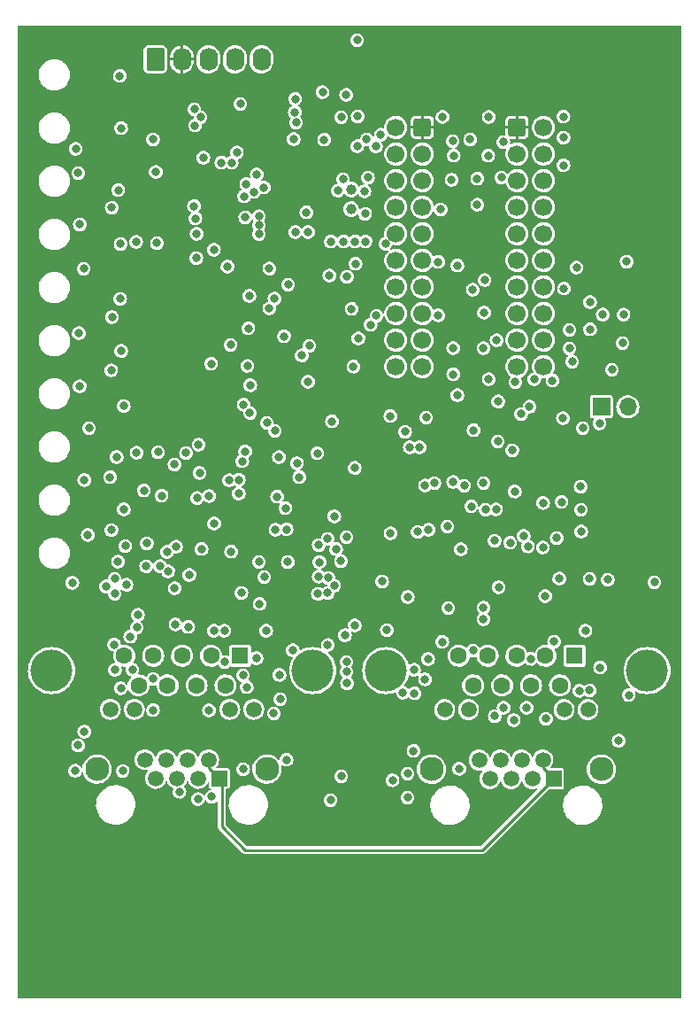
<source format=gbr>
%TF.GenerationSoftware,KiCad,Pcbnew,(6.0.1)*%
%TF.CreationDate,2022-02-13T12:19:38+00:00*%
%TF.ProjectId,module-io,6d6f6475-6c65-42d6-996f-2e6b69636164,rev?*%
%TF.SameCoordinates,Original*%
%TF.FileFunction,Copper,L2,Inr*%
%TF.FilePolarity,Positive*%
%FSLAX46Y46*%
G04 Gerber Fmt 4.6, Leading zero omitted, Abs format (unit mm)*
G04 Created by KiCad (PCBNEW (6.0.1)) date 2022-02-13 12:19:38*
%MOMM*%
%LPD*%
G01*
G04 APERTURE LIST*
G04 Aperture macros list*
%AMRoundRect*
0 Rectangle with rounded corners*
0 $1 Rounding radius*
0 $2 $3 $4 $5 $6 $7 $8 $9 X,Y pos of 4 corners*
0 Add a 4 corners polygon primitive as box body*
4,1,4,$2,$3,$4,$5,$6,$7,$8,$9,$2,$3,0*
0 Add four circle primitives for the rounded corners*
1,1,$1+$1,$2,$3*
1,1,$1+$1,$4,$5*
1,1,$1+$1,$6,$7*
1,1,$1+$1,$8,$9*
0 Add four rect primitives between the rounded corners*
20,1,$1+$1,$2,$3,$4,$5,0*
20,1,$1+$1,$4,$5,$6,$7,0*
20,1,$1+$1,$6,$7,$8,$9,0*
20,1,$1+$1,$8,$9,$2,$3,0*%
G04 Aperture macros list end*
%TA.AperFunction,ComponentPad*%
%ADD10C,1.000000*%
%TD*%
%TA.AperFunction,ComponentPad*%
%ADD11O,1.700000X1.700000*%
%TD*%
%TA.AperFunction,ComponentPad*%
%ADD12R,1.700000X1.700000*%
%TD*%
%TA.AperFunction,ComponentPad*%
%ADD13C,1.700000*%
%TD*%
%TA.AperFunction,ComponentPad*%
%ADD14RoundRect,0.250000X-0.600000X-0.600000X0.600000X-0.600000X0.600000X0.600000X-0.600000X0.600000X0*%
%TD*%
%TA.AperFunction,ComponentPad*%
%ADD15RoundRect,0.250000X0.600000X0.600000X-0.600000X0.600000X-0.600000X-0.600000X0.600000X-0.600000X0*%
%TD*%
%TA.AperFunction,ComponentPad*%
%ADD16O,1.740000X2.190000*%
%TD*%
%TA.AperFunction,ComponentPad*%
%ADD17RoundRect,0.250000X-0.620000X-0.845000X0.620000X-0.845000X0.620000X0.845000X-0.620000X0.845000X0*%
%TD*%
%TA.AperFunction,ComponentPad*%
%ADD18C,1.500000*%
%TD*%
%TA.AperFunction,ComponentPad*%
%ADD19C,2.300000*%
%TD*%
%TA.AperFunction,ComponentPad*%
%ADD20R,1.500000X1.500000*%
%TD*%
%TA.AperFunction,ComponentPad*%
%ADD21C,4.000000*%
%TD*%
%TA.AperFunction,ComponentPad*%
%ADD22C,1.600000*%
%TD*%
%TA.AperFunction,ComponentPad*%
%ADD23R,1.600000X1.600000*%
%TD*%
%TA.AperFunction,ViaPad*%
%ADD24C,0.800000*%
%TD*%
%TA.AperFunction,Conductor*%
%ADD25C,0.250000*%
%TD*%
G04 APERTURE END LIST*
D10*
%TO.N,/Processing/SOSCO*%
%TO.C,Y1*%
X155125000Y-40425000D03*
%TO.N,/Processing/SOSCI*%
X155125000Y-42325000D03*
%TD*%
D11*
%TO.N,Net-(J11-Pad2)*%
%TO.C,J11*%
X181610000Y-61214000D03*
D12*
%TO.N,Net-(J10-Pad20)*%
X179070000Y-61214000D03*
%TD*%
D13*
%TO.N,Net-(J10-Pad20)*%
%TO.C,J10*%
X173540000Y-57360000D03*
%TO.N,/Backplane/DA_IRET*%
X173540000Y-54820000D03*
%TO.N,/Backplane/IRQ*%
X173540000Y-52280000D03*
%TO.N,/Backplane/OUT_DO*%
X173540000Y-49740000D03*
%TO.N,/Backplane/LATO*%
X173540000Y-47200000D03*
%TO.N,/Backplane/CKO*%
X173540000Y-44660000D03*
%TO.N,/Backplane/SDA*%
X173540000Y-42120000D03*
%TO.N,/Backplane/RX*%
X173540000Y-39580000D03*
%TO.N,0*%
X173540000Y-37040000D03*
X173540000Y-34500000D03*
%TO.N,/Backplane/HBEAT*%
X171000000Y-57360000D03*
%TO.N,/Backplane/ID_RET*%
X171000000Y-54820000D03*
%TO.N,/Backplane/RESET*%
X171000000Y-52280000D03*
%TO.N,/Backplane/IN_DO*%
X171000000Y-49740000D03*
%TO.N,/Backplane/LATI*%
X171000000Y-47200000D03*
%TO.N,/Backplane/CKI*%
X171000000Y-44660000D03*
%TO.N,/Backplane/SCL*%
X171000000Y-42120000D03*
%TO.N,/Backplane/TX*%
X171000000Y-39580000D03*
%TO.N,+5V*%
X171000000Y-37040000D03*
D14*
%TO.N,+3V3*%
X171000000Y-34500000D03*
%TD*%
D13*
%TO.N,Net-(J10-Pad20)*%
%TO.C,J9*%
X159400000Y-57360000D03*
%TO.N,/Backplane/DA_IRET*%
X159400000Y-54820000D03*
%TO.N,/Backplane/IRQ*%
X159400000Y-52280000D03*
%TO.N,/Backplane/OUT_DI*%
X159400000Y-49740000D03*
%TO.N,/Backplane/LATO*%
X159400000Y-47200000D03*
%TO.N,/Backplane/CKO*%
X159400000Y-44660000D03*
%TO.N,/Backplane/SDA*%
X159400000Y-42120000D03*
%TO.N,/Backplane/RX*%
X159400000Y-39580000D03*
%TO.N,0*%
X159400000Y-37040000D03*
X159400000Y-34500000D03*
%TO.N,/Backplane/HBEAT*%
X161940000Y-57360000D03*
%TO.N,/Backplane/ID_RET*%
X161940000Y-54820000D03*
%TO.N,/Backplane/RESET*%
X161940000Y-52280000D03*
%TO.N,/Backplane/IN_DI*%
X161940000Y-49740000D03*
%TO.N,/Backplane/LATI*%
X161940000Y-47200000D03*
%TO.N,/Backplane/CKI*%
X161940000Y-44660000D03*
%TO.N,/Backplane/SCL*%
X161940000Y-42120000D03*
%TO.N,/Backplane/TX*%
X161940000Y-39580000D03*
%TO.N,+5V*%
X161940000Y-37040000D03*
D15*
%TO.N,+3V3*%
X161940000Y-34500000D03*
%TD*%
D16*
%TO.N,/Processing/ICC*%
%TO.C,J8*%
X146558000Y-28000000D03*
%TO.N,/Processing/ICD*%
X144018000Y-28000000D03*
%TO.N,0*%
X141478000Y-28000000D03*
%TO.N,+3V3*%
X138938000Y-28000000D03*
D17*
%TO.N,/Processing/MCL*%
X136398000Y-28000000D03*
%TD*%
D18*
%TO.N,/Bus Comms/OUT_ACT*%
%TO.C,J7*%
X164080000Y-90150000D03*
%TO.N,0*%
X166370000Y-90150000D03*
%TO.N,/Bus Comms/OUT_LINK*%
X175510000Y-90150000D03*
%TO.N,0*%
X177800000Y-90150000D03*
D19*
X179070000Y-95860000D03*
X162810000Y-95860000D03*
D18*
%TO.N,/Bus Comms/DMX_B*%
X167388000Y-94970000D03*
%TO.N,/Bus Comms/DATA_B*%
X169420000Y-94970000D03*
%TO.N,0*%
X171452000Y-94970000D03*
%TO.N,/Bus Comms/+VBUS*%
X173484000Y-94970000D03*
%TO.N,/Bus Comms/DMX_A*%
X168404000Y-96750000D03*
%TO.N,/Bus Comms/DATA_A*%
X170436000Y-96750000D03*
%TO.N,0*%
X172468000Y-96750000D03*
D20*
%TO.N,/Bus Comms/+VBUS*%
X174500000Y-96750000D03*
%TD*%
D18*
%TO.N,/Bus Comms/IN_ACT*%
%TO.C,J6*%
X132095000Y-90115000D03*
%TO.N,0*%
X134385000Y-90115000D03*
%TO.N,/Bus Comms/IN_LINK*%
X143525000Y-90115000D03*
%TO.N,0*%
X145815000Y-90115000D03*
D19*
X147085000Y-95825000D03*
X130825000Y-95825000D03*
D18*
%TO.N,/Bus Comms/DMX_B*%
X135403000Y-94935000D03*
%TO.N,/Bus Comms/DATA_B*%
X137435000Y-94935000D03*
%TO.N,0*%
X139467000Y-94935000D03*
%TO.N,/Bus Comms/+VBUS*%
X141499000Y-94935000D03*
%TO.N,/Bus Comms/DMX_A*%
X136419000Y-96715000D03*
%TO.N,/Bus Comms/DATA_A*%
X138451000Y-96715000D03*
%TO.N,0*%
X140483000Y-96715000D03*
D20*
%TO.N,/Bus Comms/+VBUS*%
X142515000Y-96715000D03*
%TD*%
D21*
%TO.N,N/C*%
%TO.C,J5*%
X183460000Y-86420000D03*
X158460000Y-86420000D03*
D22*
%TO.N,0*%
X166805000Y-87840000D03*
%TO.N,/Outputs/QA7*%
X169575000Y-87840000D03*
%TO.N,/Outputs/QA6*%
X172345000Y-87840000D03*
%TO.N,/Outputs/QA5*%
X175115000Y-87840000D03*
%TO.N,/Outputs/QA4*%
X165420000Y-85000000D03*
%TO.N,/Outputs/QA3*%
X168190000Y-85000000D03*
%TO.N,/Outputs/QA2*%
X170960000Y-85000000D03*
%TO.N,/Outputs/QA1*%
X173730000Y-85000000D03*
D23*
%TO.N,/Outputs/QA0*%
X176500000Y-85000000D03*
%TD*%
D21*
%TO.N,N/C*%
%TO.C,J4*%
X151460000Y-86420000D03*
X126460000Y-86420000D03*
D22*
%TO.N,0*%
X134805000Y-87840000D03*
%TO.N,/inputs/I7*%
X137575000Y-87840000D03*
%TO.N,/inputs/I6*%
X140345000Y-87840000D03*
%TO.N,/inputs/I5*%
X143115000Y-87840000D03*
%TO.N,/inputs/I4*%
X133420000Y-85000000D03*
%TO.N,/inputs/I3*%
X136190000Y-85000000D03*
%TO.N,/inputs/I2*%
X138960000Y-85000000D03*
%TO.N,/inputs/I1*%
X141730000Y-85000000D03*
D23*
%TO.N,/inputs/I0*%
X144500000Y-85000000D03*
%TD*%
D24*
%TO.N,0*%
X161200000Y-88600000D03*
X161150000Y-86350000D03*
X160100000Y-88550000D03*
X162200000Y-87250000D03*
X158550000Y-82550000D03*
X166800000Y-84500000D03*
X173700000Y-79300000D03*
X169250000Y-78450000D03*
X158100000Y-77900000D03*
X165300000Y-47700000D03*
X163450000Y-47350000D03*
X167800000Y-55600000D03*
X169050000Y-54850000D03*
X164900000Y-55600000D03*
X163700000Y-42350000D03*
X167200000Y-41900000D03*
X169500000Y-39300000D03*
X168300000Y-33500000D03*
X168250000Y-37200000D03*
X169700000Y-35900000D03*
X164950000Y-37200000D03*
X164750000Y-39500000D03*
X167200000Y-39400000D03*
X152100000Y-76050000D03*
X162550000Y-72950000D03*
X148050000Y-69800000D03*
%TO.N,Net-(BT1-Pad1)*%
X156746455Y-39297202D03*
%TO.N,0*%
X147000000Y-82608043D03*
X140100000Y-42025000D03*
X132225000Y-42175000D03*
X136175000Y-35650000D03*
X132250000Y-52625000D03*
X132175000Y-57725000D03*
X132075000Y-67925000D03*
X132200000Y-73000000D03*
X135586034Y-74263966D03*
X155475000Y-67050000D03*
X150175000Y-67925000D03*
X181500000Y-47330000D03*
X177950000Y-77650000D03*
X184150000Y-77978000D03*
X163100000Y-68500000D03*
X165626907Y-74820000D03*
X146812000Y-77470000D03*
X155702000Y-26162000D03*
X144526000Y-32258000D03*
X162306000Y-62230000D03*
X160528000Y-96266000D03*
X154178000Y-96520000D03*
X153162000Y-98806000D03*
X160528000Y-98552000D03*
%TO.N,+3V3*%
X136850000Y-40625000D03*
X146950000Y-69750000D03*
X138525000Y-73500000D03*
X129925000Y-28075000D03*
X130125000Y-33275000D03*
X165750000Y-67050000D03*
X156777387Y-71598412D03*
X146812000Y-68326000D03*
X156100000Y-96575001D03*
X150114000Y-96575001D03*
X148844000Y-98806000D03*
X156210000Y-98552000D03*
X158150000Y-79500000D03*
X162554309Y-60639160D03*
%TO.N,0*%
X160555541Y-79380541D03*
X172650000Y-58575000D03*
X155175000Y-51850000D03*
X166775000Y-50025000D03*
X168300000Y-58575000D03*
X141550000Y-69725000D03*
X153300000Y-62600000D03*
X146300000Y-44700000D03*
X146300000Y-43000000D03*
X146300000Y-43850000D03*
X153850000Y-40550000D03*
X156400000Y-40600000D03*
X156475000Y-42775000D03*
X153200000Y-45400000D03*
X154400000Y-45400000D03*
X155500000Y-45400000D03*
X156500000Y-45400000D03*
X151000000Y-44500000D03*
X149800000Y-44500000D03*
X150850000Y-42625000D03*
X167850000Y-52200000D03*
X163475000Y-52450000D03*
X172325000Y-85300000D03*
X174550000Y-83660000D03*
X176022000Y-55626000D03*
%TO.N,+3V3*%
X173545210Y-77364040D03*
X136150000Y-37350000D03*
%TO.N,0*%
X155820000Y-54670000D03*
X148710000Y-54470000D03*
X151000000Y-58810000D03*
X155350000Y-57360000D03*
X176022000Y-53848000D03*
X178000000Y-53800000D03*
X181102000Y-55118000D03*
X180086000Y-57658000D03*
X165300000Y-60100000D03*
X164900000Y-58100000D03*
X169200000Y-60700000D03*
X170850000Y-58850000D03*
X171400000Y-61900000D03*
X175400000Y-62300000D03*
X178900000Y-62800000D03*
X175500000Y-49900000D03*
X176700000Y-47900000D03*
X178000000Y-51200000D03*
X181200000Y-52400000D03*
X179200000Y-52400000D03*
X174400000Y-58700000D03*
X170800000Y-69300000D03*
X173500000Y-70400000D03*
X165950000Y-68750000D03*
X164900000Y-68400000D03*
X145200000Y-57300000D03*
X143600000Y-55300000D03*
X145300000Y-53700000D03*
X147300000Y-51800000D03*
X145400000Y-50600000D03*
X147300000Y-48000000D03*
X143300000Y-47800000D03*
X142000000Y-46200000D03*
X141000000Y-37400000D03*
X144200000Y-36900000D03*
X146100000Y-39000000D03*
X145100000Y-39900000D03*
X144900000Y-41100000D03*
X145000000Y-43100000D03*
X154350000Y-39450000D03*
X136650000Y-65550000D03*
X134600000Y-65600000D03*
X148222990Y-66025000D03*
X152550000Y-35675000D03*
X152400000Y-31125000D03*
X154650000Y-31400000D03*
X163875000Y-33500000D03*
X166525000Y-35650000D03*
X138375000Y-74575000D03*
X135525000Y-76450000D03*
X134000000Y-83175000D03*
X132450000Y-83925000D03*
X134725000Y-81100000D03*
X132500000Y-79075000D03*
X132500000Y-77650000D03*
X133625000Y-78225000D03*
X133525000Y-74525000D03*
X132525000Y-86350000D03*
X134200000Y-86325000D03*
X136175000Y-87225000D03*
X133100000Y-88100000D03*
X143050000Y-85600000D03*
X146075000Y-85225000D03*
X145150000Y-88000000D03*
X148275000Y-86825000D03*
X152900000Y-83975000D03*
X149550000Y-84475000D03*
X165475000Y-95800000D03*
X148950000Y-94950000D03*
X144800000Y-95850000D03*
X133275000Y-96025000D03*
X128725000Y-96000000D03*
X141525000Y-90225000D03*
X136175000Y-90200000D03*
X175050000Y-77625000D03*
X177150000Y-73125000D03*
X177125000Y-71050000D03*
X177100000Y-68850000D03*
X175450000Y-38125000D03*
X175450000Y-35475000D03*
X175450000Y-33475000D03*
X157975000Y-35200000D03*
X156625000Y-35650000D03*
X178950000Y-86125000D03*
X181700000Y-88750000D03*
X173775000Y-91025000D03*
X180725000Y-93125000D03*
%TO.N,+3V3*%
X159400000Y-65648500D03*
%TO.N,0*%
X138700000Y-98000000D03*
X141800000Y-98475000D03*
X140475000Y-98700000D03*
X171925000Y-89975000D03*
X170700000Y-91150000D03*
X168875000Y-90775000D03*
X169725000Y-89975000D03*
X176975000Y-88350000D03*
X177950000Y-88325000D03*
%TO.N,Net-(D1-Pad2)*%
X133000000Y-29575000D03*
%TO.N,Net-(D2-Pad2)*%
X133125000Y-34575000D03*
%TO.N,/Outputs/ID_SW_0V*%
X128775000Y-36550000D03*
%TO.N,/Processing/LED_SYS1*%
X149750000Y-33050000D03*
X139650000Y-77277000D03*
X147900000Y-72950000D03*
X146308032Y-76035885D03*
X145478378Y-59140000D03*
X136439512Y-38760490D03*
X136550000Y-45550000D03*
%TO.N,Net-(D4-Pad1)*%
X129025000Y-38875000D03*
%TO.N,/Processing/LED_SYS2*%
X141743515Y-57100000D03*
X149860000Y-34036000D03*
X147066000Y-62738000D03*
X145450000Y-61800000D03*
X134550000Y-45457709D03*
X148950000Y-72925000D03*
X144711384Y-66403352D03*
%TO.N,Net-(D5-Pad1)*%
X129175000Y-43775000D03*
%TO.N,/Processing/LED_SYS3*%
X149625000Y-35625000D03*
X147828000Y-63500000D03*
X144381990Y-69486000D03*
X144381990Y-68180435D03*
X144850000Y-61000000D03*
%TO.N,Net-(D6-Pad1)*%
X129540000Y-48006000D03*
%TO.N,/inputs/LI3*%
X142025000Y-72350000D03*
X144986523Y-65477009D03*
%TO.N,Net-(D7-Pad1)*%
X129075000Y-54175000D03*
%TO.N,/inputs/LI4*%
X140375000Y-69929011D03*
X140541034Y-64816034D03*
%TO.N,Net-(D8-Pad1)*%
X129150000Y-59250000D03*
%TO.N,/inputs/LI5*%
X139327011Y-65626767D03*
X149060569Y-76047990D03*
%TO.N,Net-(D9-Pad1)*%
X130050000Y-63250000D03*
%TO.N,/inputs/LI6*%
X153500000Y-78300000D03*
X138225002Y-66725000D03*
%TO.N,Net-(D10-Pad1)*%
X129600000Y-68200000D03*
%TO.N,/inputs/LI7*%
X143456278Y-68229333D03*
X153698500Y-74800000D03*
X137000000Y-69701500D03*
%TO.N,Net-(D11-Pad1)*%
X129927010Y-73450000D03*
%TO.N,Net-(D12-Pad2)*%
X132850000Y-40500000D03*
%TO.N,Net-(D13-Pad2)*%
X133075000Y-45650000D03*
%TO.N,/Outputs/QA1*%
X129000000Y-93575000D03*
X129601708Y-92248292D03*
%TO.N,Net-(D14-Pad2)*%
X133030459Y-50894541D03*
%TO.N,/Outputs/QA2*%
X128456981Y-78022990D03*
X131663022Y-78375000D03*
X163851500Y-83673181D03*
%TO.N,Net-(D15-Pad2)*%
X133125000Y-55875000D03*
%TO.N,Net-(D16-Pad2)*%
X133375000Y-61125000D03*
%TO.N,Net-(D17-Pad2)*%
X132700000Y-66000000D03*
%TO.N,Net-(D18-Pad2)*%
X133375000Y-71000000D03*
%TO.N,/Outputs/QA6*%
X162503041Y-85310959D03*
%TO.N,Net-(D19-Pad2)*%
X132825000Y-76000000D03*
%TO.N,/Outputs/QA7*%
X148336000Y-89154000D03*
X147735372Y-90516628D03*
%TO.N,Net-(D21-Pad2)*%
X137618520Y-76936840D03*
%TO.N,Net-(D21-Pad1)*%
X134620000Y-82296000D03*
%TO.N,Net-(D22-Pad2)*%
X137525000Y-75075000D03*
%TO.N,Net-(D22-Pad1)*%
X136837500Y-76437500D03*
%TO.N,Net-(D23-Pad2)*%
X152031305Y-77429544D03*
X151950000Y-79075000D03*
X152031312Y-74419298D03*
%TO.N,Net-(D23-Pad1)*%
X148850000Y-70900000D03*
%TO.N,Net-(D24-Pad2)*%
X154157509Y-75950000D03*
X153525480Y-71676502D03*
%TO.N,Net-(D24-Pad1)*%
X152949950Y-77553812D03*
X152898391Y-79005265D03*
X152873980Y-73833091D03*
%TO.N,/Processing/IO5*%
X140125000Y-32766000D03*
%TO.N,/Processing/IO4*%
X140200000Y-34325000D03*
%TO.N,/Processing/U1RX*%
X161681383Y-65077000D03*
X149098000Y-49530000D03*
X157556272Y-52505796D03*
%TO.N,/Processing/U1TX*%
X160754380Y-65077000D03*
X147800000Y-50875000D03*
X156997990Y-53372010D03*
%TO.N,/Backplane/SDA*%
X140225000Y-43200000D03*
%TO.N,/Backplane/SCL*%
X140350000Y-44675000D03*
%TO.N,/Processing/SDI*%
X153049628Y-48655628D03*
X154730651Y-48768000D03*
X140310000Y-46990000D03*
%TO.N,/Processing/SCK*%
X142710000Y-37880000D03*
%TO.N,/Processing/SDO*%
X143710000Y-37879010D03*
%TO.N,/Bus Comms/LINK_LED*%
X145833978Y-40664043D03*
X155750000Y-33450000D03*
%TO.N,/Bus Comms/ACT_LED*%
X154178000Y-33528000D03*
X146764789Y-40241990D03*
%TO.N,/Processing/IO1*%
X167900000Y-49100000D03*
X176276000Y-56896000D03*
X157500000Y-36310000D03*
%TO.N,Net-(IC1-Pad2)*%
X149775000Y-31775000D03*
%TO.N,/Bus Comms/DATA_TXEN*%
X154686000Y-86525013D03*
%TO.N,/Bus Comms/DMX_TXEN*%
X164338000Y-72644000D03*
%TO.N,/Bus Comms/DATA_mRX*%
X154686000Y-85598000D03*
%TO.N,/Bus Comms/DMX_mRX*%
X154539319Y-83039319D03*
X161500000Y-73150000D03*
X155476323Y-82095201D03*
%TO.N,/Bus Comms/DATA_mTX*%
X154741022Y-87627531D03*
%TO.N,/Bus Comms/DMX_mTX*%
X158900000Y-73295500D03*
%TO.N,/inputs/I7*%
X154686000Y-73660000D03*
X144780000Y-86868000D03*
%TO.N,/inputs/I6*%
X138325000Y-82000000D03*
%TO.N,/inputs/I5*%
X139550000Y-82250000D03*
%TO.N,/inputs/I4*%
X138250000Y-78550000D03*
%TO.N,/inputs/I3*%
X142000000Y-82608043D03*
X140825000Y-74798000D03*
%TO.N,/inputs/I2*%
X143000000Y-82608043D03*
X143650000Y-75050000D03*
%TO.N,/inputs/I1*%
X144625000Y-78994000D03*
%TO.N,/inputs/I0*%
X146375000Y-80050000D03*
%TO.N,/Backplane/DA_IRET*%
X177292000Y-63246000D03*
%TO.N,/Backplane/ID_RET*%
X155730842Y-36293158D03*
%TO.N,/Backplane/RESET*%
X167800000Y-68500000D03*
X166850000Y-63450000D03*
%TO.N,/Backplane/IN_DI*%
X151130000Y-55372000D03*
%TO.N,/Backplane/CKI*%
X158420241Y-45627591D03*
%TO.N,Net-(J10-Pad20)*%
X172200000Y-61200000D03*
%TO.N,/Backplane/IN_DO*%
X150409223Y-56298095D03*
%TO.N,/Outputs/ANA_AINH*%
X168860681Y-73999499D03*
%TO.N,/Outputs/_OUT_OE*%
X158880000Y-62100000D03*
%TO.N,/inputs/LAT*%
X135300000Y-69200000D03*
X140631031Y-67520979D03*
X155557986Y-47532012D03*
%TO.N,Net-(Q5-Pad3)*%
X164846000Y-35814000D03*
X140716000Y-33528000D03*
%TO.N,Net-(Q9-Pad3)*%
X151892010Y-65641990D03*
%TO.N,/Outputs/LATI_EN*%
X149950000Y-66600000D03*
%TO.N,Net-(R34-Pad1)*%
X160300000Y-63599996D03*
%TO.N,Net-(R35-Pad1)*%
X162201161Y-68724710D03*
%TO.N,Net-(TP10-Pad1)*%
X179688000Y-77724000D03*
%TO.N,Net-(TP11-Pad1)*%
X177557315Y-82602075D03*
%TO.N,Net-(U3-Pad6)*%
X175266552Y-70295980D03*
%TO.N,Net-(U3-Pad5)*%
X174800000Y-73750000D03*
%TO.N,Net-(U3-Pad4)*%
X173483500Y-74650000D03*
%TO.N,Net-(U3-Pad3)*%
X172050000Y-74550000D03*
%TO.N,Net-(U3-Pad2)*%
X171650000Y-73550000D03*
%TO.N,Net-(U3-Pad1)*%
X170350000Y-74200000D03*
%TO.N,Net-(U4-Pad6)*%
X169164000Y-64516000D03*
%TO.N,Net-(U4-Pad5)*%
X170552553Y-65365563D03*
%TO.N,Net-(U4-Pad4)*%
X167800000Y-81500000D03*
X169000000Y-71009500D03*
%TO.N,Net-(U4-Pad3)*%
X167800000Y-80400000D03*
X167980931Y-71040431D03*
%TO.N,Net-(U4-Pad2)*%
X166624000Y-70722000D03*
X164420000Y-80440000D03*
%TO.N,/Bus Comms/DMX_B*%
X161100000Y-94091584D03*
%TO.N,/Bus Comms/DMX_A*%
X159100000Y-96900000D03*
%TD*%
D25*
%TO.N,/Bus Comms/+VBUS*%
X141499000Y-95699000D02*
X142515000Y-96715000D01*
X141499000Y-94935000D02*
X141499000Y-95699000D01*
X173484000Y-95734000D02*
X174500000Y-96750000D01*
X173484000Y-94970000D02*
X173484000Y-95734000D01*
X145025000Y-103600000D02*
X142775000Y-101350000D01*
X142775000Y-101350000D02*
X142775000Y-96975000D01*
X167650000Y-103600000D02*
X145025000Y-103600000D01*
X174500000Y-96750000D02*
X167650000Y-103600000D01*
%TD*%
%TA.AperFunction,Conductor*%
%TO.N,+3V3*%
G36*
X186727694Y-24772306D02*
G01*
X186746000Y-24816500D01*
X186746000Y-117683500D01*
X186727694Y-117727694D01*
X186683500Y-117746000D01*
X123316500Y-117746000D01*
X123272306Y-117727694D01*
X123254000Y-117683500D01*
X123254000Y-99297755D01*
X130720958Y-99297755D01*
X130746864Y-99569280D01*
X130811695Y-99834222D01*
X130914092Y-100087030D01*
X130915235Y-100088983D01*
X130915236Y-100088984D01*
X130983002Y-100204719D01*
X131051912Y-100322408D01*
X131222266Y-100535425D01*
X131223920Y-100536970D01*
X131419926Y-100720069D01*
X131419931Y-100720073D01*
X131421587Y-100721620D01*
X131645698Y-100877092D01*
X131889905Y-100998583D01*
X132149092Y-101083548D01*
X132151311Y-101083933D01*
X132151314Y-101083934D01*
X132415945Y-101129882D01*
X132415947Y-101129882D01*
X132417829Y-101130209D01*
X132504022Y-101134500D01*
X132674282Y-101134500D01*
X132675409Y-101134418D01*
X132675415Y-101134418D01*
X132874784Y-101119952D01*
X132874785Y-101119952D01*
X132877043Y-101119788D01*
X133143387Y-101060985D01*
X133145505Y-101060183D01*
X133145507Y-101060182D01*
X133396336Y-100965151D01*
X133396335Y-100965151D01*
X133398453Y-100964349D01*
X133400430Y-100963251D01*
X133400434Y-100963249D01*
X133557863Y-100875805D01*
X133636898Y-100831905D01*
X133853725Y-100666427D01*
X134008598Y-100508000D01*
X134042813Y-100473000D01*
X134042817Y-100472995D01*
X134044394Y-100471382D01*
X134204910Y-100250856D01*
X134331910Y-100009469D01*
X134422734Y-99752276D01*
X134423174Y-99750044D01*
X134475041Y-99486894D01*
X134475041Y-99486892D01*
X134475480Y-99484666D01*
X134476666Y-99460854D01*
X134483661Y-99320329D01*
X134489042Y-99212245D01*
X134463136Y-98940720D01*
X134398305Y-98675778D01*
X134295908Y-98422970D01*
X134279375Y-98394733D01*
X134187227Y-98237358D01*
X134158088Y-98187592D01*
X133987734Y-97974575D01*
X133941996Y-97931849D01*
X133790074Y-97789931D01*
X133790069Y-97789927D01*
X133788413Y-97788380D01*
X133779217Y-97782000D01*
X133629831Y-97678367D01*
X133564302Y-97632908D01*
X133320095Y-97511417D01*
X133060908Y-97426452D01*
X133058689Y-97426067D01*
X133058686Y-97426066D01*
X132794055Y-97380118D01*
X132794053Y-97380118D01*
X132792171Y-97379791D01*
X132705978Y-97375500D01*
X132535718Y-97375500D01*
X132534591Y-97375582D01*
X132534585Y-97375582D01*
X132335216Y-97390048D01*
X132335215Y-97390048D01*
X132332957Y-97390212D01*
X132066613Y-97449015D01*
X132064495Y-97449817D01*
X132064493Y-97449818D01*
X131903772Y-97510710D01*
X131811547Y-97545651D01*
X131809570Y-97546749D01*
X131809566Y-97546751D01*
X131725831Y-97593262D01*
X131573102Y-97678095D01*
X131571306Y-97679466D01*
X131571304Y-97679467D01*
X131513077Y-97723905D01*
X131356275Y-97843573D01*
X131273768Y-97927974D01*
X131167187Y-98037000D01*
X131167183Y-98037005D01*
X131165606Y-98038618D01*
X131164275Y-98040447D01*
X131164273Y-98040449D01*
X131114841Y-98108362D01*
X131005090Y-98259144D01*
X131004038Y-98261143D01*
X131004037Y-98261145D01*
X130938437Y-98385830D01*
X130878090Y-98500531D01*
X130787266Y-98757724D01*
X130786826Y-98759955D01*
X130786826Y-98759956D01*
X130737066Y-99012419D01*
X130734520Y-99025334D01*
X130734407Y-99027594D01*
X130734407Y-99027598D01*
X130730714Y-99101777D01*
X130720958Y-99297755D01*
X123254000Y-99297755D01*
X123254000Y-95993096D01*
X128065729Y-95993096D01*
X128083113Y-96150553D01*
X128137553Y-96299319D01*
X128173307Y-96352527D01*
X128219434Y-96421170D01*
X128225908Y-96430805D01*
X128343076Y-96537419D01*
X128346385Y-96539216D01*
X128346387Y-96539217D01*
X128421736Y-96580128D01*
X128482293Y-96613008D01*
X128485940Y-96613965D01*
X128485943Y-96613966D01*
X128631874Y-96652250D01*
X128635522Y-96653207D01*
X128720157Y-96654536D01*
X128790147Y-96655636D01*
X128790149Y-96655636D01*
X128793916Y-96655695D01*
X128948332Y-96620329D01*
X128951696Y-96618637D01*
X128951699Y-96618636D01*
X129021312Y-96583624D01*
X129089855Y-96549151D01*
X129092720Y-96546704D01*
X129092723Y-96546702D01*
X129182143Y-96470329D01*
X129210314Y-96446269D01*
X129212509Y-96443214D01*
X129212512Y-96443211D01*
X129300555Y-96320686D01*
X129300556Y-96320684D01*
X129302755Y-96317624D01*
X129351876Y-96195432D01*
X129385345Y-96161255D01*
X129433178Y-96160754D01*
X129467355Y-96194223D01*
X129470837Y-96205003D01*
X129480176Y-96246442D01*
X129481138Y-96248812D01*
X129481139Y-96248814D01*
X129515442Y-96333292D01*
X129567066Y-96460428D01*
X129568408Y-96462618D01*
X129568409Y-96462620D01*
X129592695Y-96502250D01*
X129687740Y-96657349D01*
X129689417Y-96659285D01*
X129689420Y-96659289D01*
X129837271Y-96829972D01*
X129838955Y-96831916D01*
X129840934Y-96833559D01*
X130009641Y-96973622D01*
X130016651Y-96979442D01*
X130018864Y-96980735D01*
X130018868Y-96980738D01*
X130199978Y-97086570D01*
X130216056Y-97095965D01*
X130218451Y-97096880D01*
X130218454Y-97096881D01*
X130320960Y-97136024D01*
X130431814Y-97178355D01*
X130434325Y-97178866D01*
X130434329Y-97178867D01*
X130655619Y-97223889D01*
X130655622Y-97223889D01*
X130658132Y-97224400D01*
X130660692Y-97224494D01*
X130660693Y-97224494D01*
X130886361Y-97232769D01*
X130886364Y-97232769D01*
X130888931Y-97232863D01*
X130891484Y-97232536D01*
X131115464Y-97203844D01*
X131115470Y-97203843D01*
X131118013Y-97203517D01*
X131200176Y-97178867D01*
X131336774Y-97137886D01*
X131336778Y-97137884D01*
X131339226Y-97137150D01*
X131341522Y-97136025D01*
X131341525Y-97136024D01*
X131497063Y-97059826D01*
X131546629Y-97035544D01*
X131665429Y-96950805D01*
X131732566Y-96902917D01*
X131732569Y-96902915D01*
X131734653Y-96901428D01*
X131898247Y-96738404D01*
X131915065Y-96715000D01*
X131984309Y-96618636D01*
X132033018Y-96550850D01*
X132036809Y-96543181D01*
X132085760Y-96444135D01*
X132135347Y-96343803D01*
X132202486Y-96122823D01*
X132203171Y-96117624D01*
X132216274Y-96018096D01*
X132615729Y-96018096D01*
X132633113Y-96175553D01*
X132687553Y-96324319D01*
X132715882Y-96366477D01*
X132770812Y-96448221D01*
X132775908Y-96455805D01*
X132893076Y-96562419D01*
X132896385Y-96564216D01*
X132896387Y-96564217D01*
X132982934Y-96611208D01*
X133032293Y-96638008D01*
X133035940Y-96638965D01*
X133035943Y-96638966D01*
X133169844Y-96674094D01*
X133185522Y-96678207D01*
X133270157Y-96679536D01*
X133340147Y-96680636D01*
X133340149Y-96680636D01*
X133343916Y-96680695D01*
X133498332Y-96645329D01*
X133501696Y-96643637D01*
X133501699Y-96643636D01*
X133592295Y-96598071D01*
X133639855Y-96574151D01*
X133642720Y-96571704D01*
X133642723Y-96571702D01*
X133720006Y-96505695D01*
X133760314Y-96471269D01*
X133762509Y-96468214D01*
X133762512Y-96468211D01*
X133850555Y-96345686D01*
X133850556Y-96345684D01*
X133852755Y-96342624D01*
X133911842Y-96195641D01*
X133927289Y-96087099D01*
X133933875Y-96040826D01*
X133933875Y-96040821D01*
X133934162Y-96038807D01*
X133934307Y-96025000D01*
X133915276Y-95867733D01*
X133859280Y-95719546D01*
X133769553Y-95588992D01*
X133722472Y-95547045D01*
X133654087Y-95486116D01*
X133654085Y-95486115D01*
X133651275Y-95483611D01*
X133511274Y-95409484D01*
X133357633Y-95370892D01*
X133353868Y-95370872D01*
X133353866Y-95370872D01*
X133275296Y-95370461D01*
X133199221Y-95370062D01*
X133195557Y-95370942D01*
X133195554Y-95370942D01*
X133142127Y-95383769D01*
X133045184Y-95407043D01*
X133041842Y-95408768D01*
X133041839Y-95408769D01*
X132974799Y-95443371D01*
X132904414Y-95479700D01*
X132899292Y-95484168D01*
X132799561Y-95571170D01*
X132785039Y-95583838D01*
X132782873Y-95586920D01*
X132782872Y-95586921D01*
X132739944Y-95648001D01*
X132693950Y-95713444D01*
X132692581Y-95716955D01*
X132692580Y-95716957D01*
X132641501Y-95847970D01*
X132636406Y-95861037D01*
X132635914Y-95864774D01*
X132616221Y-96014355D01*
X132616221Y-96014359D01*
X132615729Y-96018096D01*
X132216274Y-96018096D01*
X132221661Y-95977175D01*
X132232631Y-95893845D01*
X132234314Y-95825000D01*
X132215390Y-95594822D01*
X132206254Y-95558451D01*
X132159751Y-95373313D01*
X132159750Y-95373310D01*
X132159126Y-95370826D01*
X132067033Y-95159028D01*
X131941585Y-94965114D01*
X131901360Y-94920907D01*
X134393738Y-94920907D01*
X134410222Y-95117209D01*
X134464521Y-95306570D01*
X134465913Y-95309279D01*
X134465914Y-95309281D01*
X134502857Y-95381164D01*
X134554566Y-95481779D01*
X134556457Y-95484165D01*
X134556459Y-95484168D01*
X134633495Y-95581362D01*
X134676927Y-95636160D01*
X134679257Y-95638143D01*
X134805403Y-95745501D01*
X134826945Y-95763835D01*
X134829609Y-95765324D01*
X134829612Y-95765326D01*
X134984767Y-95852039D01*
X134998904Y-95859940D01*
X135001808Y-95860884D01*
X135001809Y-95860884D01*
X135183342Y-95919868D01*
X135183347Y-95919869D01*
X135186255Y-95920814D01*
X135381862Y-95944139D01*
X135384904Y-95943905D01*
X135384907Y-95943905D01*
X135575226Y-95929261D01*
X135575231Y-95929260D01*
X135578274Y-95929026D01*
X135581213Y-95928205D01*
X135581221Y-95928204D01*
X135630502Y-95914444D01*
X135677991Y-95920191D01*
X135707507Y-95957835D01*
X135701760Y-96005324D01*
X135695187Y-96014816D01*
X135586163Y-96144745D01*
X135491262Y-96317371D01*
X135431697Y-96505142D01*
X135431356Y-96508180D01*
X135431356Y-96508181D01*
X135410890Y-96690641D01*
X135409738Y-96700907D01*
X135426222Y-96897209D01*
X135480521Y-97086570D01*
X135481913Y-97089279D01*
X135481914Y-97089281D01*
X135510899Y-97145679D01*
X135570566Y-97261779D01*
X135572457Y-97264165D01*
X135572459Y-97264168D01*
X135600180Y-97299143D01*
X135692927Y-97416160D01*
X135695257Y-97418143D01*
X135820893Y-97525067D01*
X135842945Y-97543835D01*
X135845609Y-97545324D01*
X135845612Y-97545326D01*
X136000524Y-97631903D01*
X136014904Y-97639940D01*
X136017808Y-97640884D01*
X136017809Y-97640884D01*
X136199342Y-97699868D01*
X136199347Y-97699869D01*
X136202255Y-97700814D01*
X136397862Y-97724139D01*
X136400904Y-97723905D01*
X136400907Y-97723905D01*
X136591226Y-97709261D01*
X136591231Y-97709260D01*
X136594274Y-97709026D01*
X136609646Y-97704734D01*
X136781070Y-97656871D01*
X136781074Y-97656870D01*
X136784009Y-97656050D01*
X136940794Y-97576853D01*
X136957122Y-97568605D01*
X136959842Y-97567231D01*
X136962240Y-97565358D01*
X136962244Y-97565355D01*
X137043237Y-97502076D01*
X137115074Y-97445950D01*
X137118322Y-97442188D01*
X137199007Y-97348713D01*
X137243793Y-97296828D01*
X137337496Y-97131881D01*
X137339584Y-97128206D01*
X137339585Y-97128204D01*
X137341096Y-97125544D01*
X137375432Y-97022326D01*
X137406752Y-96986169D01*
X137454465Y-96982749D01*
X137490622Y-97014069D01*
X137494816Y-97024826D01*
X137512521Y-97086570D01*
X137513913Y-97089279D01*
X137513914Y-97089281D01*
X137542899Y-97145679D01*
X137602566Y-97261779D01*
X137604457Y-97264165D01*
X137604459Y-97264168D01*
X137632180Y-97299143D01*
X137724927Y-97416160D01*
X137727257Y-97418143D01*
X137852893Y-97525067D01*
X137874945Y-97543835D01*
X137877609Y-97545324D01*
X137877612Y-97545326D01*
X138044236Y-97638449D01*
X138046904Y-97639940D01*
X138064666Y-97645711D01*
X138101041Y-97676777D01*
X138103584Y-97727855D01*
X138063816Y-97829856D01*
X138061406Y-97836037D01*
X138060914Y-97839774D01*
X138041221Y-97989355D01*
X138041221Y-97989359D01*
X138040729Y-97993096D01*
X138058113Y-98150553D01*
X138112553Y-98299319D01*
X138126911Y-98320686D01*
X138197054Y-98425069D01*
X138200908Y-98430805D01*
X138318076Y-98537419D01*
X138321385Y-98539216D01*
X138321387Y-98539217D01*
X138370360Y-98565807D01*
X138457293Y-98613008D01*
X138460940Y-98613965D01*
X138460943Y-98613966D01*
X138580024Y-98645206D01*
X138610522Y-98653207D01*
X138695157Y-98654536D01*
X138765147Y-98655636D01*
X138765149Y-98655636D01*
X138768916Y-98655695D01*
X138923332Y-98620329D01*
X138926696Y-98618637D01*
X138926699Y-98618636D01*
X138993611Y-98584983D01*
X139064855Y-98549151D01*
X139067720Y-98546704D01*
X139067723Y-98546702D01*
X139171614Y-98457970D01*
X139185314Y-98446269D01*
X139187509Y-98443214D01*
X139187512Y-98443211D01*
X139275555Y-98320686D01*
X139275556Y-98320684D01*
X139277755Y-98317624D01*
X139336842Y-98170641D01*
X139354714Y-98045062D01*
X139358875Y-98015826D01*
X139358875Y-98015821D01*
X139359162Y-98013807D01*
X139359307Y-98000000D01*
X139340276Y-97842733D01*
X139284280Y-97694546D01*
X139194553Y-97563992D01*
X139173603Y-97545326D01*
X139156056Y-97529692D01*
X139135237Y-97486624D01*
X139150321Y-97442188D01*
X139275793Y-97296828D01*
X139369496Y-97131881D01*
X139371584Y-97128206D01*
X139371585Y-97128204D01*
X139373096Y-97125544D01*
X139407432Y-97022326D01*
X139438752Y-96986169D01*
X139486465Y-96982749D01*
X139522622Y-97014069D01*
X139526816Y-97024826D01*
X139544521Y-97086570D01*
X139545913Y-97089279D01*
X139545914Y-97089281D01*
X139574899Y-97145679D01*
X139634566Y-97261779D01*
X139636457Y-97264165D01*
X139636459Y-97264168D01*
X139664180Y-97299143D01*
X139756927Y-97416160D01*
X139759257Y-97418143D01*
X139884893Y-97525067D01*
X139906945Y-97543835D01*
X139909609Y-97545324D01*
X139909612Y-97545326D01*
X140064524Y-97631903D01*
X140078904Y-97639940D01*
X140081808Y-97640884D01*
X140081809Y-97640884D01*
X140263342Y-97699868D01*
X140263347Y-97699869D01*
X140266255Y-97700814D01*
X140461862Y-97724139D01*
X140464904Y-97723905D01*
X140464907Y-97723905D01*
X140655226Y-97709261D01*
X140655231Y-97709260D01*
X140658274Y-97709026D01*
X140673646Y-97704734D01*
X140845070Y-97656871D01*
X140845074Y-97656870D01*
X140848009Y-97656050D01*
X141004794Y-97576853D01*
X141021122Y-97568605D01*
X141023842Y-97567231D01*
X141026240Y-97565358D01*
X141026244Y-97565355D01*
X141107237Y-97502076D01*
X141179074Y-97445950D01*
X141182322Y-97442188D01*
X141263007Y-97348713D01*
X141307793Y-97296828D01*
X141346567Y-97228574D01*
X141393658Y-97145679D01*
X141431404Y-97116294D01*
X141478872Y-97122207D01*
X141508257Y-97159953D01*
X141510501Y-97176548D01*
X141510501Y-97490066D01*
X141511100Y-97493075D01*
X141511100Y-97493080D01*
X141523554Y-97555695D01*
X141525266Y-97564301D01*
X141581516Y-97648484D01*
X141586633Y-97651903D01*
X141660580Y-97701314D01*
X141660582Y-97701315D01*
X141665699Y-97704734D01*
X141671737Y-97705935D01*
X141681032Y-97707784D01*
X141720805Y-97734361D01*
X141730137Y-97781277D01*
X141703560Y-97821050D01*
X141683430Y-97829855D01*
X141570184Y-97857043D01*
X141566842Y-97858768D01*
X141566839Y-97858769D01*
X141528470Y-97878573D01*
X141429414Y-97929700D01*
X141419618Y-97938246D01*
X141338311Y-98009175D01*
X141310039Y-98033838D01*
X141307873Y-98036920D01*
X141307872Y-98036921D01*
X141276160Y-98082043D01*
X141218950Y-98163444D01*
X141217581Y-98166955D01*
X141217580Y-98166957D01*
X141164755Y-98302448D01*
X141161406Y-98311037D01*
X141160914Y-98314774D01*
X141157013Y-98344403D01*
X141133095Y-98385830D01*
X141086890Y-98398210D01*
X141043541Y-98371646D01*
X140969553Y-98263992D01*
X140896874Y-98199238D01*
X140854087Y-98161116D01*
X140854085Y-98161115D01*
X140851275Y-98158611D01*
X140711274Y-98084484D01*
X140557633Y-98045892D01*
X140553868Y-98045872D01*
X140553866Y-98045872D01*
X140475296Y-98045461D01*
X140399221Y-98045062D01*
X140395557Y-98045942D01*
X140395554Y-98045942D01*
X140325948Y-98062653D01*
X140245184Y-98082043D01*
X140241842Y-98083768D01*
X140241839Y-98083769D01*
X140194192Y-98108362D01*
X140104414Y-98154700D01*
X140101576Y-98157175D01*
X140101577Y-98157175D01*
X139995089Y-98250071D01*
X139985039Y-98258838D01*
X139982873Y-98261920D01*
X139982872Y-98261921D01*
X139979233Y-98267099D01*
X139893950Y-98388444D01*
X139892581Y-98391955D01*
X139892580Y-98391957D01*
X139851031Y-98498526D01*
X139836406Y-98536037D01*
X139835914Y-98539774D01*
X139816221Y-98689355D01*
X139816221Y-98689359D01*
X139815729Y-98693096D01*
X139833113Y-98850553D01*
X139887553Y-98999319D01*
X139905378Y-99025845D01*
X139971083Y-99123624D01*
X139975908Y-99130805D01*
X140093076Y-99237419D01*
X140096385Y-99239216D01*
X140096387Y-99239217D01*
X140120426Y-99252269D01*
X140232293Y-99313008D01*
X140235940Y-99313965D01*
X140235943Y-99313966D01*
X140348212Y-99343419D01*
X140385522Y-99353207D01*
X140470157Y-99354536D01*
X140540147Y-99355636D01*
X140540149Y-99355636D01*
X140543916Y-99355695D01*
X140698332Y-99320329D01*
X140701696Y-99318637D01*
X140701699Y-99318636D01*
X140768611Y-99284983D01*
X140839855Y-99249151D01*
X140842720Y-99246704D01*
X140842723Y-99246702D01*
X140937252Y-99165966D01*
X140960314Y-99146269D01*
X140962509Y-99143214D01*
X140962512Y-99143211D01*
X141050555Y-99020686D01*
X141050556Y-99020684D01*
X141052755Y-99017624D01*
X141111842Y-98870641D01*
X141117815Y-98828670D01*
X141142165Y-98787496D01*
X141188498Y-98775599D01*
X141231568Y-98802617D01*
X141298807Y-98902679D01*
X141300908Y-98905805D01*
X141418076Y-99012419D01*
X141421385Y-99014216D01*
X141421387Y-99014217D01*
X141446032Y-99027598D01*
X141557293Y-99088008D01*
X141560940Y-99088965D01*
X141560943Y-99088966D01*
X141704724Y-99126686D01*
X141710522Y-99128207D01*
X141795157Y-99129536D01*
X141865147Y-99130636D01*
X141865149Y-99130636D01*
X141868916Y-99130695D01*
X142023332Y-99095329D01*
X142026696Y-99093637D01*
X142026699Y-99093636D01*
X142158001Y-99027598D01*
X142164855Y-99024151D01*
X142167720Y-99021704D01*
X142167723Y-99021702D01*
X142282448Y-98923717D01*
X142282449Y-98923716D01*
X142285314Y-98921269D01*
X142287164Y-98918695D01*
X142330382Y-98898633D01*
X142375304Y-98915071D01*
X142395500Y-98961078D01*
X142395500Y-101302836D01*
X142394100Y-101315991D01*
X142390680Y-101331876D01*
X142391287Y-101337005D01*
X142391287Y-101337008D01*
X142395067Y-101368941D01*
X142395500Y-101376287D01*
X142395500Y-101381524D01*
X142395923Y-101384065D01*
X142395924Y-101384077D01*
X142398915Y-101402042D01*
X142399329Y-101404950D01*
X142405530Y-101457341D01*
X142407766Y-101461998D01*
X142408865Y-101465779D01*
X142410147Y-101469526D01*
X142410996Y-101474626D01*
X142413449Y-101479172D01*
X142413450Y-101479175D01*
X142436051Y-101521061D01*
X142437388Y-101523686D01*
X142460219Y-101571232D01*
X142463814Y-101575508D01*
X142464012Y-101575706D01*
X142466612Y-101578786D01*
X142468537Y-101581267D01*
X142470990Y-101585814D01*
X142474785Y-101589322D01*
X142511486Y-101623248D01*
X142513255Y-101624949D01*
X144723302Y-103834996D01*
X144731611Y-103845284D01*
X144740429Y-103858940D01*
X144767333Y-103880149D01*
X144769743Y-103882049D01*
X144775244Y-103886938D01*
X144778944Y-103890638D01*
X144795886Y-103902744D01*
X144798223Y-103904500D01*
X144839647Y-103937156D01*
X144844521Y-103938868D01*
X144847985Y-103940772D01*
X144851529Y-103942509D01*
X144855735Y-103945514D01*
X144860682Y-103946993D01*
X144860683Y-103946994D01*
X144906310Y-103960639D01*
X144909107Y-103961549D01*
X144958851Y-103979018D01*
X144962771Y-103979357D01*
X144962773Y-103979358D01*
X144963073Y-103979384D01*
X144963080Y-103979384D01*
X144964416Y-103979500D01*
X144964694Y-103979500D01*
X144968720Y-103979840D01*
X144971823Y-103980232D01*
X144976778Y-103981714D01*
X145031896Y-103979548D01*
X145034351Y-103979500D01*
X167602836Y-103979500D01*
X167615992Y-103980900D01*
X167631876Y-103984320D01*
X167637005Y-103983713D01*
X167637008Y-103983713D01*
X167668941Y-103979933D01*
X167676287Y-103979500D01*
X167681524Y-103979500D01*
X167684065Y-103979077D01*
X167684077Y-103979076D01*
X167702042Y-103976085D01*
X167704950Y-103975671D01*
X167757341Y-103969470D01*
X167761998Y-103967234D01*
X167765779Y-103966135D01*
X167769526Y-103964853D01*
X167774626Y-103964004D01*
X167779172Y-103961551D01*
X167779175Y-103961550D01*
X167821061Y-103938949D01*
X167823686Y-103937612D01*
X167867686Y-103916484D01*
X167867688Y-103916483D01*
X167871232Y-103914781D01*
X167874241Y-103912252D01*
X167874243Y-103912250D01*
X167874473Y-103912056D01*
X167875508Y-103911186D01*
X167875706Y-103910988D01*
X167878786Y-103908388D01*
X167881267Y-103906463D01*
X167885814Y-103904010D01*
X167923248Y-103863514D01*
X167924949Y-103861745D01*
X172453939Y-99332755D01*
X175405958Y-99332755D01*
X175431864Y-99604280D01*
X175496695Y-99869222D01*
X175599092Y-100122030D01*
X175736912Y-100357408D01*
X175907266Y-100570425D01*
X175908920Y-100571970D01*
X176104926Y-100755069D01*
X176104931Y-100755073D01*
X176106587Y-100756620D01*
X176330698Y-100912092D01*
X176574905Y-101033583D01*
X176834092Y-101118548D01*
X176836311Y-101118933D01*
X176836314Y-101118934D01*
X177100945Y-101164882D01*
X177100947Y-101164882D01*
X177102829Y-101165209D01*
X177189022Y-101169500D01*
X177359282Y-101169500D01*
X177360409Y-101169418D01*
X177360415Y-101169418D01*
X177559784Y-101154952D01*
X177559785Y-101154952D01*
X177562043Y-101154788D01*
X177828387Y-101095985D01*
X177830505Y-101095183D01*
X177830507Y-101095182D01*
X178081336Y-101000151D01*
X178081335Y-101000151D01*
X178083453Y-100999349D01*
X178085430Y-100998251D01*
X178085434Y-100998249D01*
X178242863Y-100910805D01*
X178321898Y-100866905D01*
X178366318Y-100833005D01*
X178466405Y-100756620D01*
X178538725Y-100701427D01*
X178668516Y-100568657D01*
X178727813Y-100508000D01*
X178727817Y-100507995D01*
X178729394Y-100506382D01*
X178756203Y-100469551D01*
X178809652Y-100396119D01*
X178889910Y-100285856D01*
X178908325Y-100250856D01*
X178993489Y-100088984D01*
X179016910Y-100044469D01*
X179107734Y-99787276D01*
X179114633Y-99752276D01*
X179160041Y-99521894D01*
X179160041Y-99521892D01*
X179160480Y-99519666D01*
X179162112Y-99486894D01*
X179168792Y-99352702D01*
X179174042Y-99247245D01*
X179148136Y-98975720D01*
X179142530Y-98952808D01*
X179122174Y-98869624D01*
X179083305Y-98710778D01*
X178980908Y-98457970D01*
X178959271Y-98421016D01*
X178866850Y-98263175D01*
X178843088Y-98222592D01*
X178677733Y-98015826D01*
X178674148Y-98011343D01*
X178674147Y-98011342D01*
X178672734Y-98009575D01*
X178596377Y-97938246D01*
X178475074Y-97824931D01*
X178475069Y-97824927D01*
X178473413Y-97823380D01*
X178470055Y-97821050D01*
X178316416Y-97714467D01*
X178249302Y-97667908D01*
X178225467Y-97656050D01*
X178046933Y-97567231D01*
X178005095Y-97546417D01*
X177745908Y-97461452D01*
X177743689Y-97461067D01*
X177743686Y-97461066D01*
X177479055Y-97415118D01*
X177479053Y-97415118D01*
X177477171Y-97414791D01*
X177390978Y-97410500D01*
X177220718Y-97410500D01*
X177219591Y-97410582D01*
X177219585Y-97410582D01*
X177020216Y-97425048D01*
X177020215Y-97425048D01*
X177017957Y-97425212D01*
X176751613Y-97484015D01*
X176749495Y-97484817D01*
X176749493Y-97484818D01*
X176631051Y-97529692D01*
X176496547Y-97580651D01*
X176494570Y-97581749D01*
X176494566Y-97581751D01*
X176377325Y-97646873D01*
X176258102Y-97713095D01*
X176256306Y-97714466D01*
X176256304Y-97714467D01*
X176198077Y-97758905D01*
X176041275Y-97878573D01*
X175982941Y-97938246D01*
X175852187Y-98072000D01*
X175852183Y-98072005D01*
X175850606Y-98073618D01*
X175849275Y-98075447D01*
X175849273Y-98075449D01*
X175792029Y-98154094D01*
X175690090Y-98294144D01*
X175689038Y-98296143D01*
X175689037Y-98296145D01*
X175635338Y-98398210D01*
X175563090Y-98535531D01*
X175472266Y-98792724D01*
X175471826Y-98794955D01*
X175471826Y-98794956D01*
X175426419Y-99025334D01*
X175419520Y-99060334D01*
X175419407Y-99062594D01*
X175419407Y-99062598D01*
X175413903Y-99173170D01*
X175405958Y-99332755D01*
X172453939Y-99332755D01*
X174013888Y-97772806D01*
X174058082Y-97754500D01*
X175143264Y-97754499D01*
X175275066Y-97754499D01*
X175278075Y-97753900D01*
X175278080Y-97753900D01*
X175343263Y-97740935D01*
X175349301Y-97739734D01*
X175433484Y-97683484D01*
X175446869Y-97663452D01*
X175486314Y-97604420D01*
X175486315Y-97604418D01*
X175489734Y-97599301D01*
X175498408Y-97555695D01*
X175503901Y-97528080D01*
X175503901Y-97528077D01*
X175504500Y-97525067D01*
X175504499Y-95974934D01*
X175503646Y-95970641D01*
X175490935Y-95906737D01*
X175489734Y-95900699D01*
X175439532Y-95825567D01*
X177661107Y-95825567D01*
X177666541Y-95919814D01*
X177673402Y-96038807D01*
X177674401Y-96056139D01*
X177674964Y-96058636D01*
X177674964Y-96058638D01*
X177689429Y-96122823D01*
X177725176Y-96281442D01*
X177726138Y-96283812D01*
X177726139Y-96283814D01*
X177759705Y-96366477D01*
X177812066Y-96495428D01*
X177813408Y-96497618D01*
X177813409Y-96497620D01*
X177837798Y-96537419D01*
X177932740Y-96692349D01*
X177934417Y-96694285D01*
X177934420Y-96694289D01*
X178051953Y-96829972D01*
X178083955Y-96866916D01*
X178085934Y-96868559D01*
X178223477Y-96982749D01*
X178261651Y-97014442D01*
X178263864Y-97015735D01*
X178263868Y-97015738D01*
X178458838Y-97129669D01*
X178461056Y-97130965D01*
X178463451Y-97131880D01*
X178463454Y-97131881D01*
X178578192Y-97175695D01*
X178676814Y-97213355D01*
X178679325Y-97213866D01*
X178679329Y-97213867D01*
X178900619Y-97258889D01*
X178900622Y-97258889D01*
X178903132Y-97259400D01*
X178905692Y-97259494D01*
X178905693Y-97259494D01*
X179131361Y-97267769D01*
X179131364Y-97267769D01*
X179133931Y-97267863D01*
X179136484Y-97267536D01*
X179360464Y-97238844D01*
X179360470Y-97238843D01*
X179363013Y-97238517D01*
X179409754Y-97224494D01*
X179581774Y-97172886D01*
X179581778Y-97172884D01*
X179584226Y-97172150D01*
X179586522Y-97171025D01*
X179586525Y-97171024D01*
X179698242Y-97116294D01*
X179791629Y-97070544D01*
X179917533Y-96980738D01*
X179977566Y-96937917D01*
X179977569Y-96937915D01*
X179979653Y-96936428D01*
X180143247Y-96773404D01*
X180160065Y-96750000D01*
X180211653Y-96678207D01*
X180278018Y-96585850D01*
X180285011Y-96571702D01*
X180338922Y-96462620D01*
X180380347Y-96378803D01*
X180447486Y-96157823D01*
X180453239Y-96114128D01*
X180465794Y-96018760D01*
X180477631Y-95928845D01*
X180479314Y-95860000D01*
X180460390Y-95629822D01*
X180443724Y-95563470D01*
X180404751Y-95408313D01*
X180404750Y-95408310D01*
X180404126Y-95405826D01*
X180312033Y-95194028D01*
X180186585Y-95000114D01*
X180031150Y-94829293D01*
X180029139Y-94827705D01*
X180029136Y-94827702D01*
X179851916Y-94687742D01*
X179851912Y-94687739D01*
X179849902Y-94686152D01*
X179784254Y-94649912D01*
X179649958Y-94575777D01*
X179647710Y-94574536D01*
X179430003Y-94497442D01*
X179427480Y-94496993D01*
X179427474Y-94496991D01*
X179282048Y-94471088D01*
X179202628Y-94456941D01*
X179075746Y-94455391D01*
X178974259Y-94454150D01*
X178974254Y-94454150D01*
X178971691Y-94454119D01*
X178969156Y-94454507D01*
X178969155Y-94454507D01*
X178953249Y-94456941D01*
X178743394Y-94489053D01*
X178740954Y-94489851D01*
X178740952Y-94489851D01*
X178526313Y-94560006D01*
X178526311Y-94560007D01*
X178523869Y-94560805D01*
X178521592Y-94561990D01*
X178521588Y-94561992D01*
X178321289Y-94666261D01*
X178321283Y-94666265D01*
X178319010Y-94667448D01*
X178134319Y-94806118D01*
X177974757Y-94973090D01*
X177973311Y-94975210D01*
X177973310Y-94975211D01*
X177846222Y-95161517D01*
X177844609Y-95163881D01*
X177843526Y-95166213D01*
X177843526Y-95166214D01*
X177808733Y-95241169D01*
X177747369Y-95373366D01*
X177685649Y-95595921D01*
X177672437Y-95719546D01*
X177661450Y-95822362D01*
X177661107Y-95825567D01*
X175439532Y-95825567D01*
X175433484Y-95816516D01*
X175404042Y-95796843D01*
X175354420Y-95763686D01*
X175354418Y-95763685D01*
X175349301Y-95760266D01*
X175316247Y-95753691D01*
X175278080Y-95746099D01*
X175278077Y-95746099D01*
X175275067Y-95745500D01*
X175252697Y-95745500D01*
X174278131Y-95745501D01*
X174233937Y-95727195D01*
X174215631Y-95683001D01*
X174230819Y-95642162D01*
X174272865Y-95593451D01*
X174308793Y-95551828D01*
X174387095Y-95413992D01*
X174404584Y-95383206D01*
X174404585Y-95383204D01*
X174406096Y-95380544D01*
X174465241Y-95202749D01*
X174467314Y-95196517D01*
X174468277Y-95193622D01*
X174469432Y-95184484D01*
X174492746Y-94999925D01*
X174492746Y-94999924D01*
X174492966Y-94998183D01*
X174493360Y-94970000D01*
X174493191Y-94968280D01*
X174493191Y-94968271D01*
X174479750Y-94831193D01*
X174474137Y-94773948D01*
X174417200Y-94585363D01*
X174370451Y-94497442D01*
X174326152Y-94414127D01*
X174326150Y-94414124D01*
X174324717Y-94411429D01*
X174200212Y-94258770D01*
X174048427Y-94133203D01*
X174045743Y-94131752D01*
X174045739Y-94131749D01*
X173877828Y-94040960D01*
X173875143Y-94039508D01*
X173756167Y-94002679D01*
X173689875Y-93982158D01*
X173689872Y-93982157D01*
X173686960Y-93981256D01*
X173683927Y-93980937D01*
X173683926Y-93980937D01*
X173633685Y-93975657D01*
X173491047Y-93960665D01*
X173488014Y-93960941D01*
X173488010Y-93960941D01*
X173402905Y-93968687D01*
X173294865Y-93978519D01*
X173105887Y-94034138D01*
X172931312Y-94125404D01*
X172777788Y-94248840D01*
X172651163Y-94399745D01*
X172556262Y-94572371D01*
X172534352Y-94641441D01*
X172527657Y-94662545D01*
X172496845Y-94699135D01*
X172449185Y-94703221D01*
X172412595Y-94672409D01*
X172408251Y-94661712D01*
X172401178Y-94638286D01*
X172385200Y-94585363D01*
X172338451Y-94497442D01*
X172294152Y-94414127D01*
X172294150Y-94414124D01*
X172292717Y-94411429D01*
X172168212Y-94258770D01*
X172016427Y-94133203D01*
X172013743Y-94131752D01*
X172013739Y-94131749D01*
X171845828Y-94040960D01*
X171843143Y-94039508D01*
X171724167Y-94002679D01*
X171657875Y-93982158D01*
X171657872Y-93982157D01*
X171654960Y-93981256D01*
X171651927Y-93980937D01*
X171651926Y-93980937D01*
X171601685Y-93975657D01*
X171459047Y-93960665D01*
X171456014Y-93960941D01*
X171456010Y-93960941D01*
X171370905Y-93968687D01*
X171262865Y-93978519D01*
X171073887Y-94034138D01*
X170899312Y-94125404D01*
X170745788Y-94248840D01*
X170619163Y-94399745D01*
X170524262Y-94572371D01*
X170502352Y-94641441D01*
X170495657Y-94662545D01*
X170464845Y-94699135D01*
X170417185Y-94703221D01*
X170380595Y-94672409D01*
X170376251Y-94661712D01*
X170369178Y-94638286D01*
X170353200Y-94585363D01*
X170306451Y-94497442D01*
X170262152Y-94414127D01*
X170262150Y-94414124D01*
X170260717Y-94411429D01*
X170136212Y-94258770D01*
X169984427Y-94133203D01*
X169981743Y-94131752D01*
X169981739Y-94131749D01*
X169813828Y-94040960D01*
X169811143Y-94039508D01*
X169692167Y-94002679D01*
X169625875Y-93982158D01*
X169625872Y-93982157D01*
X169622960Y-93981256D01*
X169619927Y-93980937D01*
X169619926Y-93980937D01*
X169569685Y-93975657D01*
X169427047Y-93960665D01*
X169424014Y-93960941D01*
X169424010Y-93960941D01*
X169338905Y-93968687D01*
X169230865Y-93978519D01*
X169041887Y-94034138D01*
X168867312Y-94125404D01*
X168713788Y-94248840D01*
X168587163Y-94399745D01*
X168492262Y-94572371D01*
X168470352Y-94641441D01*
X168463657Y-94662545D01*
X168432845Y-94699135D01*
X168385185Y-94703221D01*
X168348595Y-94672409D01*
X168344251Y-94661712D01*
X168337178Y-94638286D01*
X168321200Y-94585363D01*
X168274451Y-94497442D01*
X168230152Y-94414127D01*
X168230150Y-94414124D01*
X168228717Y-94411429D01*
X168104212Y-94258770D01*
X167952427Y-94133203D01*
X167949743Y-94131752D01*
X167949739Y-94131749D01*
X167781828Y-94040960D01*
X167779143Y-94039508D01*
X167660167Y-94002679D01*
X167593875Y-93982158D01*
X167593872Y-93982157D01*
X167590960Y-93981256D01*
X167587927Y-93980937D01*
X167587926Y-93980937D01*
X167537685Y-93975657D01*
X167395047Y-93960665D01*
X167392014Y-93960941D01*
X167392010Y-93960941D01*
X167306905Y-93968687D01*
X167198865Y-93978519D01*
X167009887Y-94034138D01*
X166835312Y-94125404D01*
X166681788Y-94248840D01*
X166555163Y-94399745D01*
X166460262Y-94572371D01*
X166400697Y-94760142D01*
X166400356Y-94763180D01*
X166400356Y-94763181D01*
X166379401Y-94950000D01*
X166378738Y-94955907D01*
X166395222Y-95152209D01*
X166449521Y-95341570D01*
X166450913Y-95344279D01*
X166450914Y-95344281D01*
X166485452Y-95411485D01*
X166539566Y-95516779D01*
X166541457Y-95519165D01*
X166541459Y-95519168D01*
X166608068Y-95603207D01*
X166661927Y-95671160D01*
X166664257Y-95673143D01*
X166730699Y-95729689D01*
X166811945Y-95798835D01*
X166814609Y-95800324D01*
X166814612Y-95800326D01*
X166931811Y-95865826D01*
X166983904Y-95894940D01*
X166986808Y-95895884D01*
X166986809Y-95895884D01*
X167168342Y-95954868D01*
X167168347Y-95954869D01*
X167171255Y-95955814D01*
X167174299Y-95956177D01*
X167202233Y-95959508D01*
X167366862Y-95979139D01*
X167369904Y-95978905D01*
X167369907Y-95978905D01*
X167560226Y-95964261D01*
X167560231Y-95964260D01*
X167563274Y-95964026D01*
X167566213Y-95963205D01*
X167566221Y-95963204D01*
X167615502Y-95949444D01*
X167662991Y-95955191D01*
X167692507Y-95992835D01*
X167686760Y-96040324D01*
X167680187Y-96049816D01*
X167571163Y-96179745D01*
X167476262Y-96352371D01*
X167416697Y-96540142D01*
X167416356Y-96543180D01*
X167416356Y-96543181D01*
X167398840Y-96699341D01*
X167394738Y-96735907D01*
X167411222Y-96932209D01*
X167465521Y-97121570D01*
X167466913Y-97124279D01*
X167466914Y-97124281D01*
X167503658Y-97195777D01*
X167555566Y-97296779D01*
X167557457Y-97299165D01*
X167557459Y-97299168D01*
X167621620Y-97380118D01*
X167677927Y-97451160D01*
X167680257Y-97453143D01*
X167810868Y-97564301D01*
X167827945Y-97578835D01*
X167830609Y-97580324D01*
X167830612Y-97580326D01*
X167934611Y-97638449D01*
X167999904Y-97674940D01*
X168002808Y-97675884D01*
X168002809Y-97675884D01*
X168184342Y-97734868D01*
X168184347Y-97734869D01*
X168187255Y-97735814D01*
X168382862Y-97759139D01*
X168385904Y-97758905D01*
X168385907Y-97758905D01*
X168576226Y-97744261D01*
X168576231Y-97744260D01*
X168579274Y-97744026D01*
X168606895Y-97736314D01*
X168766070Y-97691871D01*
X168766074Y-97691870D01*
X168769009Y-97691050D01*
X168886101Y-97631903D01*
X168942122Y-97603605D01*
X168944842Y-97602231D01*
X168947240Y-97600358D01*
X168947244Y-97600355D01*
X169037687Y-97529692D01*
X169100074Y-97480950D01*
X169116905Y-97461452D01*
X169178397Y-97390212D01*
X169228793Y-97331828D01*
X169316498Y-97177440D01*
X169324584Y-97163206D01*
X169324585Y-97163204D01*
X169326096Y-97160544D01*
X169360432Y-97057326D01*
X169391752Y-97021169D01*
X169439465Y-97017749D01*
X169475622Y-97049069D01*
X169479816Y-97059826D01*
X169497521Y-97121570D01*
X169498913Y-97124279D01*
X169498914Y-97124281D01*
X169535658Y-97195777D01*
X169587566Y-97296779D01*
X169589457Y-97299165D01*
X169589459Y-97299168D01*
X169653620Y-97380118D01*
X169709927Y-97451160D01*
X169712257Y-97453143D01*
X169842868Y-97564301D01*
X169859945Y-97578835D01*
X169862609Y-97580324D01*
X169862612Y-97580326D01*
X169966611Y-97638449D01*
X170031904Y-97674940D01*
X170034808Y-97675884D01*
X170034809Y-97675884D01*
X170216342Y-97734868D01*
X170216347Y-97734869D01*
X170219255Y-97735814D01*
X170414862Y-97759139D01*
X170417904Y-97758905D01*
X170417907Y-97758905D01*
X170608226Y-97744261D01*
X170608231Y-97744260D01*
X170611274Y-97744026D01*
X170638895Y-97736314D01*
X170798070Y-97691871D01*
X170798074Y-97691870D01*
X170801009Y-97691050D01*
X170918101Y-97631903D01*
X170974122Y-97603605D01*
X170976842Y-97602231D01*
X170979240Y-97600358D01*
X170979244Y-97600355D01*
X171069687Y-97529692D01*
X171132074Y-97480950D01*
X171148905Y-97461452D01*
X171210397Y-97390212D01*
X171260793Y-97331828D01*
X171348498Y-97177440D01*
X171356584Y-97163206D01*
X171356585Y-97163204D01*
X171358096Y-97160544D01*
X171392432Y-97057326D01*
X171423752Y-97021169D01*
X171471465Y-97017749D01*
X171507622Y-97049069D01*
X171511816Y-97059826D01*
X171529521Y-97121570D01*
X171530913Y-97124279D01*
X171530914Y-97124281D01*
X171567658Y-97195777D01*
X171619566Y-97296779D01*
X171621457Y-97299165D01*
X171621459Y-97299168D01*
X171685620Y-97380118D01*
X171741927Y-97451160D01*
X171744257Y-97453143D01*
X171874868Y-97564301D01*
X171891945Y-97578835D01*
X171894609Y-97580324D01*
X171894612Y-97580326D01*
X171998611Y-97638449D01*
X172063904Y-97674940D01*
X172066808Y-97675884D01*
X172066809Y-97675884D01*
X172248342Y-97734868D01*
X172248347Y-97734869D01*
X172251255Y-97735814D01*
X172446862Y-97759139D01*
X172449904Y-97758905D01*
X172449907Y-97758905D01*
X172640226Y-97744261D01*
X172640231Y-97744260D01*
X172643274Y-97744026D01*
X172670895Y-97736314D01*
X172830070Y-97691871D01*
X172830074Y-97691870D01*
X172833009Y-97691050D01*
X172841219Y-97686903D01*
X172867144Y-97673808D01*
X172914844Y-97670222D01*
X172951110Y-97701416D01*
X172954696Y-97749116D01*
X172939517Y-97773789D01*
X167511112Y-103202194D01*
X167466918Y-103220500D01*
X145208082Y-103220500D01*
X145163888Y-103202194D01*
X143172806Y-101211112D01*
X143154500Y-101166918D01*
X143154500Y-99297755D01*
X143420958Y-99297755D01*
X143446864Y-99569280D01*
X143511695Y-99834222D01*
X143614092Y-100087030D01*
X143615235Y-100088983D01*
X143615236Y-100088984D01*
X143683002Y-100204719D01*
X143751912Y-100322408D01*
X143922266Y-100535425D01*
X143923920Y-100536970D01*
X144119926Y-100720069D01*
X144119931Y-100720073D01*
X144121587Y-100721620D01*
X144345698Y-100877092D01*
X144589905Y-100998583D01*
X144849092Y-101083548D01*
X144851311Y-101083933D01*
X144851314Y-101083934D01*
X145115945Y-101129882D01*
X145115947Y-101129882D01*
X145117829Y-101130209D01*
X145204022Y-101134500D01*
X145374282Y-101134500D01*
X145375409Y-101134418D01*
X145375415Y-101134418D01*
X145574784Y-101119952D01*
X145574785Y-101119952D01*
X145577043Y-101119788D01*
X145843387Y-101060985D01*
X145845505Y-101060183D01*
X145845507Y-101060182D01*
X146096336Y-100965151D01*
X146096335Y-100965151D01*
X146098453Y-100964349D01*
X146100430Y-100963251D01*
X146100434Y-100963249D01*
X146257863Y-100875805D01*
X146336898Y-100831905D01*
X146553725Y-100666427D01*
X146708598Y-100508000D01*
X146742813Y-100473000D01*
X146742817Y-100472995D01*
X146744394Y-100471382D01*
X146904910Y-100250856D01*
X147031910Y-100009469D01*
X147122734Y-99752276D01*
X147123174Y-99750044D01*
X147175041Y-99486894D01*
X147175041Y-99486892D01*
X147175480Y-99484666D01*
X147176666Y-99460854D01*
X147183661Y-99320329D01*
X147189042Y-99212245D01*
X147163136Y-98940720D01*
X147128481Y-98799096D01*
X152502729Y-98799096D01*
X152520113Y-98956553D01*
X152574553Y-99105319D01*
X152602070Y-99146269D01*
X152641715Y-99205266D01*
X152662908Y-99236805D01*
X152665695Y-99239341D01*
X152678338Y-99250845D01*
X152780076Y-99343419D01*
X152783385Y-99345216D01*
X152783387Y-99345217D01*
X152881368Y-99398416D01*
X152919293Y-99419008D01*
X152922940Y-99419965D01*
X152922943Y-99419966D01*
X153068874Y-99458250D01*
X153072522Y-99459207D01*
X153157157Y-99460536D01*
X153227147Y-99461636D01*
X153227149Y-99461636D01*
X153230916Y-99461695D01*
X153385332Y-99426329D01*
X153388696Y-99424637D01*
X153388699Y-99424636D01*
X153455611Y-99390983D01*
X153526855Y-99355151D01*
X153529720Y-99352704D01*
X153529723Y-99352702D01*
X153553077Y-99332755D01*
X162705958Y-99332755D01*
X162731864Y-99604280D01*
X162796695Y-99869222D01*
X162899092Y-100122030D01*
X163036912Y-100357408D01*
X163207266Y-100570425D01*
X163208920Y-100571970D01*
X163404926Y-100755069D01*
X163404931Y-100755073D01*
X163406587Y-100756620D01*
X163630698Y-100912092D01*
X163874905Y-101033583D01*
X164134092Y-101118548D01*
X164136311Y-101118933D01*
X164136314Y-101118934D01*
X164400945Y-101164882D01*
X164400947Y-101164882D01*
X164402829Y-101165209D01*
X164489022Y-101169500D01*
X164659282Y-101169500D01*
X164660409Y-101169418D01*
X164660415Y-101169418D01*
X164859784Y-101154952D01*
X164859785Y-101154952D01*
X164862043Y-101154788D01*
X165128387Y-101095985D01*
X165130505Y-101095183D01*
X165130507Y-101095182D01*
X165381336Y-101000151D01*
X165381335Y-101000151D01*
X165383453Y-100999349D01*
X165385430Y-100998251D01*
X165385434Y-100998249D01*
X165542863Y-100910805D01*
X165621898Y-100866905D01*
X165666318Y-100833005D01*
X165766405Y-100756620D01*
X165838725Y-100701427D01*
X165968516Y-100568657D01*
X166027813Y-100508000D01*
X166027817Y-100507995D01*
X166029394Y-100506382D01*
X166056203Y-100469551D01*
X166109652Y-100396119D01*
X166189910Y-100285856D01*
X166208325Y-100250856D01*
X166293489Y-100088984D01*
X166316910Y-100044469D01*
X166407734Y-99787276D01*
X166414633Y-99752276D01*
X166460041Y-99521894D01*
X166460041Y-99521892D01*
X166460480Y-99519666D01*
X166462112Y-99486894D01*
X166468792Y-99352702D01*
X166474042Y-99247245D01*
X166448136Y-98975720D01*
X166442530Y-98952808D01*
X166422174Y-98869624D01*
X166383305Y-98710778D01*
X166280908Y-98457970D01*
X166259271Y-98421016D01*
X166166850Y-98263175D01*
X166143088Y-98222592D01*
X165977733Y-98015826D01*
X165974148Y-98011343D01*
X165974147Y-98011342D01*
X165972734Y-98009575D01*
X165896377Y-97938246D01*
X165775074Y-97824931D01*
X165775069Y-97824927D01*
X165773413Y-97823380D01*
X165770055Y-97821050D01*
X165616416Y-97714467D01*
X165549302Y-97667908D01*
X165525467Y-97656050D01*
X165346933Y-97567231D01*
X165305095Y-97546417D01*
X165045908Y-97461452D01*
X165043689Y-97461067D01*
X165043686Y-97461066D01*
X164779055Y-97415118D01*
X164779053Y-97415118D01*
X164777171Y-97414791D01*
X164690978Y-97410500D01*
X164520718Y-97410500D01*
X164519591Y-97410582D01*
X164519585Y-97410582D01*
X164320216Y-97425048D01*
X164320215Y-97425048D01*
X164317957Y-97425212D01*
X164051613Y-97484015D01*
X164049495Y-97484817D01*
X164049493Y-97484818D01*
X163931051Y-97529692D01*
X163796547Y-97580651D01*
X163794570Y-97581749D01*
X163794566Y-97581751D01*
X163677325Y-97646873D01*
X163558102Y-97713095D01*
X163556306Y-97714466D01*
X163556304Y-97714467D01*
X163498077Y-97758905D01*
X163341275Y-97878573D01*
X163282941Y-97938246D01*
X163152187Y-98072000D01*
X163152183Y-98072005D01*
X163150606Y-98073618D01*
X163149275Y-98075447D01*
X163149273Y-98075449D01*
X163092029Y-98154094D01*
X162990090Y-98294144D01*
X162989038Y-98296143D01*
X162989037Y-98296145D01*
X162935338Y-98398210D01*
X162863090Y-98535531D01*
X162772266Y-98792724D01*
X162771826Y-98794955D01*
X162771826Y-98794956D01*
X162726419Y-99025334D01*
X162719520Y-99060334D01*
X162719407Y-99062594D01*
X162719407Y-99062598D01*
X162713903Y-99173170D01*
X162705958Y-99332755D01*
X153553077Y-99332755D01*
X153595055Y-99296902D01*
X153647314Y-99252269D01*
X153649509Y-99249214D01*
X153649512Y-99249211D01*
X153737555Y-99126686D01*
X153737556Y-99126684D01*
X153739755Y-99123624D01*
X153798842Y-98976641D01*
X153813431Y-98874133D01*
X153820875Y-98821826D01*
X153820875Y-98821821D01*
X153821162Y-98819807D01*
X153821307Y-98806000D01*
X153802276Y-98648733D01*
X153763114Y-98545096D01*
X159868729Y-98545096D01*
X159886113Y-98702553D01*
X159940553Y-98851319D01*
X160028908Y-98982805D01*
X160031695Y-98985341D01*
X160058359Y-99009604D01*
X160146076Y-99089419D01*
X160149385Y-99091216D01*
X160149387Y-99091217D01*
X160222299Y-99130805D01*
X160285293Y-99165008D01*
X160288940Y-99165965D01*
X160288943Y-99165966D01*
X160434874Y-99204250D01*
X160438522Y-99205207D01*
X160523157Y-99206536D01*
X160593147Y-99207636D01*
X160593149Y-99207636D01*
X160596916Y-99207695D01*
X160751332Y-99172329D01*
X160754696Y-99170637D01*
X160754699Y-99170636D01*
X160838942Y-99128266D01*
X160892855Y-99101151D01*
X160895720Y-99098704D01*
X160895723Y-99098702D01*
X160983010Y-99024151D01*
X161013314Y-98998269D01*
X161015509Y-98995214D01*
X161015512Y-98995211D01*
X161103555Y-98872686D01*
X161103556Y-98872684D01*
X161105755Y-98869624D01*
X161164842Y-98722641D01*
X161187162Y-98565807D01*
X161187307Y-98552000D01*
X161168276Y-98394733D01*
X161112280Y-98246546D01*
X161022553Y-98115992D01*
X160943874Y-98045892D01*
X160907087Y-98013116D01*
X160907085Y-98013115D01*
X160904275Y-98010611D01*
X160764274Y-97936484D01*
X160610633Y-97897892D01*
X160606868Y-97897872D01*
X160606866Y-97897872D01*
X160528296Y-97897461D01*
X160452221Y-97897062D01*
X160448557Y-97897942D01*
X160448554Y-97897942D01*
X160378948Y-97914653D01*
X160298184Y-97934043D01*
X160294842Y-97935768D01*
X160294839Y-97935769D01*
X160227799Y-97970371D01*
X160157414Y-98006700D01*
X160154576Y-98009175D01*
X160154577Y-98009175D01*
X160069069Y-98083769D01*
X160038039Y-98110838D01*
X160035873Y-98113920D01*
X160035872Y-98113921D01*
X160008540Y-98152810D01*
X159946950Y-98240444D01*
X159945581Y-98243955D01*
X159945580Y-98243957D01*
X159895797Y-98371645D01*
X159889406Y-98388037D01*
X159888914Y-98391774D01*
X159869221Y-98541355D01*
X159869221Y-98541359D01*
X159868729Y-98545096D01*
X153763114Y-98545096D01*
X153746280Y-98500546D01*
X153656553Y-98369992D01*
X153577231Y-98299319D01*
X153541087Y-98267116D01*
X153541085Y-98267115D01*
X153538275Y-98264611D01*
X153398274Y-98190484D01*
X153244633Y-98151892D01*
X153240868Y-98151872D01*
X153240866Y-98151872D01*
X153162296Y-98151461D01*
X153086221Y-98151062D01*
X153082557Y-98151942D01*
X153082554Y-98151942D01*
X153012948Y-98168653D01*
X152932184Y-98188043D01*
X152928842Y-98189768D01*
X152928839Y-98189769D01*
X152868676Y-98220822D01*
X152791414Y-98260700D01*
X152672039Y-98364838D01*
X152669873Y-98367920D01*
X152669872Y-98367921D01*
X152655734Y-98388037D01*
X152580950Y-98494444D01*
X152579581Y-98497955D01*
X152579580Y-98497957D01*
X152529833Y-98625553D01*
X152523406Y-98642037D01*
X152522914Y-98645774D01*
X152503221Y-98795355D01*
X152503221Y-98795359D01*
X152502729Y-98799096D01*
X147128481Y-98799096D01*
X147098305Y-98675778D01*
X146995908Y-98422970D01*
X146979375Y-98394733D01*
X146887227Y-98237358D01*
X146858088Y-98187592D01*
X146687734Y-97974575D01*
X146641996Y-97931849D01*
X146490074Y-97789931D01*
X146490069Y-97789927D01*
X146488413Y-97788380D01*
X146479217Y-97782000D01*
X146329831Y-97678367D01*
X146264302Y-97632908D01*
X146020095Y-97511417D01*
X145760908Y-97426452D01*
X145758689Y-97426067D01*
X145758686Y-97426066D01*
X145494055Y-97380118D01*
X145494053Y-97380118D01*
X145492171Y-97379791D01*
X145405978Y-97375500D01*
X145235718Y-97375500D01*
X145234591Y-97375582D01*
X145234585Y-97375582D01*
X145035216Y-97390048D01*
X145035215Y-97390048D01*
X145032957Y-97390212D01*
X144766613Y-97449015D01*
X144764495Y-97449817D01*
X144764493Y-97449818D01*
X144603772Y-97510710D01*
X144511547Y-97545651D01*
X144509570Y-97546749D01*
X144509566Y-97546751D01*
X144425831Y-97593262D01*
X144273102Y-97678095D01*
X144271306Y-97679466D01*
X144271304Y-97679467D01*
X144213077Y-97723905D01*
X144056275Y-97843573D01*
X143973768Y-97927974D01*
X143867187Y-98037000D01*
X143867183Y-98037005D01*
X143865606Y-98038618D01*
X143864275Y-98040447D01*
X143864273Y-98040449D01*
X143814841Y-98108362D01*
X143705090Y-98259144D01*
X143704038Y-98261143D01*
X143704037Y-98261145D01*
X143638437Y-98385830D01*
X143578090Y-98500531D01*
X143487266Y-98757724D01*
X143486826Y-98759955D01*
X143486826Y-98759956D01*
X143437066Y-99012419D01*
X143434520Y-99025334D01*
X143434407Y-99027594D01*
X143434407Y-99027598D01*
X143430714Y-99101777D01*
X143420958Y-99297755D01*
X143154500Y-99297755D01*
X143154500Y-97781999D01*
X143172806Y-97737805D01*
X143217000Y-97719499D01*
X143290066Y-97719499D01*
X143293075Y-97718900D01*
X143293080Y-97718900D01*
X143358263Y-97705935D01*
X143364301Y-97704734D01*
X143448484Y-97648484D01*
X143480643Y-97600355D01*
X143501314Y-97569420D01*
X143501315Y-97569418D01*
X143504734Y-97564301D01*
X143519500Y-97490067D01*
X143519499Y-95939934D01*
X143517625Y-95930508D01*
X143505935Y-95871737D01*
X143504734Y-95865699D01*
X143489631Y-95843096D01*
X144140729Y-95843096D01*
X144158113Y-96000553D01*
X144212553Y-96149319D01*
X144239259Y-96189062D01*
X144292330Y-96268039D01*
X144300908Y-96280805D01*
X144418076Y-96387419D01*
X144421385Y-96389216D01*
X144421387Y-96389217D01*
X144478688Y-96420329D01*
X144557293Y-96463008D01*
X144560940Y-96463965D01*
X144560943Y-96463966D01*
X144706786Y-96502227D01*
X144710522Y-96503207D01*
X144795157Y-96504536D01*
X144865147Y-96505636D01*
X144865149Y-96505636D01*
X144868916Y-96505695D01*
X145023332Y-96470329D01*
X145026696Y-96468637D01*
X145026699Y-96468636D01*
X145108133Y-96427679D01*
X145164855Y-96399151D01*
X145167720Y-96396704D01*
X145167723Y-96396702D01*
X145257191Y-96320288D01*
X145285314Y-96296269D01*
X145287509Y-96293214D01*
X145287512Y-96293211D01*
X145375555Y-96170686D01*
X145375556Y-96170684D01*
X145377755Y-96167624D01*
X145436842Y-96020641D01*
X145452439Y-95911050D01*
X145458875Y-95865826D01*
X145458875Y-95865821D01*
X145459162Y-95863807D01*
X145459307Y-95850000D01*
X145452115Y-95790567D01*
X145676107Y-95790567D01*
X145678729Y-95836037D01*
X145689226Y-96018096D01*
X145689401Y-96021139D01*
X145689964Y-96023636D01*
X145689964Y-96023638D01*
X145697289Y-96056139D01*
X145740176Y-96246442D01*
X145741138Y-96248812D01*
X145741139Y-96248814D01*
X145775442Y-96333292D01*
X145827066Y-96460428D01*
X145828408Y-96462618D01*
X145828409Y-96462620D01*
X145852695Y-96502250D01*
X145947740Y-96657349D01*
X145949417Y-96659285D01*
X145949420Y-96659289D01*
X146097271Y-96829972D01*
X146098955Y-96831916D01*
X146100934Y-96833559D01*
X146269641Y-96973622D01*
X146276651Y-96979442D01*
X146278864Y-96980735D01*
X146278868Y-96980738D01*
X146459978Y-97086570D01*
X146476056Y-97095965D01*
X146478451Y-97096880D01*
X146478454Y-97096881D01*
X146580960Y-97136024D01*
X146691814Y-97178355D01*
X146694325Y-97178866D01*
X146694329Y-97178867D01*
X146915619Y-97223889D01*
X146915622Y-97223889D01*
X146918132Y-97224400D01*
X146920692Y-97224494D01*
X146920693Y-97224494D01*
X147146361Y-97232769D01*
X147146364Y-97232769D01*
X147148931Y-97232863D01*
X147151484Y-97232536D01*
X147375464Y-97203844D01*
X147375470Y-97203843D01*
X147378013Y-97203517D01*
X147460176Y-97178867D01*
X147596774Y-97137886D01*
X147596778Y-97137884D01*
X147599226Y-97137150D01*
X147601522Y-97136025D01*
X147601525Y-97136024D01*
X147757063Y-97059826D01*
X147806629Y-97035544D01*
X147925429Y-96950805D01*
X147992566Y-96902917D01*
X147992569Y-96902915D01*
X147994653Y-96901428D01*
X148158247Y-96738404D01*
X148175065Y-96715000D01*
X148244309Y-96618636D01*
X148293018Y-96550850D01*
X148296809Y-96543181D01*
X148311678Y-96513096D01*
X153518729Y-96513096D01*
X153536113Y-96670553D01*
X153590553Y-96819319D01*
X153604911Y-96840686D01*
X153670248Y-96937917D01*
X153678908Y-96950805D01*
X153796076Y-97057419D01*
X153799385Y-97059216D01*
X153799387Y-97059217D01*
X153897368Y-97112416D01*
X153935293Y-97133008D01*
X153938940Y-97133965D01*
X153938943Y-97133966D01*
X154080201Y-97171024D01*
X154088522Y-97173207D01*
X154173157Y-97174536D01*
X154243147Y-97175636D01*
X154243149Y-97175636D01*
X154246916Y-97175695D01*
X154401332Y-97140329D01*
X154404696Y-97138637D01*
X154404699Y-97138636D01*
X154471611Y-97104983D01*
X154542855Y-97069151D01*
X154545720Y-97066704D01*
X154545723Y-97066702D01*
X154647890Y-96979442D01*
X154663314Y-96966269D01*
X154665509Y-96963214D01*
X154665512Y-96963211D01*
X154715895Y-96893096D01*
X158440729Y-96893096D01*
X158458113Y-97050553D01*
X158512553Y-97199319D01*
X158535094Y-97232863D01*
X158576288Y-97294166D01*
X158600908Y-97330805D01*
X158718076Y-97437419D01*
X158721385Y-97439216D01*
X158721387Y-97439217D01*
X158793990Y-97478637D01*
X158857293Y-97513008D01*
X158860940Y-97513965D01*
X158860943Y-97513966D01*
X158981720Y-97545651D01*
X159010522Y-97553207D01*
X159095157Y-97554536D01*
X159165147Y-97555636D01*
X159165149Y-97555636D01*
X159168916Y-97555695D01*
X159323332Y-97520329D01*
X159326696Y-97518637D01*
X159326699Y-97518636D01*
X159438997Y-97462156D01*
X159464855Y-97449151D01*
X159467720Y-97446704D01*
X159467723Y-97446702D01*
X159533291Y-97390701D01*
X159585314Y-97346269D01*
X159587509Y-97343214D01*
X159587512Y-97343211D01*
X159675555Y-97220686D01*
X159675556Y-97220684D01*
X159677755Y-97217624D01*
X159736842Y-97070641D01*
X159748864Y-96986169D01*
X159758875Y-96915826D01*
X159758875Y-96915821D01*
X159759162Y-96913807D01*
X159759235Y-96906842D01*
X159759286Y-96902039D01*
X159759286Y-96902033D01*
X159759307Y-96900000D01*
X159740276Y-96742733D01*
X159684280Y-96594546D01*
X159594553Y-96463992D01*
X159523678Y-96400845D01*
X159479087Y-96361116D01*
X159479085Y-96361115D01*
X159476275Y-96358611D01*
X159336274Y-96284484D01*
X159235200Y-96259096D01*
X159868729Y-96259096D01*
X159886113Y-96416553D01*
X159940553Y-96565319D01*
X159976381Y-96618636D01*
X160025914Y-96692349D01*
X160028908Y-96696805D01*
X160146076Y-96803419D01*
X160149385Y-96805216D01*
X160149387Y-96805217D01*
X160209073Y-96837624D01*
X160285293Y-96879008D01*
X160288940Y-96879965D01*
X160288943Y-96879966D01*
X160376428Y-96902917D01*
X160438522Y-96919207D01*
X160523157Y-96920536D01*
X160593147Y-96921636D01*
X160593149Y-96921636D01*
X160596916Y-96921695D01*
X160751332Y-96886329D01*
X160754696Y-96884637D01*
X160754699Y-96884636D01*
X160878346Y-96822448D01*
X160892855Y-96815151D01*
X160895720Y-96812704D01*
X160895723Y-96812702D01*
X160985485Y-96736037D01*
X161013314Y-96712269D01*
X161015509Y-96709214D01*
X161015512Y-96709211D01*
X161103555Y-96586686D01*
X161103556Y-96586684D01*
X161105755Y-96583624D01*
X161164842Y-96436641D01*
X161177642Y-96346702D01*
X161186875Y-96281826D01*
X161186875Y-96281821D01*
X161187162Y-96279807D01*
X161187307Y-96266000D01*
X161168276Y-96108733D01*
X161112280Y-95960546D01*
X161022553Y-95829992D01*
X161017586Y-95825567D01*
X161401107Y-95825567D01*
X161406541Y-95919814D01*
X161413402Y-96038807D01*
X161414401Y-96056139D01*
X161414964Y-96058636D01*
X161414964Y-96058638D01*
X161429429Y-96122823D01*
X161465176Y-96281442D01*
X161466138Y-96283812D01*
X161466139Y-96283814D01*
X161499705Y-96366477D01*
X161552066Y-96495428D01*
X161553408Y-96497618D01*
X161553409Y-96497620D01*
X161577798Y-96537419D01*
X161672740Y-96692349D01*
X161674417Y-96694285D01*
X161674420Y-96694289D01*
X161791953Y-96829972D01*
X161823955Y-96866916D01*
X161825934Y-96868559D01*
X161963477Y-96982749D01*
X162001651Y-97014442D01*
X162003864Y-97015735D01*
X162003868Y-97015738D01*
X162198838Y-97129669D01*
X162201056Y-97130965D01*
X162203451Y-97131880D01*
X162203454Y-97131881D01*
X162318192Y-97175695D01*
X162416814Y-97213355D01*
X162419325Y-97213866D01*
X162419329Y-97213867D01*
X162640619Y-97258889D01*
X162640622Y-97258889D01*
X162643132Y-97259400D01*
X162645692Y-97259494D01*
X162645693Y-97259494D01*
X162871361Y-97267769D01*
X162871364Y-97267769D01*
X162873931Y-97267863D01*
X162876484Y-97267536D01*
X163100464Y-97238844D01*
X163100470Y-97238843D01*
X163103013Y-97238517D01*
X163149754Y-97224494D01*
X163321774Y-97172886D01*
X163321778Y-97172884D01*
X163324226Y-97172150D01*
X163326522Y-97171025D01*
X163326525Y-97171024D01*
X163438242Y-97116294D01*
X163531629Y-97070544D01*
X163657533Y-96980738D01*
X163717566Y-96937917D01*
X163717569Y-96937915D01*
X163719653Y-96936428D01*
X163883247Y-96773404D01*
X163900065Y-96750000D01*
X163951653Y-96678207D01*
X164018018Y-96585850D01*
X164025011Y-96571702D01*
X164078922Y-96462620D01*
X164120347Y-96378803D01*
X164187486Y-96157823D01*
X164193239Y-96114128D01*
X164205794Y-96018760D01*
X164217631Y-95928845D01*
X164219314Y-95860000D01*
X164213814Y-95793096D01*
X164815729Y-95793096D01*
X164833113Y-95950553D01*
X164887553Y-96099319D01*
X164901638Y-96120279D01*
X164963243Y-96211957D01*
X164975908Y-96230805D01*
X164978695Y-96233341D01*
X164992543Y-96245942D01*
X165093076Y-96337419D01*
X165096385Y-96339216D01*
X165096387Y-96339217D01*
X165173539Y-96381107D01*
X165232293Y-96413008D01*
X165235940Y-96413965D01*
X165235943Y-96413966D01*
X165368392Y-96448713D01*
X165385522Y-96453207D01*
X165470157Y-96454536D01*
X165540147Y-96455636D01*
X165540149Y-96455636D01*
X165543916Y-96455695D01*
X165698332Y-96420329D01*
X165701696Y-96418637D01*
X165701699Y-96418636D01*
X165801797Y-96368292D01*
X165839855Y-96349151D01*
X165842720Y-96346704D01*
X165842723Y-96346702D01*
X165923538Y-96277679D01*
X165960314Y-96246269D01*
X165962509Y-96243214D01*
X165962512Y-96243211D01*
X166050555Y-96120686D01*
X166050556Y-96120684D01*
X166052755Y-96117624D01*
X166111842Y-95970641D01*
X166126107Y-95870404D01*
X166133875Y-95815826D01*
X166133875Y-95815821D01*
X166134162Y-95813807D01*
X166134307Y-95800000D01*
X166115276Y-95642733D01*
X166059280Y-95494546D01*
X165969553Y-95363992D01*
X165907394Y-95308611D01*
X165854087Y-95261116D01*
X165854085Y-95261115D01*
X165851275Y-95258611D01*
X165711274Y-95184484D01*
X165557633Y-95145892D01*
X165553868Y-95145872D01*
X165553866Y-95145872D01*
X165475296Y-95145461D01*
X165399221Y-95145062D01*
X165395557Y-95145942D01*
X165395554Y-95145942D01*
X165341048Y-95159028D01*
X165245184Y-95182043D01*
X165241842Y-95183768D01*
X165241839Y-95183769D01*
X165205067Y-95202749D01*
X165104414Y-95254700D01*
X165075612Y-95279826D01*
X164997227Y-95348206D01*
X164985039Y-95358838D01*
X164982873Y-95361920D01*
X164982872Y-95361921D01*
X164951638Y-95406362D01*
X164893950Y-95488444D01*
X164892581Y-95491955D01*
X164892580Y-95491957D01*
X164839801Y-95627330D01*
X164836406Y-95636037D01*
X164835914Y-95639774D01*
X164816221Y-95789355D01*
X164816221Y-95789359D01*
X164815729Y-95793096D01*
X164213814Y-95793096D01*
X164200390Y-95629822D01*
X164183724Y-95563470D01*
X164144751Y-95408313D01*
X164144750Y-95408310D01*
X164144126Y-95405826D01*
X164052033Y-95194028D01*
X163926585Y-95000114D01*
X163771150Y-94829293D01*
X163769139Y-94827705D01*
X163769136Y-94827702D01*
X163591916Y-94687742D01*
X163591912Y-94687739D01*
X163589902Y-94686152D01*
X163524254Y-94649912D01*
X163389958Y-94575777D01*
X163387710Y-94574536D01*
X163170003Y-94497442D01*
X163167480Y-94496993D01*
X163167474Y-94496991D01*
X163022048Y-94471088D01*
X162942628Y-94456941D01*
X162815746Y-94455391D01*
X162714259Y-94454150D01*
X162714254Y-94454150D01*
X162711691Y-94454119D01*
X162709156Y-94454507D01*
X162709155Y-94454507D01*
X162693249Y-94456941D01*
X162483394Y-94489053D01*
X162480954Y-94489851D01*
X162480952Y-94489851D01*
X162266313Y-94560006D01*
X162266311Y-94560007D01*
X162263869Y-94560805D01*
X162261592Y-94561990D01*
X162261588Y-94561992D01*
X162061289Y-94666261D01*
X162061283Y-94666265D01*
X162059010Y-94667448D01*
X161874319Y-94806118D01*
X161714757Y-94973090D01*
X161713311Y-94975210D01*
X161713310Y-94975211D01*
X161586222Y-95161517D01*
X161584609Y-95163881D01*
X161583526Y-95166213D01*
X161583526Y-95166214D01*
X161548733Y-95241169D01*
X161487369Y-95373366D01*
X161425649Y-95595921D01*
X161412437Y-95719546D01*
X161401450Y-95822362D01*
X161401107Y-95825567D01*
X161017586Y-95825567D01*
X160973888Y-95786633D01*
X160907087Y-95727116D01*
X160907085Y-95727115D01*
X160904275Y-95724611D01*
X160764274Y-95650484D01*
X160610633Y-95611892D01*
X160606868Y-95611872D01*
X160606866Y-95611872D01*
X160528296Y-95611461D01*
X160452221Y-95611062D01*
X160448557Y-95611942D01*
X160448554Y-95611942D01*
X160384460Y-95627330D01*
X160298184Y-95648043D01*
X160294842Y-95649768D01*
X160294839Y-95649769D01*
X160243778Y-95676124D01*
X160157414Y-95720700D01*
X160154576Y-95723175D01*
X160154577Y-95723175D01*
X160047579Y-95816516D01*
X160038039Y-95824838D01*
X160035873Y-95827920D01*
X160035872Y-95827921D01*
X160005260Y-95871477D01*
X159946950Y-95954444D01*
X159945581Y-95957955D01*
X159945580Y-95957957D01*
X159891847Y-96095777D01*
X159889406Y-96102037D01*
X159888914Y-96105774D01*
X159869221Y-96255355D01*
X159869221Y-96255359D01*
X159868729Y-96259096D01*
X159235200Y-96259096D01*
X159182633Y-96245892D01*
X159178868Y-96245872D01*
X159178866Y-96245872D01*
X159100296Y-96245461D01*
X159024221Y-96245062D01*
X159020557Y-96245942D01*
X159020554Y-96245942D01*
X158965765Y-96259096D01*
X158870184Y-96282043D01*
X158866842Y-96283768D01*
X158866839Y-96283769D01*
X158806932Y-96314690D01*
X158729414Y-96354700D01*
X158726576Y-96357175D01*
X158726577Y-96357175D01*
X158613710Y-96455636D01*
X158610039Y-96458838D01*
X158607873Y-96461920D01*
X158607872Y-96461921D01*
X158579528Y-96502250D01*
X158518950Y-96588444D01*
X158517581Y-96591955D01*
X158517580Y-96591957D01*
X158469608Y-96715000D01*
X158461406Y-96736037D01*
X158460914Y-96739774D01*
X158441221Y-96889355D01*
X158441221Y-96889359D01*
X158440729Y-96893096D01*
X154715895Y-96893096D01*
X154753555Y-96840686D01*
X154753556Y-96840684D01*
X154755755Y-96837624D01*
X154814842Y-96690641D01*
X154829386Y-96588444D01*
X154836875Y-96535826D01*
X154836875Y-96535821D01*
X154837162Y-96533807D01*
X154837307Y-96520000D01*
X154818276Y-96362733D01*
X154762280Y-96214546D01*
X154672553Y-96083992D01*
X154599338Y-96018760D01*
X154557087Y-95981116D01*
X154557085Y-95981115D01*
X154554275Y-95978611D01*
X154414274Y-95904484D01*
X154260633Y-95865892D01*
X154256868Y-95865872D01*
X154256866Y-95865872D01*
X154178296Y-95865461D01*
X154102221Y-95865062D01*
X154098557Y-95865942D01*
X154098554Y-95865942D01*
X154028948Y-95882653D01*
X153948184Y-95902043D01*
X153944842Y-95903768D01*
X153944839Y-95903769D01*
X153880611Y-95936920D01*
X153807414Y-95974700D01*
X153802594Y-95978905D01*
X153711195Y-96058638D01*
X153688039Y-96078838D01*
X153685873Y-96081920D01*
X153685872Y-96081921D01*
X153657126Y-96122823D01*
X153596950Y-96208444D01*
X153595581Y-96211955D01*
X153595580Y-96211957D01*
X153541881Y-96349690D01*
X153539406Y-96356037D01*
X153538914Y-96359774D01*
X153519221Y-96509355D01*
X153519221Y-96509359D01*
X153518729Y-96513096D01*
X148311678Y-96513096D01*
X148345760Y-96444135D01*
X148395347Y-96343803D01*
X148462486Y-96122823D01*
X148463171Y-96117624D01*
X148481661Y-95977175D01*
X148492631Y-95893845D01*
X148494314Y-95825000D01*
X148475390Y-95594822D01*
X148468813Y-95568636D01*
X148463390Y-95547045D01*
X148470378Y-95499723D01*
X148508782Y-95471203D01*
X148556104Y-95478191D01*
X148562204Y-95482722D01*
X148562219Y-95482701D01*
X148565289Y-95484883D01*
X148568076Y-95487419D01*
X148571385Y-95489216D01*
X148571387Y-95489217D01*
X148622150Y-95516779D01*
X148707293Y-95563008D01*
X148710940Y-95563965D01*
X148710943Y-95563966D01*
X148838318Y-95597382D01*
X148860522Y-95603207D01*
X148945157Y-95604536D01*
X149015147Y-95605636D01*
X149015149Y-95605636D01*
X149018916Y-95605695D01*
X149173332Y-95570329D01*
X149176696Y-95568637D01*
X149176699Y-95568636D01*
X149275105Y-95519143D01*
X149314855Y-95499151D01*
X149317720Y-95496704D01*
X149317723Y-95496702D01*
X149419841Y-95409484D01*
X149435314Y-95396269D01*
X149437509Y-95393214D01*
X149437512Y-95393211D01*
X149525555Y-95270686D01*
X149525556Y-95270684D01*
X149527755Y-95267624D01*
X149586842Y-95120641D01*
X149607841Y-94973090D01*
X149608875Y-94965826D01*
X149608875Y-94965821D01*
X149609162Y-94963807D01*
X149609307Y-94950000D01*
X149590276Y-94792733D01*
X149534280Y-94644546D01*
X149444553Y-94513992D01*
X149377387Y-94454150D01*
X149329087Y-94411116D01*
X149329085Y-94411115D01*
X149326275Y-94408611D01*
X149186274Y-94334484D01*
X149032633Y-94295892D01*
X149028868Y-94295872D01*
X149028866Y-94295872D01*
X148950296Y-94295461D01*
X148874221Y-94295062D01*
X148870557Y-94295942D01*
X148870554Y-94295942D01*
X148800948Y-94312653D01*
X148720184Y-94332043D01*
X148716842Y-94333768D01*
X148716839Y-94333769D01*
X148661359Y-94362405D01*
X148579414Y-94404700D01*
X148568608Y-94414127D01*
X148483164Y-94488665D01*
X148460039Y-94508838D01*
X148457873Y-94511920D01*
X148457872Y-94511921D01*
X148439647Y-94537853D01*
X148368950Y-94638444D01*
X148367581Y-94641955D01*
X148367580Y-94641957D01*
X148314933Y-94776991D01*
X148311406Y-94786037D01*
X148310914Y-94789774D01*
X148294504Y-94914424D01*
X148270587Y-94955850D01*
X148224381Y-94968231D01*
X148186312Y-94948329D01*
X148047879Y-94796193D01*
X148047878Y-94796192D01*
X148046150Y-94794293D01*
X148044139Y-94792705D01*
X148044136Y-94792702D01*
X147866916Y-94652742D01*
X147866912Y-94652739D01*
X147864902Y-94651152D01*
X147849101Y-94642429D01*
X147664958Y-94540777D01*
X147662710Y-94539536D01*
X147445003Y-94462442D01*
X147442480Y-94461993D01*
X147442474Y-94461991D01*
X147297048Y-94436088D01*
X147217628Y-94421941D01*
X147090746Y-94420391D01*
X146989259Y-94419150D01*
X146989254Y-94419150D01*
X146986691Y-94419119D01*
X146984156Y-94419507D01*
X146984155Y-94419507D01*
X146968249Y-94421941D01*
X146758394Y-94454053D01*
X146755954Y-94454851D01*
X146755952Y-94454851D01*
X146541313Y-94525006D01*
X146541311Y-94525007D01*
X146538869Y-94525805D01*
X146536592Y-94526990D01*
X146536588Y-94526992D01*
X146336289Y-94631261D01*
X146336283Y-94631265D01*
X146334010Y-94632448D01*
X146149319Y-94771118D01*
X146147550Y-94772970D01*
X146147548Y-94772971D01*
X146138416Y-94782527D01*
X145989757Y-94938090D01*
X145988311Y-94940210D01*
X145988310Y-94940211D01*
X145867772Y-95116915D01*
X145859609Y-95128881D01*
X145858526Y-95131213D01*
X145858526Y-95131214D01*
X145823733Y-95206169D01*
X145762369Y-95338366D01*
X145700649Y-95560921D01*
X145687351Y-95685358D01*
X145676464Y-95787231D01*
X145676107Y-95790567D01*
X145452115Y-95790567D01*
X145440276Y-95692733D01*
X145384280Y-95544546D01*
X145294553Y-95413992D01*
X145247209Y-95371810D01*
X145179087Y-95311116D01*
X145179085Y-95311115D01*
X145176275Y-95308611D01*
X145048900Y-95241169D01*
X145039602Y-95236246D01*
X145039601Y-95236246D01*
X145036274Y-95234484D01*
X144882633Y-95195892D01*
X144878868Y-95195872D01*
X144878866Y-95195872D01*
X144800296Y-95195461D01*
X144724221Y-95195062D01*
X144720557Y-95195942D01*
X144720554Y-95195942D01*
X144650948Y-95212653D01*
X144570184Y-95232043D01*
X144566842Y-95233768D01*
X144566839Y-95233769D01*
X144506159Y-95265089D01*
X144429414Y-95304700D01*
X144390822Y-95338366D01*
X144313492Y-95405826D01*
X144310039Y-95408838D01*
X144307873Y-95411920D01*
X144307872Y-95411921D01*
X144276296Y-95456849D01*
X144218950Y-95538444D01*
X144217581Y-95541955D01*
X144217580Y-95541957D01*
X144163800Y-95679897D01*
X144161406Y-95686037D01*
X144160914Y-95689774D01*
X144141221Y-95839355D01*
X144141221Y-95839359D01*
X144140729Y-95843096D01*
X143489631Y-95843096D01*
X143448484Y-95781516D01*
X143413654Y-95758243D01*
X143369420Y-95728686D01*
X143369418Y-95728685D01*
X143364301Y-95725266D01*
X143319935Y-95716441D01*
X143293080Y-95711099D01*
X143293077Y-95711099D01*
X143290067Y-95710500D01*
X143267697Y-95710500D01*
X142293131Y-95710501D01*
X142248937Y-95692195D01*
X142230631Y-95648001D01*
X142245819Y-95607162D01*
X142283532Y-95563471D01*
X142323793Y-95516828D01*
X142406734Y-95370826D01*
X142419584Y-95348206D01*
X142419585Y-95348204D01*
X142421096Y-95345544D01*
X142483277Y-95158622D01*
X142484472Y-95149168D01*
X142507746Y-94964925D01*
X142507746Y-94964924D01*
X142507966Y-94963183D01*
X142508026Y-94958954D01*
X142508336Y-94936738D01*
X142508336Y-94936733D01*
X142508360Y-94935000D01*
X142508191Y-94933280D01*
X142508191Y-94933271D01*
X142494750Y-94796193D01*
X142489137Y-94738948D01*
X142432200Y-94550363D01*
X142385451Y-94462442D01*
X142341152Y-94379127D01*
X142341150Y-94379124D01*
X142339717Y-94376429D01*
X142215212Y-94223770D01*
X142096841Y-94125845D01*
X142065783Y-94100152D01*
X142063427Y-94098203D01*
X142060743Y-94096752D01*
X142060739Y-94096749D01*
X142038418Y-94084680D01*
X160440729Y-94084680D01*
X160458113Y-94242137D01*
X160512553Y-94390903D01*
X160554727Y-94453665D01*
X160593874Y-94511921D01*
X160600908Y-94522389D01*
X160718076Y-94629003D01*
X160721385Y-94630800D01*
X160721387Y-94630801D01*
X160819368Y-94684000D01*
X160857293Y-94704592D01*
X160860940Y-94705549D01*
X160860943Y-94705550D01*
X160988250Y-94738948D01*
X161010522Y-94744791D01*
X161095157Y-94746120D01*
X161165147Y-94747220D01*
X161165149Y-94747220D01*
X161168916Y-94747279D01*
X161323332Y-94711913D01*
X161326696Y-94710221D01*
X161326699Y-94710220D01*
X161401878Y-94672409D01*
X161464855Y-94640735D01*
X161467720Y-94638288D01*
X161467723Y-94638286D01*
X161559376Y-94560006D01*
X161585314Y-94537853D01*
X161587509Y-94534798D01*
X161587512Y-94534795D01*
X161675555Y-94412270D01*
X161675556Y-94412268D01*
X161677755Y-94409208D01*
X161736842Y-94262225D01*
X161759162Y-94105391D01*
X161759235Y-94098426D01*
X161759286Y-94093623D01*
X161759286Y-94093617D01*
X161759307Y-94091584D01*
X161740276Y-93934317D01*
X161684280Y-93786130D01*
X161594553Y-93655576D01*
X161517323Y-93586767D01*
X161479087Y-93552700D01*
X161479085Y-93552699D01*
X161476275Y-93550195D01*
X161336274Y-93476068D01*
X161182633Y-93437476D01*
X161178868Y-93437456D01*
X161178866Y-93437456D01*
X161100296Y-93437045D01*
X161024221Y-93436646D01*
X161020557Y-93437526D01*
X161020554Y-93437526D01*
X160950948Y-93454237D01*
X160870184Y-93473627D01*
X160866842Y-93475352D01*
X160866839Y-93475353D01*
X160799799Y-93509955D01*
X160729414Y-93546284D01*
X160610039Y-93650422D01*
X160607873Y-93653504D01*
X160607872Y-93653505D01*
X160595083Y-93671702D01*
X160518950Y-93780028D01*
X160517581Y-93783539D01*
X160517580Y-93783541D01*
X160473857Y-93895686D01*
X160461406Y-93927621D01*
X160460914Y-93931358D01*
X160441221Y-94080939D01*
X160441221Y-94080943D01*
X160440729Y-94084680D01*
X142038418Y-94084680D01*
X141925662Y-94023713D01*
X141890143Y-94004508D01*
X141749400Y-93960941D01*
X141704875Y-93947158D01*
X141704872Y-93947157D01*
X141701960Y-93946256D01*
X141698927Y-93945937D01*
X141698926Y-93945937D01*
X141648685Y-93940657D01*
X141506047Y-93925665D01*
X141503014Y-93925941D01*
X141503010Y-93925941D01*
X141417905Y-93933687D01*
X141309865Y-93943519D01*
X141120887Y-93999138D01*
X140946312Y-94090404D01*
X140792788Y-94213840D01*
X140666163Y-94364745D01*
X140571262Y-94537371D01*
X140559234Y-94575288D01*
X140542657Y-94627545D01*
X140511845Y-94664135D01*
X140464185Y-94668221D01*
X140427595Y-94637409D01*
X140423251Y-94626712D01*
X140407239Y-94573678D01*
X140400200Y-94550363D01*
X140353451Y-94462442D01*
X140309152Y-94379127D01*
X140309150Y-94379124D01*
X140307717Y-94376429D01*
X140183212Y-94223770D01*
X140064841Y-94125845D01*
X140033783Y-94100152D01*
X140031427Y-94098203D01*
X140028743Y-94096752D01*
X140028739Y-94096749D01*
X139893662Y-94023713D01*
X139858143Y-94004508D01*
X139717400Y-93960941D01*
X139672875Y-93947158D01*
X139672872Y-93947157D01*
X139669960Y-93946256D01*
X139666927Y-93945937D01*
X139666926Y-93945937D01*
X139616685Y-93940657D01*
X139474047Y-93925665D01*
X139471014Y-93925941D01*
X139471010Y-93925941D01*
X139385905Y-93933687D01*
X139277865Y-93943519D01*
X139088887Y-93999138D01*
X138914312Y-94090404D01*
X138760788Y-94213840D01*
X138634163Y-94364745D01*
X138539262Y-94537371D01*
X138527234Y-94575288D01*
X138510657Y-94627545D01*
X138479845Y-94664135D01*
X138432185Y-94668221D01*
X138395595Y-94637409D01*
X138391251Y-94626712D01*
X138375239Y-94573678D01*
X138368200Y-94550363D01*
X138321451Y-94462442D01*
X138277152Y-94379127D01*
X138277150Y-94379124D01*
X138275717Y-94376429D01*
X138151212Y-94223770D01*
X138032841Y-94125845D01*
X138001783Y-94100152D01*
X137999427Y-94098203D01*
X137996743Y-94096752D01*
X137996739Y-94096749D01*
X137861662Y-94023713D01*
X137826143Y-94004508D01*
X137685400Y-93960941D01*
X137640875Y-93947158D01*
X137640872Y-93947157D01*
X137637960Y-93946256D01*
X137634927Y-93945937D01*
X137634926Y-93945937D01*
X137584685Y-93940657D01*
X137442047Y-93925665D01*
X137439014Y-93925941D01*
X137439010Y-93925941D01*
X137353905Y-93933687D01*
X137245865Y-93943519D01*
X137056887Y-93999138D01*
X136882312Y-94090404D01*
X136728788Y-94213840D01*
X136602163Y-94364745D01*
X136507262Y-94537371D01*
X136495234Y-94575288D01*
X136478657Y-94627545D01*
X136447845Y-94664135D01*
X136400185Y-94668221D01*
X136363595Y-94637409D01*
X136359251Y-94626712D01*
X136343239Y-94573678D01*
X136336200Y-94550363D01*
X136289451Y-94462442D01*
X136245152Y-94379127D01*
X136245150Y-94379124D01*
X136243717Y-94376429D01*
X136119212Y-94223770D01*
X136000841Y-94125845D01*
X135969783Y-94100152D01*
X135967427Y-94098203D01*
X135964743Y-94096752D01*
X135964739Y-94096749D01*
X135829662Y-94023713D01*
X135794143Y-94004508D01*
X135653400Y-93960941D01*
X135608875Y-93947158D01*
X135608872Y-93947157D01*
X135605960Y-93946256D01*
X135602927Y-93945937D01*
X135602926Y-93945937D01*
X135552685Y-93940657D01*
X135410047Y-93925665D01*
X135407014Y-93925941D01*
X135407010Y-93925941D01*
X135321905Y-93933687D01*
X135213865Y-93943519D01*
X135024887Y-93999138D01*
X134850312Y-94090404D01*
X134696788Y-94213840D01*
X134570163Y-94364745D01*
X134475262Y-94537371D01*
X134415697Y-94725142D01*
X134415356Y-94728180D01*
X134415356Y-94728181D01*
X134406787Y-94804579D01*
X134393738Y-94920907D01*
X131901360Y-94920907D01*
X131786150Y-94794293D01*
X131784139Y-94792705D01*
X131784136Y-94792702D01*
X131606916Y-94652742D01*
X131606912Y-94652739D01*
X131604902Y-94651152D01*
X131589101Y-94642429D01*
X131404958Y-94540777D01*
X131402710Y-94539536D01*
X131185003Y-94462442D01*
X131182480Y-94461993D01*
X131182474Y-94461991D01*
X131037048Y-94436088D01*
X130957628Y-94421941D01*
X130830746Y-94420391D01*
X130729259Y-94419150D01*
X130729254Y-94419150D01*
X130726691Y-94419119D01*
X130724156Y-94419507D01*
X130724155Y-94419507D01*
X130708249Y-94421941D01*
X130498394Y-94454053D01*
X130495954Y-94454851D01*
X130495952Y-94454851D01*
X130281313Y-94525006D01*
X130281311Y-94525007D01*
X130278869Y-94525805D01*
X130276592Y-94526990D01*
X130276588Y-94526992D01*
X130076289Y-94631261D01*
X130076283Y-94631265D01*
X130074010Y-94632448D01*
X129889319Y-94771118D01*
X129887550Y-94772970D01*
X129887548Y-94772971D01*
X129878416Y-94782527D01*
X129729757Y-94938090D01*
X129728311Y-94940210D01*
X129728310Y-94940211D01*
X129607772Y-95116915D01*
X129599609Y-95128881D01*
X129598526Y-95131213D01*
X129598526Y-95131214D01*
X129563733Y-95206169D01*
X129502369Y-95338366D01*
X129440649Y-95560921D01*
X129435104Y-95612810D01*
X129428337Y-95676124D01*
X129405438Y-95718122D01*
X129359549Y-95731628D01*
X129317551Y-95708729D01*
X129310802Y-95698436D01*
X129310614Y-95698077D01*
X129309280Y-95694546D01*
X129219553Y-95563992D01*
X129148678Y-95500845D01*
X129104087Y-95461116D01*
X129104085Y-95461115D01*
X129101275Y-95458611D01*
X128961274Y-95384484D01*
X128807633Y-95345892D01*
X128803868Y-95345872D01*
X128803866Y-95345872D01*
X128725296Y-95345461D01*
X128649221Y-95345062D01*
X128645557Y-95345942D01*
X128645554Y-95345942D01*
X128580814Y-95361485D01*
X128495184Y-95382043D01*
X128491842Y-95383768D01*
X128491839Y-95383769D01*
X128433284Y-95413992D01*
X128354414Y-95454700D01*
X128351576Y-95457175D01*
X128351577Y-95457175D01*
X128243075Y-95551828D01*
X128235039Y-95558838D01*
X128232873Y-95561920D01*
X128232872Y-95561921D01*
X128207950Y-95597382D01*
X128143950Y-95688444D01*
X128142581Y-95691955D01*
X128142580Y-95691957D01*
X128088763Y-95829992D01*
X128086406Y-95836037D01*
X128085914Y-95839774D01*
X128066221Y-95989355D01*
X128066221Y-95989359D01*
X128065729Y-95993096D01*
X123254000Y-95993096D01*
X123254000Y-93568096D01*
X128340729Y-93568096D01*
X128358113Y-93725553D01*
X128412553Y-93874319D01*
X128450500Y-93930790D01*
X128484412Y-93981256D01*
X128500908Y-94005805D01*
X128618076Y-94112419D01*
X128621385Y-94114216D01*
X128621387Y-94114217D01*
X128719368Y-94167416D01*
X128757293Y-94188008D01*
X128760940Y-94188965D01*
X128760943Y-94188966D01*
X128855758Y-94213840D01*
X128910522Y-94228207D01*
X128995157Y-94229536D01*
X129065147Y-94230636D01*
X129065149Y-94230636D01*
X129068916Y-94230695D01*
X129223332Y-94195329D01*
X129226696Y-94193637D01*
X129226699Y-94193636D01*
X129293611Y-94159983D01*
X129364855Y-94124151D01*
X129367720Y-94121704D01*
X129367723Y-94121702D01*
X129482452Y-94023713D01*
X129485314Y-94021269D01*
X129487509Y-94018214D01*
X129487512Y-94018211D01*
X129575555Y-93895686D01*
X129575556Y-93895684D01*
X129577755Y-93892624D01*
X129636842Y-93745641D01*
X129649660Y-93655576D01*
X129658875Y-93590826D01*
X129658875Y-93590821D01*
X129659162Y-93588807D01*
X129659307Y-93575000D01*
X129640276Y-93417733D01*
X129584280Y-93269546D01*
X129494553Y-93138992D01*
X129471100Y-93118096D01*
X180065729Y-93118096D01*
X180083113Y-93275553D01*
X180137553Y-93424319D01*
X180225908Y-93555805D01*
X180343076Y-93662419D01*
X180346385Y-93664216D01*
X180346387Y-93664217D01*
X180444368Y-93717416D01*
X180482293Y-93738008D01*
X180485940Y-93738965D01*
X180485943Y-93738966D01*
X180630700Y-93776942D01*
X180635522Y-93778207D01*
X180720157Y-93779536D01*
X180790147Y-93780636D01*
X180790149Y-93780636D01*
X180793916Y-93780695D01*
X180948332Y-93745329D01*
X180951696Y-93743637D01*
X180951699Y-93743636D01*
X181018611Y-93709983D01*
X181089855Y-93674151D01*
X181092720Y-93671704D01*
X181092723Y-93671702D01*
X181158055Y-93615902D01*
X181210314Y-93571269D01*
X181212509Y-93568214D01*
X181212512Y-93568211D01*
X181300555Y-93445686D01*
X181300556Y-93445684D01*
X181302755Y-93442624D01*
X181361842Y-93295641D01*
X181371944Y-93224656D01*
X181383875Y-93140826D01*
X181383875Y-93140821D01*
X181384162Y-93138807D01*
X181384307Y-93125000D01*
X181365276Y-92967733D01*
X181309280Y-92819546D01*
X181219553Y-92688992D01*
X181101275Y-92583611D01*
X180961274Y-92509484D01*
X180807633Y-92470892D01*
X180803868Y-92470872D01*
X180803866Y-92470872D01*
X180725296Y-92470461D01*
X180649221Y-92470062D01*
X180645557Y-92470942D01*
X180645554Y-92470942D01*
X180575948Y-92487653D01*
X180495184Y-92507043D01*
X180491842Y-92508768D01*
X180491839Y-92508769D01*
X180424799Y-92543371D01*
X180354414Y-92579700D01*
X180351576Y-92582175D01*
X180351577Y-92582175D01*
X180240474Y-92679097D01*
X180235039Y-92683838D01*
X180232873Y-92686920D01*
X180232872Y-92686921D01*
X180229652Y-92691503D01*
X180143950Y-92813444D01*
X180142581Y-92816955D01*
X180142580Y-92816957D01*
X180088306Y-92956164D01*
X180086406Y-92961037D01*
X180085914Y-92964774D01*
X180066221Y-93114355D01*
X180066221Y-93114359D01*
X180065729Y-93118096D01*
X129471100Y-93118096D01*
X129376275Y-93033611D01*
X129236274Y-92959484D01*
X129082633Y-92920892D01*
X129078868Y-92920872D01*
X129078866Y-92920872D01*
X129000296Y-92920461D01*
X128924221Y-92920062D01*
X128920557Y-92920942D01*
X128920554Y-92920942D01*
X128850948Y-92937653D01*
X128770184Y-92957043D01*
X128766842Y-92958768D01*
X128766839Y-92958769D01*
X128699799Y-92993372D01*
X128629414Y-93029700D01*
X128626576Y-93032175D01*
X128626577Y-93032175D01*
X128532373Y-93114355D01*
X128510039Y-93133838D01*
X128507873Y-93136920D01*
X128507872Y-93136921D01*
X128505128Y-93140826D01*
X128418950Y-93263444D01*
X128417581Y-93266955D01*
X128417580Y-93266957D01*
X128407850Y-93291915D01*
X128361406Y-93411037D01*
X128360914Y-93414774D01*
X128341221Y-93564355D01*
X128341221Y-93564359D01*
X128340729Y-93568096D01*
X123254000Y-93568096D01*
X123254000Y-92241388D01*
X128942437Y-92241388D01*
X128959821Y-92398845D01*
X129014261Y-92547611D01*
X129102616Y-92679097D01*
X129105403Y-92681633D01*
X129113491Y-92688992D01*
X129219784Y-92785711D01*
X129223093Y-92787508D01*
X129223095Y-92787509D01*
X129282100Y-92819546D01*
X129359001Y-92861300D01*
X129362648Y-92862257D01*
X129362651Y-92862258D01*
X129508582Y-92900542D01*
X129512230Y-92901499D01*
X129596865Y-92902828D01*
X129666855Y-92903928D01*
X129666857Y-92903928D01*
X129670624Y-92903987D01*
X129825040Y-92868621D01*
X129828404Y-92866929D01*
X129828407Y-92866928D01*
X129915607Y-92823071D01*
X129966563Y-92797443D01*
X129969428Y-92794996D01*
X129969431Y-92794994D01*
X130084160Y-92697005D01*
X130087022Y-92694561D01*
X130089217Y-92691506D01*
X130089220Y-92691503D01*
X130177263Y-92568978D01*
X130177264Y-92568976D01*
X130179463Y-92565916D01*
X130238550Y-92418933D01*
X130260870Y-92262099D01*
X130261015Y-92248292D01*
X130241984Y-92091025D01*
X130185988Y-91942838D01*
X130096261Y-91812284D01*
X129977983Y-91706903D01*
X129849673Y-91638966D01*
X129841310Y-91634538D01*
X129841309Y-91634538D01*
X129837982Y-91632776D01*
X129684341Y-91594184D01*
X129680576Y-91594164D01*
X129680574Y-91594164D01*
X129602004Y-91593753D01*
X129525929Y-91593354D01*
X129522265Y-91594234D01*
X129522262Y-91594234D01*
X129452656Y-91610945D01*
X129371892Y-91630335D01*
X129368550Y-91632060D01*
X129368547Y-91632061D01*
X129341212Y-91646170D01*
X129231122Y-91702992D01*
X129228284Y-91705467D01*
X129228285Y-91705467D01*
X129152969Y-91771170D01*
X129111747Y-91807130D01*
X129109581Y-91810212D01*
X129109580Y-91810213D01*
X129105941Y-91815391D01*
X129020658Y-91936736D01*
X129019289Y-91940247D01*
X129019288Y-91940249D01*
X129016905Y-91946363D01*
X128963114Y-92084329D01*
X128962622Y-92088066D01*
X128942929Y-92237647D01*
X128942929Y-92237651D01*
X128942437Y-92241388D01*
X123254000Y-92241388D01*
X123254000Y-90100907D01*
X131085738Y-90100907D01*
X131102222Y-90297209D01*
X131156521Y-90486570D01*
X131157913Y-90489279D01*
X131157914Y-90489281D01*
X131177529Y-90527448D01*
X131246566Y-90661779D01*
X131248457Y-90664165D01*
X131248459Y-90664168D01*
X131307943Y-90739217D01*
X131368927Y-90816160D01*
X131371257Y-90818143D01*
X131444756Y-90880695D01*
X131518945Y-90943835D01*
X131521609Y-90945324D01*
X131521612Y-90945326D01*
X131606437Y-90992733D01*
X131690904Y-91039940D01*
X131693808Y-91040884D01*
X131693809Y-91040884D01*
X131875342Y-91099868D01*
X131875347Y-91099869D01*
X131878255Y-91100814D01*
X132073862Y-91124139D01*
X132076904Y-91123905D01*
X132076907Y-91123905D01*
X132267226Y-91109261D01*
X132267231Y-91109260D01*
X132270274Y-91109026D01*
X132275195Y-91107652D01*
X132457070Y-91056871D01*
X132457074Y-91056870D01*
X132460009Y-91056050D01*
X132635842Y-90967231D01*
X132638240Y-90965358D01*
X132638244Y-90965355D01*
X132746276Y-90880950D01*
X132791074Y-90845950D01*
X132793072Y-90843636D01*
X132842160Y-90786767D01*
X132919793Y-90696828D01*
X132979287Y-90592099D01*
X133015584Y-90528206D01*
X133015585Y-90528204D01*
X133017096Y-90525544D01*
X133074130Y-90354094D01*
X133078314Y-90341517D01*
X133079277Y-90338622D01*
X133079882Y-90333838D01*
X133103746Y-90144925D01*
X133103746Y-90144924D01*
X133103966Y-90143183D01*
X133104026Y-90138954D01*
X133104336Y-90116738D01*
X133104336Y-90116733D01*
X133104360Y-90115000D01*
X133104191Y-90113280D01*
X133104191Y-90113271D01*
X133102979Y-90100907D01*
X133375738Y-90100907D01*
X133392222Y-90297209D01*
X133446521Y-90486570D01*
X133447913Y-90489279D01*
X133447914Y-90489281D01*
X133467529Y-90527448D01*
X133536566Y-90661779D01*
X133538457Y-90664165D01*
X133538459Y-90664168D01*
X133597943Y-90739217D01*
X133658927Y-90816160D01*
X133661257Y-90818143D01*
X133734756Y-90880695D01*
X133808945Y-90943835D01*
X133811609Y-90945324D01*
X133811612Y-90945326D01*
X133896437Y-90992733D01*
X133980904Y-91039940D01*
X133983808Y-91040884D01*
X133983809Y-91040884D01*
X134165342Y-91099868D01*
X134165347Y-91099869D01*
X134168255Y-91100814D01*
X134363862Y-91124139D01*
X134366904Y-91123905D01*
X134366907Y-91123905D01*
X134557226Y-91109261D01*
X134557231Y-91109260D01*
X134560274Y-91109026D01*
X134565195Y-91107652D01*
X134747070Y-91056871D01*
X134747074Y-91056870D01*
X134750009Y-91056050D01*
X134925842Y-90967231D01*
X134928240Y-90965358D01*
X134928244Y-90965355D01*
X135036276Y-90880950D01*
X135081074Y-90845950D01*
X135083072Y-90843636D01*
X135132160Y-90786767D01*
X135209793Y-90696828D01*
X135269287Y-90592099D01*
X135305584Y-90528206D01*
X135305585Y-90528204D01*
X135307096Y-90525544D01*
X135364130Y-90354094D01*
X135368314Y-90341517D01*
X135369277Y-90338622D01*
X135369882Y-90333838D01*
X135387661Y-90193096D01*
X135515729Y-90193096D01*
X135533113Y-90350553D01*
X135587553Y-90499319D01*
X135628695Y-90560544D01*
X135668182Y-90619307D01*
X135675908Y-90630805D01*
X135793076Y-90737419D01*
X135796385Y-90739216D01*
X135796387Y-90739217D01*
X135891439Y-90790826D01*
X135932293Y-90813008D01*
X135935940Y-90813965D01*
X135935943Y-90813966D01*
X136068590Y-90848765D01*
X136085522Y-90853207D01*
X136170157Y-90854536D01*
X136240147Y-90855636D01*
X136240149Y-90855636D01*
X136243916Y-90855695D01*
X136398332Y-90820329D01*
X136401696Y-90818637D01*
X136401699Y-90818636D01*
X136486779Y-90775845D01*
X136539855Y-90749151D01*
X136542720Y-90746704D01*
X136542723Y-90746702D01*
X136645326Y-90659070D01*
X136660314Y-90646269D01*
X136662509Y-90643214D01*
X136662512Y-90643211D01*
X136750555Y-90520686D01*
X136750556Y-90520684D01*
X136752755Y-90517624D01*
X136811842Y-90370641D01*
X136830604Y-90238807D01*
X136833552Y-90218096D01*
X140865729Y-90218096D01*
X140883113Y-90375553D01*
X140937553Y-90524319D01*
X140951911Y-90545686D01*
X141009109Y-90630805D01*
X141025908Y-90655805D01*
X141143076Y-90762419D01*
X141146385Y-90764216D01*
X141146387Y-90764217D01*
X141187919Y-90786767D01*
X141282293Y-90838008D01*
X141285940Y-90838965D01*
X141285943Y-90838966D01*
X141431874Y-90877250D01*
X141435522Y-90878207D01*
X141520157Y-90879536D01*
X141590147Y-90880636D01*
X141590149Y-90880636D01*
X141593916Y-90880695D01*
X141748332Y-90845329D01*
X141751696Y-90843637D01*
X141751699Y-90843636D01*
X141856700Y-90790826D01*
X141889855Y-90774151D01*
X141892720Y-90771704D01*
X141892723Y-90771702D01*
X141969225Y-90706362D01*
X142010314Y-90671269D01*
X142012509Y-90668214D01*
X142012512Y-90668211D01*
X142100555Y-90545686D01*
X142100556Y-90545684D01*
X142102755Y-90542624D01*
X142161842Y-90395641D01*
X142175433Y-90300142D01*
X142183875Y-90240826D01*
X142183875Y-90240821D01*
X142184162Y-90238807D01*
X142184307Y-90225000D01*
X142169290Y-90100907D01*
X142515738Y-90100907D01*
X142532222Y-90297209D01*
X142586521Y-90486570D01*
X142587913Y-90489279D01*
X142587914Y-90489281D01*
X142607529Y-90527448D01*
X142676566Y-90661779D01*
X142678457Y-90664165D01*
X142678459Y-90664168D01*
X142737943Y-90739217D01*
X142798927Y-90816160D01*
X142801257Y-90818143D01*
X142874756Y-90880695D01*
X142948945Y-90943835D01*
X142951609Y-90945324D01*
X142951612Y-90945326D01*
X143036437Y-90992733D01*
X143120904Y-91039940D01*
X143123808Y-91040884D01*
X143123809Y-91040884D01*
X143305342Y-91099868D01*
X143305347Y-91099869D01*
X143308255Y-91100814D01*
X143503862Y-91124139D01*
X143506904Y-91123905D01*
X143506907Y-91123905D01*
X143697226Y-91109261D01*
X143697231Y-91109260D01*
X143700274Y-91109026D01*
X143705195Y-91107652D01*
X143887070Y-91056871D01*
X143887074Y-91056870D01*
X143890009Y-91056050D01*
X144065842Y-90967231D01*
X144068240Y-90965358D01*
X144068244Y-90965355D01*
X144176276Y-90880950D01*
X144221074Y-90845950D01*
X144223072Y-90843636D01*
X144272160Y-90786767D01*
X144349793Y-90696828D01*
X144409287Y-90592099D01*
X144445584Y-90528206D01*
X144445585Y-90528204D01*
X144447096Y-90525544D01*
X144504130Y-90354094D01*
X144508314Y-90341517D01*
X144509277Y-90338622D01*
X144509882Y-90333838D01*
X144533746Y-90144925D01*
X144533746Y-90144924D01*
X144533966Y-90143183D01*
X144534026Y-90138954D01*
X144534336Y-90116738D01*
X144534336Y-90116733D01*
X144534360Y-90115000D01*
X144534191Y-90113280D01*
X144534191Y-90113271D01*
X144532979Y-90100907D01*
X144805738Y-90100907D01*
X144822222Y-90297209D01*
X144876521Y-90486570D01*
X144877913Y-90489279D01*
X144877914Y-90489281D01*
X144897529Y-90527448D01*
X144966566Y-90661779D01*
X144968457Y-90664165D01*
X144968459Y-90664168D01*
X145027943Y-90739217D01*
X145088927Y-90816160D01*
X145091257Y-90818143D01*
X145164756Y-90880695D01*
X145238945Y-90943835D01*
X145241609Y-90945324D01*
X145241612Y-90945326D01*
X145326437Y-90992733D01*
X145410904Y-91039940D01*
X145413808Y-91040884D01*
X145413809Y-91040884D01*
X145595342Y-91099868D01*
X145595347Y-91099869D01*
X145598255Y-91100814D01*
X145793862Y-91124139D01*
X145796904Y-91123905D01*
X145796907Y-91123905D01*
X145987226Y-91109261D01*
X145987231Y-91109260D01*
X145990274Y-91109026D01*
X145995195Y-91107652D01*
X146177070Y-91056871D01*
X146177074Y-91056870D01*
X146180009Y-91056050D01*
X146355842Y-90967231D01*
X146358240Y-90965358D01*
X146358244Y-90965355D01*
X146466276Y-90880950D01*
X146511074Y-90845950D01*
X146513072Y-90843636D01*
X146562160Y-90786767D01*
X146639793Y-90696828D01*
X146699287Y-90592099D01*
X146735584Y-90528206D01*
X146735585Y-90528204D01*
X146737096Y-90525544D01*
X146742359Y-90509724D01*
X147076101Y-90509724D01*
X147093485Y-90667181D01*
X147147925Y-90815947D01*
X147182724Y-90867733D01*
X147223957Y-90929094D01*
X147236280Y-90947433D01*
X147353448Y-91054047D01*
X147356757Y-91055844D01*
X147356759Y-91055845D01*
X147396547Y-91077448D01*
X147492665Y-91129636D01*
X147496312Y-91130593D01*
X147496315Y-91130594D01*
X147642246Y-91168878D01*
X147645894Y-91169835D01*
X147730529Y-91171164D01*
X147800519Y-91172264D01*
X147800521Y-91172264D01*
X147804288Y-91172323D01*
X147958704Y-91136957D01*
X147962068Y-91135265D01*
X147962071Y-91135264D01*
X148048348Y-91091871D01*
X148100227Y-91065779D01*
X148103092Y-91063332D01*
X148103095Y-91063330D01*
X148181369Y-90996477D01*
X148220686Y-90962897D01*
X148222881Y-90959842D01*
X148222884Y-90959839D01*
X148310927Y-90837314D01*
X148310928Y-90837312D01*
X148313127Y-90834252D01*
X148372214Y-90687269D01*
X148385439Y-90594342D01*
X148394247Y-90532454D01*
X148394247Y-90532449D01*
X148394534Y-90530435D01*
X148394627Y-90521570D01*
X148394658Y-90518667D01*
X148394658Y-90518661D01*
X148394679Y-90516628D01*
X148375648Y-90359361D01*
X148319652Y-90211174D01*
X148267923Y-90135907D01*
X163070738Y-90135907D01*
X163087222Y-90332209D01*
X163141521Y-90521570D01*
X163142913Y-90524279D01*
X163142914Y-90524281D01*
X163152341Y-90542624D01*
X163231566Y-90696779D01*
X163233457Y-90699165D01*
X163233459Y-90699168D01*
X163285017Y-90764217D01*
X163353927Y-90851160D01*
X163356257Y-90853143D01*
X163488090Y-90965341D01*
X163503945Y-90978835D01*
X163506609Y-90980324D01*
X163506612Y-90980326D01*
X163639642Y-91054674D01*
X163675904Y-91074940D01*
X163678808Y-91075884D01*
X163678809Y-91075884D01*
X163860342Y-91134868D01*
X163860347Y-91134869D01*
X163863255Y-91135814D01*
X164058862Y-91159139D01*
X164061904Y-91158905D01*
X164061907Y-91158905D01*
X164252226Y-91144261D01*
X164252231Y-91144260D01*
X164255274Y-91144026D01*
X164280592Y-91136957D01*
X164442070Y-91091871D01*
X164442074Y-91091870D01*
X164445009Y-91091050D01*
X164575767Y-91025000D01*
X164618122Y-91003605D01*
X164620842Y-91002231D01*
X164623240Y-91000358D01*
X164623244Y-91000355D01*
X164723778Y-90921808D01*
X164776074Y-90880950D01*
X164793263Y-90861037D01*
X164857371Y-90786767D01*
X164904793Y-90731828D01*
X164956279Y-90641196D01*
X165000584Y-90563206D01*
X165000585Y-90563204D01*
X165002096Y-90560544D01*
X165064277Y-90373622D01*
X165064725Y-90370082D01*
X165088746Y-90179925D01*
X165088746Y-90179924D01*
X165088966Y-90178183D01*
X165089238Y-90158769D01*
X165089336Y-90151738D01*
X165089336Y-90151733D01*
X165089360Y-90150000D01*
X165089191Y-90148280D01*
X165089191Y-90148271D01*
X165087979Y-90135907D01*
X165360738Y-90135907D01*
X165377222Y-90332209D01*
X165431521Y-90521570D01*
X165432913Y-90524279D01*
X165432914Y-90524281D01*
X165442341Y-90542624D01*
X165521566Y-90696779D01*
X165523457Y-90699165D01*
X165523459Y-90699168D01*
X165575017Y-90764217D01*
X165643927Y-90851160D01*
X165646257Y-90853143D01*
X165778090Y-90965341D01*
X165793945Y-90978835D01*
X165796609Y-90980324D01*
X165796612Y-90980326D01*
X165929642Y-91054674D01*
X165965904Y-91074940D01*
X165968808Y-91075884D01*
X165968809Y-91075884D01*
X166150342Y-91134868D01*
X166150347Y-91134869D01*
X166153255Y-91135814D01*
X166348862Y-91159139D01*
X166351904Y-91158905D01*
X166351907Y-91158905D01*
X166542226Y-91144261D01*
X166542231Y-91144260D01*
X166545274Y-91144026D01*
X166570592Y-91136957D01*
X166732070Y-91091871D01*
X166732074Y-91091870D01*
X166735009Y-91091050D01*
X166865767Y-91025000D01*
X166908122Y-91003605D01*
X166910842Y-91002231D01*
X166913240Y-91000358D01*
X166913244Y-91000355D01*
X167013778Y-90921808D01*
X167066074Y-90880950D01*
X167083263Y-90861037D01*
X167147371Y-90786767D01*
X167163487Y-90768096D01*
X168215729Y-90768096D01*
X168233113Y-90925553D01*
X168287553Y-91074319D01*
X168321031Y-91124139D01*
X168371425Y-91199133D01*
X168375908Y-91205805D01*
X168493076Y-91312419D01*
X168496385Y-91314216D01*
X168496387Y-91314217D01*
X168548706Y-91342624D01*
X168632293Y-91388008D01*
X168635940Y-91388965D01*
X168635943Y-91388966D01*
X168781874Y-91427250D01*
X168785522Y-91428207D01*
X168870157Y-91429536D01*
X168940147Y-91430636D01*
X168940149Y-91430636D01*
X168943916Y-91430695D01*
X169098332Y-91395329D01*
X169101696Y-91393637D01*
X169101699Y-91393636D01*
X169210076Y-91339128D01*
X169239855Y-91324151D01*
X169242720Y-91321704D01*
X169242723Y-91321702D01*
X169357452Y-91223713D01*
X169360314Y-91221269D01*
X169362509Y-91218214D01*
X169362512Y-91218211D01*
X169416488Y-91143096D01*
X170040729Y-91143096D01*
X170058113Y-91300553D01*
X170112553Y-91449319D01*
X170125248Y-91468211D01*
X170196437Y-91574151D01*
X170200908Y-91580805D01*
X170318076Y-91687419D01*
X170321385Y-91689216D01*
X170321387Y-91689217D01*
X170419368Y-91742416D01*
X170457293Y-91763008D01*
X170460940Y-91763965D01*
X170460943Y-91763966D01*
X170606874Y-91802250D01*
X170610522Y-91803207D01*
X170695157Y-91804536D01*
X170765147Y-91805636D01*
X170765149Y-91805636D01*
X170768916Y-91805695D01*
X170923332Y-91770329D01*
X170926696Y-91768637D01*
X170926699Y-91768636D01*
X170993611Y-91734983D01*
X171064855Y-91699151D01*
X171067720Y-91696704D01*
X171067723Y-91696702D01*
X171143407Y-91632061D01*
X171185314Y-91596269D01*
X171187509Y-91593214D01*
X171187512Y-91593211D01*
X171275555Y-91470686D01*
X171275556Y-91470684D01*
X171277755Y-91467624D01*
X171336842Y-91320641D01*
X171346944Y-91249656D01*
X171358875Y-91165826D01*
X171358875Y-91165821D01*
X171359162Y-91163807D01*
X171359307Y-91150000D01*
X171343345Y-91018096D01*
X173115729Y-91018096D01*
X173133113Y-91175553D01*
X173187553Y-91324319D01*
X173201911Y-91345686D01*
X173271550Y-91449319D01*
X173275908Y-91455805D01*
X173393076Y-91562419D01*
X173396385Y-91564216D01*
X173396387Y-91564217D01*
X173459921Y-91598713D01*
X173532293Y-91638008D01*
X173535940Y-91638965D01*
X173535943Y-91638966D01*
X173681874Y-91677250D01*
X173685522Y-91678207D01*
X173770157Y-91679536D01*
X173840147Y-91680636D01*
X173840149Y-91680636D01*
X173843916Y-91680695D01*
X173998332Y-91645329D01*
X174001696Y-91643637D01*
X174001699Y-91643636D01*
X174101634Y-91593374D01*
X174139855Y-91574151D01*
X174142720Y-91571704D01*
X174142723Y-91571702D01*
X174257452Y-91473713D01*
X174260314Y-91471269D01*
X174262509Y-91468214D01*
X174262512Y-91468211D01*
X174350555Y-91345686D01*
X174350556Y-91345684D01*
X174352755Y-91342624D01*
X174411842Y-91195641D01*
X174425286Y-91101177D01*
X174433875Y-91040826D01*
X174433875Y-91040821D01*
X174434162Y-91038807D01*
X174434307Y-91025000D01*
X174415276Y-90867733D01*
X174359280Y-90719546D01*
X174269553Y-90588992D01*
X174217510Y-90542624D01*
X174154087Y-90486116D01*
X174154085Y-90486115D01*
X174151275Y-90483611D01*
X174011274Y-90409484D01*
X173857633Y-90370892D01*
X173853868Y-90370872D01*
X173853866Y-90370872D01*
X173775296Y-90370461D01*
X173699221Y-90370062D01*
X173695557Y-90370942D01*
X173695554Y-90370942D01*
X173625948Y-90387653D01*
X173545184Y-90407043D01*
X173541842Y-90408768D01*
X173541839Y-90408769D01*
X173474799Y-90443371D01*
X173404414Y-90479700D01*
X173285039Y-90583838D01*
X173282873Y-90586920D01*
X173282872Y-90586921D01*
X173234460Y-90655805D01*
X173193950Y-90713444D01*
X173192581Y-90716955D01*
X173192580Y-90716957D01*
X173138489Y-90855695D01*
X173136406Y-90861037D01*
X173135914Y-90864774D01*
X173116221Y-91014355D01*
X173116221Y-91014359D01*
X173115729Y-91018096D01*
X171343345Y-91018096D01*
X171340276Y-90992733D01*
X171284280Y-90844546D01*
X171194553Y-90713992D01*
X171158054Y-90681473D01*
X171079087Y-90611116D01*
X171079085Y-90611115D01*
X171076275Y-90608611D01*
X170936274Y-90534484D01*
X170782633Y-90495892D01*
X170778868Y-90495872D01*
X170778866Y-90495872D01*
X170700296Y-90495461D01*
X170624221Y-90495062D01*
X170620557Y-90495942D01*
X170620554Y-90495942D01*
X170563149Y-90509724D01*
X170470184Y-90532043D01*
X170466842Y-90533768D01*
X170466839Y-90533769D01*
X170443751Y-90545686D01*
X170329414Y-90604700D01*
X170326576Y-90607175D01*
X170326577Y-90607175D01*
X170221153Y-90699143D01*
X170210039Y-90708838D01*
X170207873Y-90711920D01*
X170207872Y-90711921D01*
X170172381Y-90762419D01*
X170118950Y-90838444D01*
X170117581Y-90841955D01*
X170117580Y-90841957D01*
X170063633Y-90980326D01*
X170061406Y-90986037D01*
X170060914Y-90989774D01*
X170041221Y-91139355D01*
X170041221Y-91139359D01*
X170040729Y-91143096D01*
X169416488Y-91143096D01*
X169450555Y-91095686D01*
X169450556Y-91095684D01*
X169452755Y-91092624D01*
X169511842Y-90945641D01*
X169524651Y-90855636D01*
X169533875Y-90790826D01*
X169533875Y-90790821D01*
X169534162Y-90788807D01*
X169534307Y-90775000D01*
X169528023Y-90723071D01*
X169523691Y-90687269D01*
X169536555Y-90641196D01*
X169578230Y-90617714D01*
X169601597Y-90619307D01*
X169635522Y-90628207D01*
X169720157Y-90629536D01*
X169790147Y-90630636D01*
X169790149Y-90630636D01*
X169793916Y-90630695D01*
X169948332Y-90595329D01*
X169951696Y-90593637D01*
X169951699Y-90593636D01*
X170060076Y-90539128D01*
X170089855Y-90524151D01*
X170092720Y-90521704D01*
X170092723Y-90521702D01*
X170207452Y-90423713D01*
X170210314Y-90421269D01*
X170212509Y-90418214D01*
X170212512Y-90418211D01*
X170300555Y-90295686D01*
X170300556Y-90295684D01*
X170302755Y-90292624D01*
X170361842Y-90145641D01*
X170375955Y-90046477D01*
X170383875Y-89990826D01*
X170383875Y-89990821D01*
X170384162Y-89988807D01*
X170384235Y-89981842D01*
X170384286Y-89977039D01*
X170384286Y-89977033D01*
X170384307Y-89975000D01*
X170383472Y-89968096D01*
X171265729Y-89968096D01*
X171283113Y-90125553D01*
X171337553Y-90274319D01*
X171377548Y-90333838D01*
X171421425Y-90399133D01*
X171425908Y-90405805D01*
X171543076Y-90512419D01*
X171546385Y-90514216D01*
X171546387Y-90514217D01*
X171598706Y-90542624D01*
X171682293Y-90588008D01*
X171685940Y-90588965D01*
X171685943Y-90588966D01*
X171801597Y-90619307D01*
X171835522Y-90628207D01*
X171920157Y-90629536D01*
X171990147Y-90630636D01*
X171990149Y-90630636D01*
X171993916Y-90630695D01*
X172148332Y-90595329D01*
X172151696Y-90593637D01*
X172151699Y-90593636D01*
X172260076Y-90539128D01*
X172289855Y-90524151D01*
X172292720Y-90521704D01*
X172292723Y-90521702D01*
X172407452Y-90423713D01*
X172410314Y-90421269D01*
X172412509Y-90418214D01*
X172412512Y-90418211D01*
X172500555Y-90295686D01*
X172500556Y-90295684D01*
X172502755Y-90292624D01*
X172561842Y-90145641D01*
X172563227Y-90135907D01*
X174500738Y-90135907D01*
X174517222Y-90332209D01*
X174571521Y-90521570D01*
X174572913Y-90524279D01*
X174572914Y-90524281D01*
X174582341Y-90542624D01*
X174661566Y-90696779D01*
X174663457Y-90699165D01*
X174663459Y-90699168D01*
X174715017Y-90764217D01*
X174783927Y-90851160D01*
X174786257Y-90853143D01*
X174918090Y-90965341D01*
X174933945Y-90978835D01*
X174936609Y-90980324D01*
X174936612Y-90980326D01*
X175069642Y-91054674D01*
X175105904Y-91074940D01*
X175108808Y-91075884D01*
X175108809Y-91075884D01*
X175290342Y-91134868D01*
X175290347Y-91134869D01*
X175293255Y-91135814D01*
X175488862Y-91159139D01*
X175491904Y-91158905D01*
X175491907Y-91158905D01*
X175682226Y-91144261D01*
X175682231Y-91144260D01*
X175685274Y-91144026D01*
X175710592Y-91136957D01*
X175872070Y-91091871D01*
X175872074Y-91091870D01*
X175875009Y-91091050D01*
X176005767Y-91025000D01*
X176048122Y-91003605D01*
X176050842Y-91002231D01*
X176053240Y-91000358D01*
X176053244Y-91000355D01*
X176153778Y-90921808D01*
X176206074Y-90880950D01*
X176223263Y-90861037D01*
X176287371Y-90786767D01*
X176334793Y-90731828D01*
X176386279Y-90641196D01*
X176430584Y-90563206D01*
X176430585Y-90563204D01*
X176432096Y-90560544D01*
X176494277Y-90373622D01*
X176494725Y-90370082D01*
X176518746Y-90179925D01*
X176518746Y-90179924D01*
X176518966Y-90178183D01*
X176519238Y-90158769D01*
X176519336Y-90151738D01*
X176519336Y-90151733D01*
X176519360Y-90150000D01*
X176519191Y-90148280D01*
X176519191Y-90148271D01*
X176517979Y-90135907D01*
X176790738Y-90135907D01*
X176807222Y-90332209D01*
X176861521Y-90521570D01*
X176862913Y-90524279D01*
X176862914Y-90524281D01*
X176872341Y-90542624D01*
X176951566Y-90696779D01*
X176953457Y-90699165D01*
X176953459Y-90699168D01*
X177005017Y-90764217D01*
X177073927Y-90851160D01*
X177076257Y-90853143D01*
X177208090Y-90965341D01*
X177223945Y-90978835D01*
X177226609Y-90980324D01*
X177226612Y-90980326D01*
X177359642Y-91054674D01*
X177395904Y-91074940D01*
X177398808Y-91075884D01*
X177398809Y-91075884D01*
X177580342Y-91134868D01*
X177580347Y-91134869D01*
X177583255Y-91135814D01*
X177778862Y-91159139D01*
X177781904Y-91158905D01*
X177781907Y-91158905D01*
X177972226Y-91144261D01*
X177972231Y-91144260D01*
X177975274Y-91144026D01*
X178000592Y-91136957D01*
X178162070Y-91091871D01*
X178162074Y-91091870D01*
X178165009Y-91091050D01*
X178295767Y-91025000D01*
X178338122Y-91003605D01*
X178340842Y-91002231D01*
X178343240Y-91000358D01*
X178343244Y-91000355D01*
X178443778Y-90921808D01*
X178496074Y-90880950D01*
X178513263Y-90861037D01*
X178577371Y-90786767D01*
X178624793Y-90731828D01*
X178676279Y-90641196D01*
X178720584Y-90563206D01*
X178720585Y-90563204D01*
X178722096Y-90560544D01*
X178784277Y-90373622D01*
X178784725Y-90370082D01*
X178808746Y-90179925D01*
X178808746Y-90179924D01*
X178808966Y-90178183D01*
X178809238Y-90158769D01*
X178809336Y-90151738D01*
X178809336Y-90151733D01*
X178809360Y-90150000D01*
X178809191Y-90148280D01*
X178809191Y-90148271D01*
X178792401Y-89977039D01*
X178790137Y-89953948D01*
X178733200Y-89765363D01*
X178679008Y-89663444D01*
X178642152Y-89594127D01*
X178642150Y-89594124D01*
X178640717Y-89591429D01*
X178516212Y-89438770D01*
X178364427Y-89313203D01*
X178361743Y-89311752D01*
X178361739Y-89311749D01*
X178238534Y-89245132D01*
X178191143Y-89219508D01*
X178066113Y-89180805D01*
X178005875Y-89162158D01*
X178005872Y-89162157D01*
X178002960Y-89161256D01*
X177999927Y-89160937D01*
X177999926Y-89160937D01*
X177949685Y-89155657D01*
X177807047Y-89140665D01*
X177804014Y-89140941D01*
X177804010Y-89140941D01*
X177718905Y-89148687D01*
X177610865Y-89158519D01*
X177607936Y-89159381D01*
X177586238Y-89165767D01*
X177421887Y-89214138D01*
X177247312Y-89305404D01*
X177093788Y-89428840D01*
X176967163Y-89579745D01*
X176872262Y-89752371D01*
X176812697Y-89940142D01*
X176812356Y-89943180D01*
X176812356Y-89943181D01*
X176792417Y-90120942D01*
X176790738Y-90135907D01*
X176517979Y-90135907D01*
X176502401Y-89977039D01*
X176500137Y-89953948D01*
X176443200Y-89765363D01*
X176389008Y-89663444D01*
X176352152Y-89594127D01*
X176352150Y-89594124D01*
X176350717Y-89591429D01*
X176226212Y-89438770D01*
X176074427Y-89313203D01*
X176071743Y-89311752D01*
X176071739Y-89311749D01*
X175948534Y-89245132D01*
X175901143Y-89219508D01*
X175776113Y-89180805D01*
X175715875Y-89162158D01*
X175715872Y-89162157D01*
X175712960Y-89161256D01*
X175709927Y-89160937D01*
X175709926Y-89160937D01*
X175659685Y-89155657D01*
X175517047Y-89140665D01*
X175514014Y-89140941D01*
X175514010Y-89140941D01*
X175428905Y-89148687D01*
X175320865Y-89158519D01*
X175317936Y-89159381D01*
X175296238Y-89165767D01*
X175131887Y-89214138D01*
X174957312Y-89305404D01*
X174803788Y-89428840D01*
X174677163Y-89579745D01*
X174582262Y-89752371D01*
X174522697Y-89940142D01*
X174522356Y-89943180D01*
X174522356Y-89943181D01*
X174502417Y-90120942D01*
X174500738Y-90135907D01*
X172563227Y-90135907D01*
X172575955Y-90046477D01*
X172583875Y-89990826D01*
X172583875Y-89990821D01*
X172584162Y-89988807D01*
X172584235Y-89981842D01*
X172584286Y-89977039D01*
X172584286Y-89977033D01*
X172584307Y-89975000D01*
X172565276Y-89817733D01*
X172509280Y-89669546D01*
X172419553Y-89538992D01*
X172343940Y-89471624D01*
X172304087Y-89436116D01*
X172304085Y-89436115D01*
X172301275Y-89433611D01*
X172161274Y-89359484D01*
X172007633Y-89320892D01*
X172003868Y-89320872D01*
X172003866Y-89320872D01*
X171925296Y-89320461D01*
X171849221Y-89320062D01*
X171845557Y-89320942D01*
X171845554Y-89320942D01*
X171775948Y-89337653D01*
X171695184Y-89357043D01*
X171691842Y-89358768D01*
X171691839Y-89358769D01*
X171624799Y-89393371D01*
X171554414Y-89429700D01*
X171435039Y-89533838D01*
X171432873Y-89536920D01*
X171432872Y-89536921D01*
X171388350Y-89600269D01*
X171343950Y-89663444D01*
X171342581Y-89666955D01*
X171342580Y-89666957D01*
X171293790Y-89792099D01*
X171286406Y-89811037D01*
X171285914Y-89814774D01*
X171266221Y-89964355D01*
X171266221Y-89964359D01*
X171265729Y-89968096D01*
X170383472Y-89968096D01*
X170365276Y-89817733D01*
X170309280Y-89669546D01*
X170219553Y-89538992D01*
X170143940Y-89471624D01*
X170104087Y-89436116D01*
X170104085Y-89436115D01*
X170101275Y-89433611D01*
X169961274Y-89359484D01*
X169807633Y-89320892D01*
X169803868Y-89320872D01*
X169803866Y-89320872D01*
X169725296Y-89320461D01*
X169649221Y-89320062D01*
X169645557Y-89320942D01*
X169645554Y-89320942D01*
X169575948Y-89337653D01*
X169495184Y-89357043D01*
X169491842Y-89358768D01*
X169491839Y-89358769D01*
X169424799Y-89393371D01*
X169354414Y-89429700D01*
X169235039Y-89533838D01*
X169232873Y-89536920D01*
X169232872Y-89536921D01*
X169188350Y-89600269D01*
X169143950Y-89663444D01*
X169142581Y-89666955D01*
X169142580Y-89666957D01*
X169093790Y-89792099D01*
X169086406Y-89811037D01*
X169085914Y-89814774D01*
X169066221Y-89964355D01*
X169066221Y-89964359D01*
X169065729Y-89968096D01*
X169069020Y-89997903D01*
X169076294Y-90063794D01*
X169062948Y-90109730D01*
X169021029Y-90132775D01*
X168998946Y-90131269D01*
X168957633Y-90120892D01*
X168953868Y-90120872D01*
X168953866Y-90120872D01*
X168875296Y-90120461D01*
X168799221Y-90120062D01*
X168795557Y-90120942D01*
X168795554Y-90120942D01*
X168733222Y-90135907D01*
X168645184Y-90157043D01*
X168641842Y-90158768D01*
X168641839Y-90158769D01*
X168607622Y-90176430D01*
X168504414Y-90229700D01*
X168385039Y-90333838D01*
X168382873Y-90336920D01*
X168382872Y-90336921D01*
X168334460Y-90405805D01*
X168293950Y-90463444D01*
X168292581Y-90466955D01*
X168292580Y-90466957D01*
X168237912Y-90607175D01*
X168236406Y-90611037D01*
X168235914Y-90614774D01*
X168216221Y-90764355D01*
X168216221Y-90764359D01*
X168215729Y-90768096D01*
X167163487Y-90768096D01*
X167194793Y-90731828D01*
X167246279Y-90641196D01*
X167290584Y-90563206D01*
X167290585Y-90563204D01*
X167292096Y-90560544D01*
X167354277Y-90373622D01*
X167354725Y-90370082D01*
X167378746Y-90179925D01*
X167378746Y-90179924D01*
X167378966Y-90178183D01*
X167379238Y-90158769D01*
X167379336Y-90151738D01*
X167379336Y-90151733D01*
X167379360Y-90150000D01*
X167379191Y-90148280D01*
X167379191Y-90148271D01*
X167362401Y-89977039D01*
X167360137Y-89953948D01*
X167303200Y-89765363D01*
X167249008Y-89663444D01*
X167212152Y-89594127D01*
X167212150Y-89594124D01*
X167210717Y-89591429D01*
X167086212Y-89438770D01*
X166934427Y-89313203D01*
X166931743Y-89311752D01*
X166931739Y-89311749D01*
X166808534Y-89245132D01*
X166761143Y-89219508D01*
X166636113Y-89180805D01*
X166575875Y-89162158D01*
X166575872Y-89162157D01*
X166572960Y-89161256D01*
X166569927Y-89160937D01*
X166569926Y-89160937D01*
X166519685Y-89155657D01*
X166377047Y-89140665D01*
X166374014Y-89140941D01*
X166374010Y-89140941D01*
X166288905Y-89148687D01*
X166180865Y-89158519D01*
X166177936Y-89159381D01*
X166156238Y-89165767D01*
X165991887Y-89214138D01*
X165817312Y-89305404D01*
X165663788Y-89428840D01*
X165537163Y-89579745D01*
X165442262Y-89752371D01*
X165382697Y-89940142D01*
X165382356Y-89943180D01*
X165382356Y-89943181D01*
X165362417Y-90120942D01*
X165360738Y-90135907D01*
X165087979Y-90135907D01*
X165072401Y-89977039D01*
X165070137Y-89953948D01*
X165013200Y-89765363D01*
X164959008Y-89663444D01*
X164922152Y-89594127D01*
X164922150Y-89594124D01*
X164920717Y-89591429D01*
X164796212Y-89438770D01*
X164644427Y-89313203D01*
X164641743Y-89311752D01*
X164641739Y-89311749D01*
X164518534Y-89245132D01*
X164471143Y-89219508D01*
X164346113Y-89180805D01*
X164285875Y-89162158D01*
X164285872Y-89162157D01*
X164282960Y-89161256D01*
X164279927Y-89160937D01*
X164279926Y-89160937D01*
X164229685Y-89155657D01*
X164087047Y-89140665D01*
X164084014Y-89140941D01*
X164084010Y-89140941D01*
X163998905Y-89148687D01*
X163890865Y-89158519D01*
X163887936Y-89159381D01*
X163866238Y-89165767D01*
X163701887Y-89214138D01*
X163527312Y-89305404D01*
X163373788Y-89428840D01*
X163247163Y-89579745D01*
X163152262Y-89752371D01*
X163092697Y-89940142D01*
X163092356Y-89943180D01*
X163092356Y-89943181D01*
X163072417Y-90120942D01*
X163070738Y-90135907D01*
X148267923Y-90135907D01*
X148229925Y-90080620D01*
X148111647Y-89975239D01*
X147971646Y-89901112D01*
X147818005Y-89862520D01*
X147814240Y-89862500D01*
X147814238Y-89862500D01*
X147735668Y-89862089D01*
X147659593Y-89861690D01*
X147655929Y-89862570D01*
X147655926Y-89862570D01*
X147586320Y-89879281D01*
X147505556Y-89898671D01*
X147502214Y-89900396D01*
X147502211Y-89900397D01*
X147460374Y-89921991D01*
X147364786Y-89971328D01*
X147357431Y-89977744D01*
X147249984Y-90071477D01*
X147245411Y-90075466D01*
X147243245Y-90078548D01*
X147243244Y-90078549D01*
X147198710Y-90141915D01*
X147154322Y-90205072D01*
X147152953Y-90208583D01*
X147152952Y-90208585D01*
X147099062Y-90346808D01*
X147096778Y-90352665D01*
X147096286Y-90356402D01*
X147076593Y-90505983D01*
X147076593Y-90505987D01*
X147076101Y-90509724D01*
X146742359Y-90509724D01*
X146794130Y-90354094D01*
X146798314Y-90341517D01*
X146799277Y-90338622D01*
X146799882Y-90333838D01*
X146823746Y-90144925D01*
X146823746Y-90144924D01*
X146823966Y-90143183D01*
X146824026Y-90138954D01*
X146824336Y-90116738D01*
X146824336Y-90116733D01*
X146824360Y-90115000D01*
X146824191Y-90113280D01*
X146824191Y-90113271D01*
X146810633Y-89975000D01*
X146805137Y-89918948D01*
X146748200Y-89730363D01*
X146683547Y-89608769D01*
X146657152Y-89559127D01*
X146657150Y-89559124D01*
X146655717Y-89556429D01*
X146531212Y-89403770D01*
X146414619Y-89307316D01*
X146381783Y-89280152D01*
X146379427Y-89278203D01*
X146376743Y-89276752D01*
X146376739Y-89276749D01*
X146227894Y-89196269D01*
X146206143Y-89184508D01*
X146097388Y-89150843D01*
X146085284Y-89147096D01*
X147676729Y-89147096D01*
X147694113Y-89304553D01*
X147748553Y-89453319D01*
X147762911Y-89474686D01*
X147833508Y-89579745D01*
X147836908Y-89584805D01*
X147954076Y-89691419D01*
X147957385Y-89693216D01*
X147957387Y-89693217D01*
X148031202Y-89733295D01*
X148093293Y-89767008D01*
X148096940Y-89767965D01*
X148096943Y-89767966D01*
X148242874Y-89806250D01*
X148246522Y-89807207D01*
X148331157Y-89808536D01*
X148401147Y-89809636D01*
X148401149Y-89809636D01*
X148404916Y-89809695D01*
X148559332Y-89774329D01*
X148562696Y-89772637D01*
X148562699Y-89772636D01*
X148652122Y-89727661D01*
X148700855Y-89703151D01*
X148703720Y-89700704D01*
X148703723Y-89700702D01*
X148769055Y-89644902D01*
X148821314Y-89600269D01*
X148823509Y-89597214D01*
X148823512Y-89597211D01*
X148911555Y-89474686D01*
X148911556Y-89474684D01*
X148913755Y-89471624D01*
X148972842Y-89324641D01*
X148987568Y-89221170D01*
X148994875Y-89169826D01*
X148994875Y-89169821D01*
X148995162Y-89167807D01*
X148995235Y-89160842D01*
X148995286Y-89156039D01*
X148995286Y-89156033D01*
X148995307Y-89154000D01*
X148976276Y-88996733D01*
X148920280Y-88848546D01*
X148830553Y-88717992D01*
X148757906Y-88653266D01*
X148715087Y-88615116D01*
X148715085Y-88615115D01*
X148712275Y-88612611D01*
X148572274Y-88538484D01*
X148418633Y-88499892D01*
X148414868Y-88499872D01*
X148414866Y-88499872D01*
X148336296Y-88499461D01*
X148260221Y-88499062D01*
X148256557Y-88499942D01*
X148256554Y-88499942D01*
X148222937Y-88508013D01*
X148106184Y-88536043D01*
X148102842Y-88537768D01*
X148102839Y-88537769D01*
X148035799Y-88572371D01*
X147965414Y-88608700D01*
X147935401Y-88634882D01*
X147911611Y-88655636D01*
X147846039Y-88712838D01*
X147843873Y-88715920D01*
X147843872Y-88715921D01*
X147815960Y-88755636D01*
X147754950Y-88842444D01*
X147753581Y-88845955D01*
X147753580Y-88845957D01*
X147700017Y-88983341D01*
X147697406Y-88990037D01*
X147696914Y-88993774D01*
X147677221Y-89143355D01*
X147677221Y-89143359D01*
X147676729Y-89147096D01*
X146085284Y-89147096D01*
X146020875Y-89127158D01*
X146020872Y-89127157D01*
X146017960Y-89126256D01*
X146014927Y-89125937D01*
X146014926Y-89125937D01*
X145964685Y-89120657D01*
X145822047Y-89105665D01*
X145819014Y-89105941D01*
X145819010Y-89105941D01*
X145733905Y-89113687D01*
X145625865Y-89123519D01*
X145436887Y-89179138D01*
X145262312Y-89270404D01*
X145108788Y-89393840D01*
X144982163Y-89544745D01*
X144887262Y-89717371D01*
X144827697Y-89905142D01*
X144827356Y-89908180D01*
X144827356Y-89908181D01*
X144808014Y-90080620D01*
X144805738Y-90100907D01*
X144532979Y-90100907D01*
X144520633Y-89975000D01*
X144515137Y-89918948D01*
X144458200Y-89730363D01*
X144393547Y-89608769D01*
X144367152Y-89559127D01*
X144367150Y-89559124D01*
X144365717Y-89556429D01*
X144241212Y-89403770D01*
X144124619Y-89307316D01*
X144091783Y-89280152D01*
X144089427Y-89278203D01*
X144086743Y-89276752D01*
X144086739Y-89276749D01*
X143937894Y-89196269D01*
X143916143Y-89184508D01*
X143807388Y-89150843D01*
X143730875Y-89127158D01*
X143730872Y-89127157D01*
X143727960Y-89126256D01*
X143724927Y-89125937D01*
X143724926Y-89125937D01*
X143674685Y-89120657D01*
X143532047Y-89105665D01*
X143529014Y-89105941D01*
X143529010Y-89105941D01*
X143443905Y-89113687D01*
X143335865Y-89123519D01*
X143146887Y-89179138D01*
X142972312Y-89270404D01*
X142818788Y-89393840D01*
X142692163Y-89544745D01*
X142597262Y-89717371D01*
X142537697Y-89905142D01*
X142537356Y-89908180D01*
X142537356Y-89908181D01*
X142518014Y-90080620D01*
X142515738Y-90100907D01*
X142169290Y-90100907D01*
X142165276Y-90067733D01*
X142109280Y-89919546D01*
X142019553Y-89788992D01*
X141925108Y-89704845D01*
X141904087Y-89686116D01*
X141904085Y-89686115D01*
X141901275Y-89683611D01*
X141761274Y-89609484D01*
X141607633Y-89570892D01*
X141603868Y-89570872D01*
X141603866Y-89570872D01*
X141525296Y-89570461D01*
X141449221Y-89570062D01*
X141445557Y-89570942D01*
X141445554Y-89570942D01*
X141392127Y-89583769D01*
X141295184Y-89607043D01*
X141291842Y-89608768D01*
X141291839Y-89608769D01*
X141224799Y-89643372D01*
X141154414Y-89679700D01*
X141151576Y-89682175D01*
X141151577Y-89682175D01*
X141059315Y-89762661D01*
X141035039Y-89783838D01*
X141032873Y-89786920D01*
X141032872Y-89786921D01*
X141018615Y-89807207D01*
X140943950Y-89913444D01*
X140942581Y-89916955D01*
X140942580Y-89916957D01*
X140892083Y-90046477D01*
X140886406Y-90061037D01*
X140885914Y-90064774D01*
X140866221Y-90214355D01*
X140866221Y-90214359D01*
X140865729Y-90218096D01*
X136833552Y-90218096D01*
X136833875Y-90215826D01*
X136833875Y-90215821D01*
X136834162Y-90213807D01*
X136834307Y-90200000D01*
X136815276Y-90042733D01*
X136759280Y-89894546D01*
X136669553Y-89763992D01*
X136567505Y-89673071D01*
X136554087Y-89661116D01*
X136554085Y-89661115D01*
X136551275Y-89658611D01*
X136411274Y-89584484D01*
X136257633Y-89545892D01*
X136253868Y-89545872D01*
X136253866Y-89545872D01*
X136175296Y-89545461D01*
X136099221Y-89545062D01*
X136095557Y-89545942D01*
X136095554Y-89545942D01*
X136040636Y-89559127D01*
X135945184Y-89582043D01*
X135941842Y-89583768D01*
X135941839Y-89583769D01*
X135893795Y-89608567D01*
X135804414Y-89654700D01*
X135801576Y-89657175D01*
X135801577Y-89657175D01*
X135735647Y-89714690D01*
X135685039Y-89758838D01*
X135682873Y-89761920D01*
X135682872Y-89761921D01*
X135645726Y-89814774D01*
X135593950Y-89888444D01*
X135592581Y-89891955D01*
X135592580Y-89891957D01*
X135555616Y-89986767D01*
X135536406Y-90036037D01*
X135535914Y-90039774D01*
X135516221Y-90189355D01*
X135516221Y-90189359D01*
X135515729Y-90193096D01*
X135387661Y-90193096D01*
X135393746Y-90144925D01*
X135393746Y-90144924D01*
X135393966Y-90143183D01*
X135394026Y-90138954D01*
X135394336Y-90116738D01*
X135394336Y-90116733D01*
X135394360Y-90115000D01*
X135394191Y-90113280D01*
X135394191Y-90113271D01*
X135380633Y-89975000D01*
X135375137Y-89918948D01*
X135318200Y-89730363D01*
X135253547Y-89608769D01*
X135227152Y-89559127D01*
X135227150Y-89559124D01*
X135225717Y-89556429D01*
X135101212Y-89403770D01*
X134984619Y-89307316D01*
X134951783Y-89280152D01*
X134949427Y-89278203D01*
X134946743Y-89276752D01*
X134946739Y-89276749D01*
X134797894Y-89196269D01*
X134776143Y-89184508D01*
X134667388Y-89150843D01*
X134590875Y-89127158D01*
X134590872Y-89127157D01*
X134587960Y-89126256D01*
X134584927Y-89125937D01*
X134584926Y-89125937D01*
X134534685Y-89120657D01*
X134392047Y-89105665D01*
X134389014Y-89105941D01*
X134389010Y-89105941D01*
X134303905Y-89113687D01*
X134195865Y-89123519D01*
X134006887Y-89179138D01*
X133832312Y-89270404D01*
X133678788Y-89393840D01*
X133552163Y-89544745D01*
X133457262Y-89717371D01*
X133397697Y-89905142D01*
X133397356Y-89908180D01*
X133397356Y-89908181D01*
X133378014Y-90080620D01*
X133375738Y-90100907D01*
X133102979Y-90100907D01*
X133090633Y-89975000D01*
X133085137Y-89918948D01*
X133028200Y-89730363D01*
X132963547Y-89608769D01*
X132937152Y-89559127D01*
X132937150Y-89559124D01*
X132935717Y-89556429D01*
X132811212Y-89403770D01*
X132694619Y-89307316D01*
X132661783Y-89280152D01*
X132659427Y-89278203D01*
X132656743Y-89276752D01*
X132656739Y-89276749D01*
X132507894Y-89196269D01*
X132486143Y-89184508D01*
X132377388Y-89150843D01*
X132300875Y-89127158D01*
X132300872Y-89127157D01*
X132297960Y-89126256D01*
X132294927Y-89125937D01*
X132294926Y-89125937D01*
X132244685Y-89120657D01*
X132102047Y-89105665D01*
X132099014Y-89105941D01*
X132099010Y-89105941D01*
X132013905Y-89113687D01*
X131905865Y-89123519D01*
X131716887Y-89179138D01*
X131542312Y-89270404D01*
X131388788Y-89393840D01*
X131262163Y-89544745D01*
X131167262Y-89717371D01*
X131107697Y-89905142D01*
X131107356Y-89908180D01*
X131107356Y-89908181D01*
X131088014Y-90080620D01*
X131085738Y-90100907D01*
X123254000Y-90100907D01*
X123254000Y-86420000D01*
X124200663Y-86420000D01*
X124200797Y-86422044D01*
X124219744Y-86711116D01*
X124219992Y-86714903D01*
X124277648Y-87004759D01*
X124278303Y-87006690D01*
X124278304Y-87006692D01*
X124368946Y-87273713D01*
X124372645Y-87284611D01*
X124503357Y-87549668D01*
X124504485Y-87551357D01*
X124504489Y-87551363D01*
X124665248Y-87791957D01*
X124667547Y-87795397D01*
X124668894Y-87796933D01*
X124726840Y-87863008D01*
X124862407Y-88017593D01*
X125084603Y-88212453D01*
X125086297Y-88213585D01*
X125086301Y-88213588D01*
X125328636Y-88375511D01*
X125328642Y-88375515D01*
X125330331Y-88376643D01*
X125595389Y-88507355D01*
X125597320Y-88508010D01*
X125597326Y-88508013D01*
X125862332Y-88597970D01*
X125875241Y-88602352D01*
X126165097Y-88660008D01*
X126167131Y-88660141D01*
X126167136Y-88660142D01*
X126457956Y-88679203D01*
X126460000Y-88679337D01*
X126462044Y-88679203D01*
X126752864Y-88660142D01*
X126752869Y-88660141D01*
X126754903Y-88660008D01*
X127044759Y-88602352D01*
X127057668Y-88597970D01*
X127322674Y-88508013D01*
X127322680Y-88508010D01*
X127324611Y-88507355D01*
X127589669Y-88376643D01*
X127591358Y-88375515D01*
X127591364Y-88375511D01*
X127833699Y-88213588D01*
X127833703Y-88213585D01*
X127835397Y-88212453D01*
X128057593Y-88017593D01*
X128193160Y-87863008D01*
X128251106Y-87796933D01*
X128252453Y-87795397D01*
X128254752Y-87791957D01*
X128415511Y-87551363D01*
X128415515Y-87551357D01*
X128416643Y-87549668D01*
X128547355Y-87284611D01*
X128551055Y-87273713D01*
X128641696Y-87006692D01*
X128641697Y-87006690D01*
X128642352Y-87004759D01*
X128700008Y-86714903D01*
X128700257Y-86711116D01*
X128719203Y-86422044D01*
X128719337Y-86420000D01*
X128716805Y-86381362D01*
X128700142Y-86127136D01*
X128700141Y-86127131D01*
X128700008Y-86125097D01*
X128642352Y-85835241D01*
X128639921Y-85828080D01*
X128548013Y-85557326D01*
X128548010Y-85557320D01*
X128547355Y-85555389D01*
X128416643Y-85290332D01*
X128415515Y-85288643D01*
X128415511Y-85288637D01*
X128253588Y-85046301D01*
X128253585Y-85046297D01*
X128252453Y-85044603D01*
X128239284Y-85029586D01*
X128058940Y-84823943D01*
X128057593Y-84822407D01*
X127867888Y-84656041D01*
X127836933Y-84628894D01*
X127835397Y-84627547D01*
X127833703Y-84626415D01*
X127833699Y-84626412D01*
X127591364Y-84464489D01*
X127591358Y-84464485D01*
X127589669Y-84463357D01*
X127324611Y-84332645D01*
X127322680Y-84331990D01*
X127322674Y-84331987D01*
X127046692Y-84238304D01*
X127046690Y-84238303D01*
X127044759Y-84237648D01*
X126754903Y-84179992D01*
X126752869Y-84179859D01*
X126752864Y-84179858D01*
X126462044Y-84160797D01*
X126460000Y-84160663D01*
X126457956Y-84160797D01*
X126167136Y-84179858D01*
X126167131Y-84179859D01*
X126165097Y-84179992D01*
X125875241Y-84237648D01*
X125873310Y-84238303D01*
X125873308Y-84238304D01*
X125597326Y-84331987D01*
X125597320Y-84331990D01*
X125595389Y-84332645D01*
X125330332Y-84463357D01*
X125328643Y-84464485D01*
X125328637Y-84464489D01*
X125086301Y-84626412D01*
X125086297Y-84626415D01*
X125084603Y-84627547D01*
X125083067Y-84628894D01*
X125052112Y-84656041D01*
X124862407Y-84822407D01*
X124861060Y-84823943D01*
X124680717Y-85029586D01*
X124667547Y-85044603D01*
X124666415Y-85046297D01*
X124666412Y-85046301D01*
X124504489Y-85288637D01*
X124504485Y-85288643D01*
X124503357Y-85290332D01*
X124372645Y-85555389D01*
X124371990Y-85557320D01*
X124371987Y-85557326D01*
X124280079Y-85828080D01*
X124277648Y-85835241D01*
X124219992Y-86125097D01*
X124219859Y-86127131D01*
X124219858Y-86127136D01*
X124203195Y-86381362D01*
X124200663Y-86420000D01*
X123254000Y-86420000D01*
X123254000Y-83918096D01*
X131790729Y-83918096D01*
X131808113Y-84075553D01*
X131862553Y-84224319D01*
X131882073Y-84253368D01*
X131931141Y-84326388D01*
X131950908Y-84355805D01*
X132068076Y-84462419D01*
X132071385Y-84464216D01*
X132071387Y-84464217D01*
X132091247Y-84475000D01*
X132207293Y-84538008D01*
X132210940Y-84538965D01*
X132210943Y-84538966D01*
X132336138Y-84571810D01*
X132360522Y-84578207D01*
X132364293Y-84578266D01*
X132368022Y-84578777D01*
X132367812Y-84580307D01*
X132406953Y-84597251D01*
X132424556Y-84641729D01*
X132421638Y-84659635D01*
X132383553Y-84779696D01*
X132383212Y-84782734D01*
X132383212Y-84782735D01*
X132360887Y-84981769D01*
X132360501Y-84985206D01*
X132360757Y-84988253D01*
X132375608Y-85165099D01*
X132377806Y-85191278D01*
X132434807Y-85390066D01*
X132436203Y-85392782D01*
X132527934Y-85571272D01*
X132527937Y-85571276D01*
X132529334Y-85573995D01*
X132536956Y-85583611D01*
X132545178Y-85593985D01*
X132558283Y-85639990D01*
X132535019Y-85681788D01*
X132495870Y-85695306D01*
X132468718Y-85695164D01*
X132449221Y-85695062D01*
X132445557Y-85695942D01*
X132445554Y-85695942D01*
X132389149Y-85709484D01*
X132295184Y-85732043D01*
X132291842Y-85733768D01*
X132291839Y-85733769D01*
X132246389Y-85757228D01*
X132154414Y-85804700D01*
X132134587Y-85821996D01*
X132040105Y-85904419D01*
X132035039Y-85908838D01*
X132032873Y-85911920D01*
X132032872Y-85911921D01*
X131986173Y-85978367D01*
X131943950Y-86038444D01*
X131942581Y-86041955D01*
X131942580Y-86041957D01*
X131891953Y-86171810D01*
X131886406Y-86186037D01*
X131885914Y-86189774D01*
X131866221Y-86339355D01*
X131866221Y-86339359D01*
X131865729Y-86343096D01*
X131883113Y-86500553D01*
X131937553Y-86649319D01*
X131976673Y-86707536D01*
X132016504Y-86766810D01*
X132025908Y-86780805D01*
X132143076Y-86887419D01*
X132146385Y-86889216D01*
X132146387Y-86889217D01*
X132199730Y-86918180D01*
X132282293Y-86963008D01*
X132285940Y-86963965D01*
X132285943Y-86963966D01*
X132393394Y-86992155D01*
X132435522Y-87003207D01*
X132520157Y-87004536D01*
X132590147Y-87005636D01*
X132590149Y-87005636D01*
X132593916Y-87005695D01*
X132748332Y-86970329D01*
X132751696Y-86968637D01*
X132751699Y-86968636D01*
X132842299Y-86923069D01*
X132889855Y-86899151D01*
X132892720Y-86896704D01*
X132892723Y-86896702D01*
X132976674Y-86825000D01*
X133010314Y-86796269D01*
X133012509Y-86793214D01*
X133012512Y-86793211D01*
X133100555Y-86670686D01*
X133100556Y-86670684D01*
X133102755Y-86667624D01*
X133161842Y-86520641D01*
X133180935Y-86386485D01*
X133183875Y-86365826D01*
X133183875Y-86365821D01*
X133184162Y-86363807D01*
X133184307Y-86350000D01*
X133165276Y-86192733D01*
X133149448Y-86150845D01*
X133137939Y-86120388D01*
X133139441Y-86072576D01*
X133174312Y-86039831D01*
X133203804Y-86036236D01*
X133397809Y-86059370D01*
X133400851Y-86059136D01*
X133400854Y-86059136D01*
X133508182Y-86050877D01*
X133553650Y-86065738D01*
X133575293Y-86108398D01*
X133571208Y-86135896D01*
X133565380Y-86150845D01*
X133561406Y-86161037D01*
X133560914Y-86164774D01*
X133541221Y-86314355D01*
X133541221Y-86314359D01*
X133540729Y-86318096D01*
X133558113Y-86475553D01*
X133612553Y-86624319D01*
X133639738Y-86664774D01*
X133694434Y-86746170D01*
X133700908Y-86755805D01*
X133818076Y-86862419D01*
X133821385Y-86864216D01*
X133821387Y-86864217D01*
X133906368Y-86910358D01*
X133957293Y-86938008D01*
X133960940Y-86938965D01*
X133960943Y-86938966D01*
X134025180Y-86955818D01*
X134053449Y-86963234D01*
X134091551Y-86992155D01*
X134098043Y-87039548D01*
X134076751Y-87072397D01*
X134066021Y-87081024D01*
X134066017Y-87081027D01*
X134063635Y-87082943D01*
X133930708Y-87241360D01*
X133890626Y-87314269D01*
X133841244Y-87404094D01*
X133831082Y-87422578D01*
X133768553Y-87619696D01*
X133768212Y-87622734D01*
X133768212Y-87622735D01*
X133758551Y-87708863D01*
X133735433Y-87750741D01*
X133689474Y-87764006D01*
X133644933Y-87737296D01*
X133594553Y-87663992D01*
X133485802Y-87567099D01*
X133479087Y-87561116D01*
X133479085Y-87561115D01*
X133476275Y-87558611D01*
X133336274Y-87484484D01*
X133182633Y-87445892D01*
X133178868Y-87445872D01*
X133178866Y-87445872D01*
X133100296Y-87445461D01*
X133024221Y-87445062D01*
X133020557Y-87445942D01*
X133020554Y-87445942D01*
X132967785Y-87458611D01*
X132870184Y-87482043D01*
X132866842Y-87483768D01*
X132866839Y-87483769D01*
X132840248Y-87497494D01*
X132729414Y-87554700D01*
X132718607Y-87564128D01*
X132630100Y-87641338D01*
X132610039Y-87658838D01*
X132607873Y-87661920D01*
X132607872Y-87661921D01*
X132576160Y-87707043D01*
X132518950Y-87788444D01*
X132517581Y-87791955D01*
X132517580Y-87791957D01*
X132463768Y-87929979D01*
X132461406Y-87936037D01*
X132460914Y-87939774D01*
X132441221Y-88089355D01*
X132441221Y-88089359D01*
X132440729Y-88093096D01*
X132458113Y-88250553D01*
X132512553Y-88399319D01*
X132548692Y-88453100D01*
X132579578Y-88499062D01*
X132600908Y-88530805D01*
X132603695Y-88533341D01*
X132608177Y-88537419D01*
X132718076Y-88637419D01*
X132721385Y-88639216D01*
X132721387Y-88639217D01*
X132759926Y-88660142D01*
X132857293Y-88713008D01*
X132860940Y-88713965D01*
X132860943Y-88713966D01*
X133006070Y-88752039D01*
X133010522Y-88753207D01*
X133095157Y-88754536D01*
X133165147Y-88755636D01*
X133165149Y-88755636D01*
X133168916Y-88755695D01*
X133323332Y-88720329D01*
X133326696Y-88718637D01*
X133326699Y-88718636D01*
X133405103Y-88679203D01*
X133464855Y-88649151D01*
X133467720Y-88646704D01*
X133467723Y-88646702D01*
X133579956Y-88550845D01*
X133585314Y-88546269D01*
X133587509Y-88543214D01*
X133587512Y-88543211D01*
X133675555Y-88420686D01*
X133675556Y-88420684D01*
X133677755Y-88417624D01*
X133731373Y-88284246D01*
X133764841Y-88250070D01*
X133812674Y-88249569D01*
X133844950Y-88278990D01*
X133912934Y-88411272D01*
X133912937Y-88411276D01*
X133914334Y-88413995D01*
X134042786Y-88576061D01*
X134045116Y-88578044D01*
X134193225Y-88704094D01*
X134200271Y-88710091D01*
X134202935Y-88711580D01*
X134202938Y-88711582D01*
X134331335Y-88783341D01*
X134380789Y-88810980D01*
X134577466Y-88874884D01*
X134782809Y-88899370D01*
X134785851Y-88899136D01*
X134785854Y-88899136D01*
X134985947Y-88883739D01*
X134985949Y-88883739D01*
X134988998Y-88883504D01*
X135188178Y-88827892D01*
X135190901Y-88826517D01*
X135190905Y-88826515D01*
X135370043Y-88736026D01*
X135372763Y-88734652D01*
X135375161Y-88732779D01*
X135375165Y-88732776D01*
X135478232Y-88652250D01*
X135535722Y-88607334D01*
X135539679Y-88602750D01*
X135668854Y-88453100D01*
X135668858Y-88453095D01*
X135670848Y-88450789D01*
X135675153Y-88443211D01*
X135771484Y-88273640D01*
X135771486Y-88273635D01*
X135772995Y-88270979D01*
X135833413Y-88089355D01*
X135837307Y-88077648D01*
X135838270Y-88074753D01*
X135861303Y-87892432D01*
X135885003Y-87850881D01*
X135931144Y-87838259D01*
X135939168Y-87839812D01*
X136085522Y-87878207D01*
X136170157Y-87879536D01*
X136240147Y-87880636D01*
X136240149Y-87880636D01*
X136243916Y-87880695D01*
X136398332Y-87845329D01*
X136401696Y-87843637D01*
X136401699Y-87843636D01*
X136429751Y-87829527D01*
X136477458Y-87826024D01*
X136513669Y-87857281D01*
X136520113Y-87880131D01*
X136524513Y-87932527D01*
X136532117Y-88023071D01*
X136532806Y-88031278D01*
X136589807Y-88230066D01*
X136595682Y-88241497D01*
X136682934Y-88411272D01*
X136682937Y-88411276D01*
X136684334Y-88413995D01*
X136812786Y-88576061D01*
X136815116Y-88578044D01*
X136963225Y-88704094D01*
X136970271Y-88710091D01*
X136972935Y-88711580D01*
X136972938Y-88711582D01*
X137101335Y-88783341D01*
X137150789Y-88810980D01*
X137347466Y-88874884D01*
X137552809Y-88899370D01*
X137555851Y-88899136D01*
X137555854Y-88899136D01*
X137755947Y-88883739D01*
X137755949Y-88883739D01*
X137758998Y-88883504D01*
X137958178Y-88827892D01*
X137960901Y-88826517D01*
X137960905Y-88826515D01*
X138140043Y-88736026D01*
X138142763Y-88734652D01*
X138145161Y-88732779D01*
X138145165Y-88732776D01*
X138248232Y-88652250D01*
X138305722Y-88607334D01*
X138309679Y-88602750D01*
X138438854Y-88453100D01*
X138438858Y-88453095D01*
X138440848Y-88450789D01*
X138445153Y-88443211D01*
X138541484Y-88273640D01*
X138541486Y-88273635D01*
X138542995Y-88270979D01*
X138603413Y-88089355D01*
X138607307Y-88077648D01*
X138608270Y-88074753D01*
X138610310Y-88058611D01*
X138632054Y-87886485D01*
X138634189Y-87869586D01*
X138634602Y-87840000D01*
X138633151Y-87825206D01*
X139285501Y-87825206D01*
X139287287Y-87846477D01*
X139302117Y-88023071D01*
X139302806Y-88031278D01*
X139359807Y-88230066D01*
X139365682Y-88241497D01*
X139452934Y-88411272D01*
X139452937Y-88411276D01*
X139454334Y-88413995D01*
X139582786Y-88576061D01*
X139585116Y-88578044D01*
X139733225Y-88704094D01*
X139740271Y-88710091D01*
X139742935Y-88711580D01*
X139742938Y-88711582D01*
X139871335Y-88783341D01*
X139920789Y-88810980D01*
X140117466Y-88874884D01*
X140322809Y-88899370D01*
X140325851Y-88899136D01*
X140325854Y-88899136D01*
X140525947Y-88883739D01*
X140525949Y-88883739D01*
X140528998Y-88883504D01*
X140728178Y-88827892D01*
X140730901Y-88826517D01*
X140730905Y-88826515D01*
X140910043Y-88736026D01*
X140912763Y-88734652D01*
X140915161Y-88732779D01*
X140915165Y-88732776D01*
X141018232Y-88652250D01*
X141075722Y-88607334D01*
X141079679Y-88602750D01*
X141208854Y-88453100D01*
X141208858Y-88453095D01*
X141210848Y-88450789D01*
X141215153Y-88443211D01*
X141311484Y-88273640D01*
X141311486Y-88273635D01*
X141312995Y-88270979D01*
X141373413Y-88089355D01*
X141377307Y-88077648D01*
X141378270Y-88074753D01*
X141380310Y-88058611D01*
X141402054Y-87886485D01*
X141404189Y-87869586D01*
X141404602Y-87840000D01*
X141403151Y-87825206D01*
X142055501Y-87825206D01*
X142057287Y-87846477D01*
X142072117Y-88023071D01*
X142072806Y-88031278D01*
X142129807Y-88230066D01*
X142135682Y-88241497D01*
X142222934Y-88411272D01*
X142222937Y-88411276D01*
X142224334Y-88413995D01*
X142352786Y-88576061D01*
X142355116Y-88578044D01*
X142503225Y-88704094D01*
X142510271Y-88710091D01*
X142512935Y-88711580D01*
X142512938Y-88711582D01*
X142641335Y-88783341D01*
X142690789Y-88810980D01*
X142887466Y-88874884D01*
X143092809Y-88899370D01*
X143095851Y-88899136D01*
X143095854Y-88899136D01*
X143295947Y-88883739D01*
X143295949Y-88883739D01*
X143298998Y-88883504D01*
X143498178Y-88827892D01*
X143500901Y-88826517D01*
X143500905Y-88826515D01*
X143680043Y-88736026D01*
X143682763Y-88734652D01*
X143685161Y-88732779D01*
X143685165Y-88732776D01*
X143788232Y-88652250D01*
X143845722Y-88607334D01*
X143849679Y-88602750D01*
X143978854Y-88453100D01*
X143978858Y-88453095D01*
X143980848Y-88450789D01*
X143985153Y-88443211D01*
X144081484Y-88273640D01*
X144081486Y-88273635D01*
X144082995Y-88270979D01*
X144143413Y-88089355D01*
X144147307Y-88077648D01*
X144148270Y-88074753D01*
X144150310Y-88058611D01*
X144172054Y-87886485D01*
X144174189Y-87869586D01*
X144174602Y-87840000D01*
X144154422Y-87634189D01*
X144094651Y-87436217D01*
X144008041Y-87273327D01*
X143999000Y-87256323D01*
X143998998Y-87256320D01*
X143997565Y-87253625D01*
X143866863Y-87093368D01*
X143707522Y-86961550D01*
X143525612Y-86863192D01*
X143518841Y-86861096D01*
X144120729Y-86861096D01*
X144138113Y-87018553D01*
X144192553Y-87167319D01*
X144210905Y-87194630D01*
X144278064Y-87294572D01*
X144280908Y-87298805D01*
X144398076Y-87405419D01*
X144401385Y-87407216D01*
X144401387Y-87407217D01*
X144471089Y-87445062D01*
X144537293Y-87481008D01*
X144540940Y-87481965D01*
X144540943Y-87481966D01*
X144600133Y-87497494D01*
X144638235Y-87526415D01*
X144644727Y-87573808D01*
X144635407Y-87593885D01*
X144568950Y-87688444D01*
X144567581Y-87691955D01*
X144567580Y-87691957D01*
X144514441Y-87828253D01*
X144511406Y-87836037D01*
X144510914Y-87839774D01*
X144491221Y-87989355D01*
X144491221Y-87989359D01*
X144490729Y-87993096D01*
X144508113Y-88150553D01*
X144562553Y-88299319D01*
X144576911Y-88320686D01*
X144642051Y-88417624D01*
X144650908Y-88430805D01*
X144768076Y-88537419D01*
X144771385Y-88539216D01*
X144771387Y-88539217D01*
X144851154Y-88582527D01*
X144907293Y-88613008D01*
X144910940Y-88613965D01*
X144910943Y-88613966D01*
X145056874Y-88652250D01*
X145060522Y-88653207D01*
X145145157Y-88654536D01*
X145215147Y-88655636D01*
X145215149Y-88655636D01*
X145218916Y-88655695D01*
X145373332Y-88620329D01*
X145376696Y-88618637D01*
X145376699Y-88618636D01*
X145466112Y-88573666D01*
X145514855Y-88549151D01*
X145517720Y-88546704D01*
X145517723Y-88546702D01*
X145627316Y-88453100D01*
X145635314Y-88446269D01*
X145637509Y-88443214D01*
X145637512Y-88443211D01*
X145725555Y-88320686D01*
X145725556Y-88320684D01*
X145727755Y-88317624D01*
X145786842Y-88170641D01*
X145800276Y-88076244D01*
X145808875Y-88015826D01*
X145808875Y-88015821D01*
X145809162Y-88013807D01*
X145809307Y-88000000D01*
X145790276Y-87842733D01*
X145734280Y-87694546D01*
X145644553Y-87563992D01*
X145557292Y-87486246D01*
X145529087Y-87461116D01*
X145529085Y-87461115D01*
X145526275Y-87458611D01*
X145386274Y-87384484D01*
X145330263Y-87370415D01*
X145291860Y-87341894D01*
X145284872Y-87294572D01*
X145294734Y-87273327D01*
X145355555Y-87188686D01*
X145355556Y-87188684D01*
X145357755Y-87185624D01*
X145416842Y-87038641D01*
X145437783Y-86891497D01*
X145438875Y-86883826D01*
X145438875Y-86883821D01*
X145439162Y-86881807D01*
X145439307Y-86868000D01*
X145433268Y-86818096D01*
X147615729Y-86818096D01*
X147633113Y-86975553D01*
X147687553Y-87124319D01*
X147726399Y-87182128D01*
X147772853Y-87251258D01*
X147775908Y-87255805D01*
X147893076Y-87362419D01*
X147896385Y-87364216D01*
X147896387Y-87364217D01*
X147956412Y-87396808D01*
X148032293Y-87438008D01*
X148035940Y-87438965D01*
X148035943Y-87438966D01*
X148141801Y-87466737D01*
X148185522Y-87478207D01*
X148270157Y-87479536D01*
X148340147Y-87480636D01*
X148340149Y-87480636D01*
X148343916Y-87480695D01*
X148498332Y-87445329D01*
X148501696Y-87443637D01*
X148501699Y-87443636D01*
X148594806Y-87396808D01*
X148639855Y-87374151D01*
X148642720Y-87371704D01*
X148642723Y-87371702D01*
X148725104Y-87301341D01*
X148760314Y-87271269D01*
X148762509Y-87268214D01*
X148762512Y-87268211D01*
X148850555Y-87145686D01*
X148850556Y-87145684D01*
X148852755Y-87142624D01*
X148911842Y-86995641D01*
X148925333Y-86900845D01*
X148933875Y-86840826D01*
X148933875Y-86840821D01*
X148934162Y-86838807D01*
X148934235Y-86831842D01*
X148934286Y-86827039D01*
X148934286Y-86827033D01*
X148934307Y-86825000D01*
X148915276Y-86667733D01*
X148859280Y-86519546D01*
X148769553Y-86388992D01*
X148713226Y-86338807D01*
X148654087Y-86286116D01*
X148654085Y-86286115D01*
X148651275Y-86283611D01*
X148519599Y-86213892D01*
X148514602Y-86211246D01*
X148514601Y-86211246D01*
X148511274Y-86209484D01*
X148357633Y-86170892D01*
X148353868Y-86170872D01*
X148353866Y-86170872D01*
X148275296Y-86170461D01*
X148199221Y-86170062D01*
X148195557Y-86170942D01*
X148195554Y-86170942D01*
X148132680Y-86186037D01*
X148045184Y-86207043D01*
X148041842Y-86208768D01*
X148041839Y-86208769D01*
X148014105Y-86223084D01*
X147904414Y-86279700D01*
X147901576Y-86282175D01*
X147901577Y-86282175D01*
X147799194Y-86371490D01*
X147785039Y-86383838D01*
X147782873Y-86386920D01*
X147782872Y-86386921D01*
X147779233Y-86392099D01*
X147693950Y-86513444D01*
X147692581Y-86516955D01*
X147692580Y-86516957D01*
X147639755Y-86652448D01*
X147636406Y-86661037D01*
X147635914Y-86664774D01*
X147616221Y-86814355D01*
X147616221Y-86814359D01*
X147615729Y-86818096D01*
X145433268Y-86818096D01*
X145420276Y-86710733D01*
X145364280Y-86562546D01*
X145274553Y-86431992D01*
X145229778Y-86392099D01*
X145159087Y-86329116D01*
X145159085Y-86329115D01*
X145156275Y-86326611D01*
X145016274Y-86252484D01*
X144862633Y-86213892D01*
X144858868Y-86213872D01*
X144858866Y-86213872D01*
X144780296Y-86213461D01*
X144704221Y-86213062D01*
X144700557Y-86213942D01*
X144700554Y-86213942D01*
X144662476Y-86223084D01*
X144550184Y-86250043D01*
X144546842Y-86251768D01*
X144546839Y-86251769D01*
X144485147Y-86283611D01*
X144409414Y-86322700D01*
X144406576Y-86325175D01*
X144406577Y-86325175D01*
X144292927Y-86424319D01*
X144290039Y-86426838D01*
X144287873Y-86429920D01*
X144287872Y-86429921D01*
X144284233Y-86435099D01*
X144198950Y-86556444D01*
X144197581Y-86559955D01*
X144197580Y-86559957D01*
X144143313Y-86699146D01*
X144141406Y-86704037D01*
X144140914Y-86707774D01*
X144121221Y-86857355D01*
X144121221Y-86857359D01*
X144120729Y-86861096D01*
X143518841Y-86861096D01*
X143440247Y-86836767D01*
X143330978Y-86802942D01*
X143330975Y-86802941D01*
X143328063Y-86802040D01*
X143325030Y-86801721D01*
X143325029Y-86801721D01*
X143244059Y-86793211D01*
X143122397Y-86780424D01*
X143119364Y-86780700D01*
X143119360Y-86780700D01*
X143005977Y-86791019D01*
X142916450Y-86799166D01*
X142913517Y-86800029D01*
X142913513Y-86800030D01*
X142774902Y-86840826D01*
X142718066Y-86857554D01*
X142534801Y-86953363D01*
X142373635Y-87082943D01*
X142240708Y-87241360D01*
X142200626Y-87314269D01*
X142151244Y-87404094D01*
X142141082Y-87422578D01*
X142078553Y-87619696D01*
X142078212Y-87622734D01*
X142078212Y-87622735D01*
X142056622Y-87815216D01*
X142055501Y-87825206D01*
X141403151Y-87825206D01*
X141384422Y-87634189D01*
X141324651Y-87436217D01*
X141238041Y-87273327D01*
X141229000Y-87256323D01*
X141228998Y-87256320D01*
X141227565Y-87253625D01*
X141096863Y-87093368D01*
X140937522Y-86961550D01*
X140755612Y-86863192D01*
X140670247Y-86836767D01*
X140560978Y-86802942D01*
X140560975Y-86802941D01*
X140558063Y-86802040D01*
X140555030Y-86801721D01*
X140555029Y-86801721D01*
X140474059Y-86793211D01*
X140352397Y-86780424D01*
X140349364Y-86780700D01*
X140349360Y-86780700D01*
X140235977Y-86791019D01*
X140146450Y-86799166D01*
X140143517Y-86800029D01*
X140143513Y-86800030D01*
X140004902Y-86840826D01*
X139948066Y-86857554D01*
X139764801Y-86953363D01*
X139603635Y-87082943D01*
X139470708Y-87241360D01*
X139430626Y-87314269D01*
X139381244Y-87404094D01*
X139371082Y-87422578D01*
X139308553Y-87619696D01*
X139308212Y-87622734D01*
X139308212Y-87622735D01*
X139286622Y-87815216D01*
X139285501Y-87825206D01*
X138633151Y-87825206D01*
X138614422Y-87634189D01*
X138554651Y-87436217D01*
X138468041Y-87273327D01*
X138459000Y-87256323D01*
X138458998Y-87256320D01*
X138457565Y-87253625D01*
X138326863Y-87093368D01*
X138167522Y-86961550D01*
X137985612Y-86863192D01*
X137900247Y-86836767D01*
X137790978Y-86802942D01*
X137790975Y-86802941D01*
X137788063Y-86802040D01*
X137785030Y-86801721D01*
X137785029Y-86801721D01*
X137704059Y-86793211D01*
X137582397Y-86780424D01*
X137579364Y-86780700D01*
X137579360Y-86780700D01*
X137465977Y-86791019D01*
X137376450Y-86799166D01*
X137373517Y-86800029D01*
X137373513Y-86800030D01*
X137234902Y-86840826D01*
X137178066Y-86857554D01*
X136994801Y-86953363D01*
X136891126Y-87036719D01*
X136845214Y-87050144D01*
X136803255Y-87027173D01*
X136793499Y-87010103D01*
X136791391Y-87004524D01*
X136759280Y-86919546D01*
X136669553Y-86788992D01*
X136582146Y-86711116D01*
X136554087Y-86686116D01*
X136554085Y-86686115D01*
X136551275Y-86683611D01*
X136411274Y-86609484D01*
X136257633Y-86570892D01*
X136253868Y-86570872D01*
X136253866Y-86570872D01*
X136175296Y-86570461D01*
X136099221Y-86570062D01*
X136095557Y-86570942D01*
X136095554Y-86570942D01*
X136025948Y-86587653D01*
X135945184Y-86607043D01*
X135941842Y-86608768D01*
X135941839Y-86608769D01*
X135876247Y-86642624D01*
X135804414Y-86679700D01*
X135801576Y-86682175D01*
X135801577Y-86682175D01*
X135688249Y-86781038D01*
X135685039Y-86783838D01*
X135682873Y-86786920D01*
X135682872Y-86786921D01*
X135657536Y-86822970D01*
X135593950Y-86913444D01*
X135563285Y-86992096D01*
X135530176Y-87026622D01*
X135482351Y-87027624D01*
X135465215Y-87017550D01*
X135414344Y-86975466D01*
X135397522Y-86961550D01*
X135215612Y-86863192D01*
X135130247Y-86836767D01*
X135020978Y-86802942D01*
X135020975Y-86802941D01*
X135018063Y-86802040D01*
X135015030Y-86801721D01*
X135015029Y-86801721D01*
X134934059Y-86793211D01*
X134812397Y-86780424D01*
X134809364Y-86780700D01*
X134809356Y-86780700D01*
X134805643Y-86781038D01*
X134759972Y-86766810D01*
X134737739Y-86724456D01*
X134749226Y-86682326D01*
X134777755Y-86642624D01*
X134836842Y-86495641D01*
X134852377Y-86386485D01*
X134858875Y-86340826D01*
X134858875Y-86340821D01*
X134859162Y-86338807D01*
X134859307Y-86325000D01*
X134840276Y-86167733D01*
X134784280Y-86019546D01*
X134694553Y-85888992D01*
X134649029Y-85848432D01*
X134579087Y-85786116D01*
X134579085Y-85786115D01*
X134576275Y-85783611D01*
X134436274Y-85709484D01*
X134335281Y-85684116D01*
X134296879Y-85655597D01*
X134289891Y-85608274D01*
X134296165Y-85592628D01*
X134386484Y-85433640D01*
X134386486Y-85433635D01*
X134387995Y-85430979D01*
X134453270Y-85234753D01*
X134454380Y-85225971D01*
X134478969Y-85031327D01*
X134479189Y-85029586D01*
X134479525Y-85005505D01*
X134479578Y-85001739D01*
X134479578Y-85001734D01*
X134479602Y-85000000D01*
X134478151Y-84985206D01*
X135130501Y-84985206D01*
X135130757Y-84988253D01*
X135145608Y-85165099D01*
X135147806Y-85191278D01*
X135204807Y-85390066D01*
X135206203Y-85392782D01*
X135297934Y-85571272D01*
X135297937Y-85571276D01*
X135299334Y-85573995D01*
X135427786Y-85736061D01*
X135430116Y-85738044D01*
X135560667Y-85849151D01*
X135585271Y-85870091D01*
X135587935Y-85871580D01*
X135587938Y-85871582D01*
X135759979Y-85967733D01*
X135765789Y-85970980D01*
X135962466Y-86034884D01*
X136167809Y-86059370D01*
X136170851Y-86059136D01*
X136170854Y-86059136D01*
X136370947Y-86043739D01*
X136370949Y-86043739D01*
X136373998Y-86043504D01*
X136573178Y-85987892D01*
X136575901Y-85986517D01*
X136575905Y-85986515D01*
X136755043Y-85896026D01*
X136757763Y-85894652D01*
X136760161Y-85892779D01*
X136760165Y-85892776D01*
X136875105Y-85802974D01*
X136920722Y-85767334D01*
X136924965Y-85762419D01*
X137053854Y-85613100D01*
X137053858Y-85613095D01*
X137055848Y-85610789D01*
X137057356Y-85608135D01*
X137156484Y-85433640D01*
X137156486Y-85433635D01*
X137157995Y-85430979D01*
X137223270Y-85234753D01*
X137224380Y-85225971D01*
X137248969Y-85031327D01*
X137249189Y-85029586D01*
X137249525Y-85005505D01*
X137249578Y-85001739D01*
X137249578Y-85001734D01*
X137249602Y-85000000D01*
X137248151Y-84985206D01*
X137900501Y-84985206D01*
X137900757Y-84988253D01*
X137915608Y-85165099D01*
X137917806Y-85191278D01*
X137974807Y-85390066D01*
X137976203Y-85392782D01*
X138067934Y-85571272D01*
X138067937Y-85571276D01*
X138069334Y-85573995D01*
X138197786Y-85736061D01*
X138200116Y-85738044D01*
X138330667Y-85849151D01*
X138355271Y-85870091D01*
X138357935Y-85871580D01*
X138357938Y-85871582D01*
X138529979Y-85967733D01*
X138535789Y-85970980D01*
X138732466Y-86034884D01*
X138937809Y-86059370D01*
X138940851Y-86059136D01*
X138940854Y-86059136D01*
X139140947Y-86043739D01*
X139140949Y-86043739D01*
X139143998Y-86043504D01*
X139343178Y-85987892D01*
X139345901Y-85986517D01*
X139345905Y-85986515D01*
X139525043Y-85896026D01*
X139527763Y-85894652D01*
X139530161Y-85892779D01*
X139530165Y-85892776D01*
X139645105Y-85802974D01*
X139690722Y-85767334D01*
X139694965Y-85762419D01*
X139823854Y-85613100D01*
X139823858Y-85613095D01*
X139825848Y-85610789D01*
X139827356Y-85608135D01*
X139926484Y-85433640D01*
X139926486Y-85433635D01*
X139927995Y-85430979D01*
X139993270Y-85234753D01*
X139994380Y-85225971D01*
X140018969Y-85031327D01*
X140019189Y-85029586D01*
X140019525Y-85005505D01*
X140019578Y-85001739D01*
X140019578Y-85001734D01*
X140019602Y-85000000D01*
X140018151Y-84985206D01*
X140670501Y-84985206D01*
X140670757Y-84988253D01*
X140685608Y-85165099D01*
X140687806Y-85191278D01*
X140744807Y-85390066D01*
X140746203Y-85392782D01*
X140837934Y-85571272D01*
X140837937Y-85571276D01*
X140839334Y-85573995D01*
X140967786Y-85736061D01*
X140970116Y-85738044D01*
X141100667Y-85849151D01*
X141125271Y-85870091D01*
X141127935Y-85871580D01*
X141127938Y-85871582D01*
X141299979Y-85967733D01*
X141305789Y-85970980D01*
X141502466Y-86034884D01*
X141707809Y-86059370D01*
X141710851Y-86059136D01*
X141710854Y-86059136D01*
X141910947Y-86043739D01*
X141910949Y-86043739D01*
X141913998Y-86043504D01*
X142113178Y-85987892D01*
X142115901Y-85986517D01*
X142115905Y-85986515D01*
X142295043Y-85896026D01*
X142297763Y-85894652D01*
X142300161Y-85892779D01*
X142300165Y-85892776D01*
X142356922Y-85848432D01*
X142403018Y-85835649D01*
X142444652Y-85859204D01*
X142454094Y-85876203D01*
X142462553Y-85899319D01*
X142464653Y-85902444D01*
X142464655Y-85902448D01*
X142548807Y-86027679D01*
X142550908Y-86030805D01*
X142553695Y-86033341D01*
X142562041Y-86040935D01*
X142668076Y-86137419D01*
X142671385Y-86139216D01*
X142671387Y-86139217D01*
X142728233Y-86170082D01*
X142807293Y-86213008D01*
X142810940Y-86213965D01*
X142810943Y-86213966D01*
X142954271Y-86251567D01*
X142960522Y-86253207D01*
X143045157Y-86254536D01*
X143115147Y-86255636D01*
X143115149Y-86255636D01*
X143118916Y-86255695D01*
X143273332Y-86220329D01*
X143276696Y-86218637D01*
X143276699Y-86218636D01*
X143373238Y-86170082D01*
X143414855Y-86149151D01*
X143417720Y-86146704D01*
X143417723Y-86146702D01*
X143533722Y-86047629D01*
X143579217Y-86032847D01*
X143596659Y-86037035D01*
X143600699Y-86039734D01*
X143606735Y-86040935D01*
X143606736Y-86040935D01*
X143671920Y-86053901D01*
X143671923Y-86053901D01*
X143674933Y-86054500D01*
X144500000Y-86054500D01*
X145325066Y-86054499D01*
X145328075Y-86053900D01*
X145328080Y-86053900D01*
X145393263Y-86040935D01*
X145399301Y-86039734D01*
X145483484Y-85983484D01*
X145519492Y-85929595D01*
X145536314Y-85904420D01*
X145536315Y-85904418D01*
X145539734Y-85899301D01*
X145548017Y-85857661D01*
X145553901Y-85828080D01*
X145553901Y-85828077D01*
X145554500Y-85825067D01*
X145554500Y-85777697D01*
X145572806Y-85733503D01*
X145617000Y-85715197D01*
X145659063Y-85731470D01*
X145673163Y-85744300D01*
X145693076Y-85762419D01*
X145696385Y-85764216D01*
X145696387Y-85764217D01*
X145775506Y-85807175D01*
X145832293Y-85838008D01*
X145835940Y-85838965D01*
X145835943Y-85838966D01*
X145960269Y-85871582D01*
X145985522Y-85878207D01*
X146070157Y-85879536D01*
X146140147Y-85880636D01*
X146140149Y-85880636D01*
X146143916Y-85880695D01*
X146298332Y-85845329D01*
X146301696Y-85843637D01*
X146301699Y-85843636D01*
X146374842Y-85806849D01*
X146439855Y-85774151D01*
X146442720Y-85771704D01*
X146442723Y-85771702D01*
X146524759Y-85701636D01*
X146560314Y-85671269D01*
X146562509Y-85668214D01*
X146562512Y-85668211D01*
X146650555Y-85545686D01*
X146650556Y-85545684D01*
X146652755Y-85542624D01*
X146711842Y-85395641D01*
X146725409Y-85300314D01*
X146733875Y-85240826D01*
X146733875Y-85240821D01*
X146734162Y-85238807D01*
X146734307Y-85225000D01*
X146715276Y-85067733D01*
X146659280Y-84919546D01*
X146569553Y-84788992D01*
X146463526Y-84694526D01*
X146454087Y-84686116D01*
X146454085Y-84686115D01*
X146451275Y-84683611D01*
X146311274Y-84609484D01*
X146157633Y-84570892D01*
X146153868Y-84570872D01*
X146153866Y-84570872D01*
X146075296Y-84570461D01*
X145999221Y-84570062D01*
X145995557Y-84570942D01*
X145995554Y-84570942D01*
X145956547Y-84580307D01*
X145845184Y-84607043D01*
X145841842Y-84608768D01*
X145841839Y-84608769D01*
X145802461Y-84629094D01*
X145704414Y-84679700D01*
X145701578Y-84682174D01*
X145701572Y-84682178D01*
X145658085Y-84720115D01*
X145612749Y-84735373D01*
X145569902Y-84714104D01*
X145554499Y-84673018D01*
X145554499Y-84468096D01*
X148890729Y-84468096D01*
X148908113Y-84625553D01*
X148962553Y-84774319D01*
X148972413Y-84788992D01*
X149026712Y-84869797D01*
X149050908Y-84905805D01*
X149168076Y-85012419D01*
X149171385Y-85014216D01*
X149171387Y-85014217D01*
X149239085Y-85050974D01*
X149307293Y-85088008D01*
X149310940Y-85088965D01*
X149310943Y-85088966D01*
X149456874Y-85127250D01*
X149460522Y-85128207D01*
X149475762Y-85128446D01*
X149495378Y-85128755D01*
X149539279Y-85147753D01*
X149556888Y-85192229D01*
X149546364Y-85225967D01*
X149503357Y-85290332D01*
X149372645Y-85555389D01*
X149371990Y-85557320D01*
X149371987Y-85557326D01*
X149280079Y-85828080D01*
X149277648Y-85835241D01*
X149219992Y-86125097D01*
X149219859Y-86127131D01*
X149219858Y-86127136D01*
X149203195Y-86381362D01*
X149200663Y-86420000D01*
X149200797Y-86422044D01*
X149219744Y-86711116D01*
X149219992Y-86714903D01*
X149277648Y-87004759D01*
X149278303Y-87006690D01*
X149278304Y-87006692D01*
X149368946Y-87273713D01*
X149372645Y-87284611D01*
X149503357Y-87549668D01*
X149504485Y-87551357D01*
X149504489Y-87551363D01*
X149665248Y-87791957D01*
X149667547Y-87795397D01*
X149668894Y-87796933D01*
X149726840Y-87863008D01*
X149862407Y-88017593D01*
X150084603Y-88212453D01*
X150086297Y-88213585D01*
X150086301Y-88213588D01*
X150328636Y-88375511D01*
X150328642Y-88375515D01*
X150330331Y-88376643D01*
X150595389Y-88507355D01*
X150597320Y-88508010D01*
X150597326Y-88508013D01*
X150862332Y-88597970D01*
X150875241Y-88602352D01*
X151165097Y-88660008D01*
X151167131Y-88660141D01*
X151167136Y-88660142D01*
X151457956Y-88679203D01*
X151460000Y-88679337D01*
X151462044Y-88679203D01*
X151752864Y-88660142D01*
X151752869Y-88660141D01*
X151754903Y-88660008D01*
X152044759Y-88602352D01*
X152057668Y-88597970D01*
X152322674Y-88508013D01*
X152322680Y-88508010D01*
X152324611Y-88507355D01*
X152589669Y-88376643D01*
X152591358Y-88375515D01*
X152591364Y-88375511D01*
X152833699Y-88213588D01*
X152833703Y-88213585D01*
X152835397Y-88212453D01*
X153057593Y-88017593D01*
X153193160Y-87863008D01*
X153251106Y-87796933D01*
X153252453Y-87795397D01*
X153254752Y-87791957D01*
X153415511Y-87551363D01*
X153415515Y-87551357D01*
X153416643Y-87549668D01*
X153547355Y-87284611D01*
X153551055Y-87273713D01*
X153641696Y-87006692D01*
X153641697Y-87006690D01*
X153642352Y-87004759D01*
X153700008Y-86714903D01*
X153700257Y-86711116D01*
X153712907Y-86518109D01*
X154026729Y-86518109D01*
X154044113Y-86675566D01*
X154098553Y-86824332D01*
X154127897Y-86868000D01*
X154179334Y-86944546D01*
X154186908Y-86955818D01*
X154241723Y-87005695D01*
X154295781Y-87054884D01*
X154316149Y-87098167D01*
X154299945Y-87143174D01*
X154294804Y-87148208D01*
X154253904Y-87183888D01*
X154253900Y-87183892D01*
X154251061Y-87186369D01*
X154248895Y-87189451D01*
X154248894Y-87189452D01*
X154211192Y-87243096D01*
X154159972Y-87315975D01*
X154158603Y-87319486D01*
X154158602Y-87319488D01*
X154104361Y-87458611D01*
X154102428Y-87463568D01*
X154101936Y-87467305D01*
X154082243Y-87616886D01*
X154082243Y-87616890D01*
X154081751Y-87620627D01*
X154099135Y-87778084D01*
X154153575Y-87926850D01*
X154195577Y-87989355D01*
X154239487Y-88054700D01*
X154241930Y-88058336D01*
X154359098Y-88164950D01*
X154362407Y-88166747D01*
X154362409Y-88166748D01*
X154397935Y-88186037D01*
X154498315Y-88240539D01*
X154501962Y-88241496D01*
X154501965Y-88241497D01*
X154614345Y-88270979D01*
X154651544Y-88280738D01*
X154736179Y-88282067D01*
X154806169Y-88283167D01*
X154806171Y-88283167D01*
X154809938Y-88283226D01*
X154964354Y-88247860D01*
X154967718Y-88246168D01*
X154967721Y-88246167D01*
X155050169Y-88204700D01*
X155105877Y-88176682D01*
X155108742Y-88174235D01*
X155108745Y-88174233D01*
X155200411Y-88095942D01*
X155226336Y-88073800D01*
X155228531Y-88070745D01*
X155228534Y-88070742D01*
X155316577Y-87948217D01*
X155316578Y-87948215D01*
X155318777Y-87945155D01*
X155377864Y-87798172D01*
X155390574Y-87708863D01*
X155399897Y-87643357D01*
X155399897Y-87643352D01*
X155400184Y-87641338D01*
X155400329Y-87627531D01*
X155381298Y-87470264D01*
X155325302Y-87322077D01*
X155235575Y-87191523D01*
X155131407Y-87098713D01*
X155110588Y-87055647D01*
X155126319Y-87010472D01*
X155132393Y-87004524D01*
X155168452Y-86973727D01*
X155168455Y-86973724D01*
X155171314Y-86971282D01*
X155173509Y-86968227D01*
X155173512Y-86968224D01*
X155261555Y-86845699D01*
X155261556Y-86845697D01*
X155263755Y-86842637D01*
X155322842Y-86695654D01*
X155340598Y-86570892D01*
X155344875Y-86540839D01*
X155344875Y-86540834D01*
X155345162Y-86538820D01*
X155345307Y-86525013D01*
X155332599Y-86420000D01*
X156200663Y-86420000D01*
X156200797Y-86422044D01*
X156219744Y-86711116D01*
X156219992Y-86714903D01*
X156277648Y-87004759D01*
X156278303Y-87006690D01*
X156278304Y-87006692D01*
X156368946Y-87273713D01*
X156372645Y-87284611D01*
X156503357Y-87549668D01*
X156504485Y-87551357D01*
X156504489Y-87551363D01*
X156665248Y-87791957D01*
X156667547Y-87795397D01*
X156668894Y-87796933D01*
X156726840Y-87863008D01*
X156862407Y-88017593D01*
X157084603Y-88212453D01*
X157086297Y-88213585D01*
X157086301Y-88213588D01*
X157328636Y-88375511D01*
X157328642Y-88375515D01*
X157330331Y-88376643D01*
X157595389Y-88507355D01*
X157597320Y-88508010D01*
X157597326Y-88508013D01*
X157862332Y-88597970D01*
X157875241Y-88602352D01*
X158165097Y-88660008D01*
X158167131Y-88660141D01*
X158167136Y-88660142D01*
X158457956Y-88679203D01*
X158460000Y-88679337D01*
X158462044Y-88679203D01*
X158752864Y-88660142D01*
X158752869Y-88660141D01*
X158754903Y-88660008D01*
X159044759Y-88602352D01*
X159057668Y-88597970D01*
X159322674Y-88508013D01*
X159322680Y-88508010D01*
X159324611Y-88507355D01*
X159351011Y-88494336D01*
X159398744Y-88491208D01*
X159434709Y-88522748D01*
X159440777Y-88543532D01*
X159444104Y-88573666D01*
X159458113Y-88700553D01*
X159512553Y-88849319D01*
X159544393Y-88896702D01*
X159594434Y-88971170D01*
X159600908Y-88980805D01*
X159718076Y-89087419D01*
X159721385Y-89089216D01*
X159721387Y-89089217D01*
X159791266Y-89127158D01*
X159857293Y-89163008D01*
X159860940Y-89163965D01*
X159860943Y-89163966D01*
X159984076Y-89196269D01*
X160010522Y-89203207D01*
X160095157Y-89204536D01*
X160165147Y-89205636D01*
X160165149Y-89205636D01*
X160168916Y-89205695D01*
X160323332Y-89170329D01*
X160326696Y-89168637D01*
X160326699Y-89168636D01*
X160416953Y-89123243D01*
X160464855Y-89099151D01*
X160467720Y-89096704D01*
X160467723Y-89096702D01*
X160582450Y-88998715D01*
X160585314Y-88996269D01*
X160585668Y-88995777D01*
X160628154Y-88976051D01*
X160673077Y-88992487D01*
X160682651Y-89003635D01*
X160700908Y-89030805D01*
X160818076Y-89137419D01*
X160821385Y-89139216D01*
X160821387Y-89139217D01*
X160861978Y-89161256D01*
X160957293Y-89213008D01*
X160960940Y-89213965D01*
X160960943Y-89213966D01*
X161106874Y-89252250D01*
X161110522Y-89253207D01*
X161195157Y-89254536D01*
X161265147Y-89255636D01*
X161265149Y-89255636D01*
X161268916Y-89255695D01*
X161423332Y-89220329D01*
X161426696Y-89218637D01*
X161426699Y-89218636D01*
X161501917Y-89180805D01*
X161564855Y-89149151D01*
X161567720Y-89146704D01*
X161567723Y-89146702D01*
X161656725Y-89070686D01*
X161685314Y-89046269D01*
X161687509Y-89043214D01*
X161687512Y-89043211D01*
X161775555Y-88920686D01*
X161775556Y-88920684D01*
X161777755Y-88917624D01*
X161836842Y-88770641D01*
X161853209Y-88655636D01*
X161858875Y-88615826D01*
X161858875Y-88615821D01*
X161859162Y-88613807D01*
X161859278Y-88602750D01*
X161859286Y-88602039D01*
X161859286Y-88602033D01*
X161859307Y-88600000D01*
X161840276Y-88442733D01*
X161784280Y-88294546D01*
X161694553Y-88163992D01*
X161635622Y-88111487D01*
X161579087Y-88061116D01*
X161579085Y-88061115D01*
X161576275Y-88058611D01*
X161436274Y-87984484D01*
X161282633Y-87945892D01*
X161278868Y-87945872D01*
X161278866Y-87945872D01*
X161200296Y-87945461D01*
X161124221Y-87945062D01*
X161120557Y-87945942D01*
X161120554Y-87945942D01*
X161050948Y-87962653D01*
X160970184Y-87982043D01*
X160966842Y-87983768D01*
X160966839Y-87983769D01*
X160904731Y-88015826D01*
X160829414Y-88054700D01*
X160710039Y-88158838D01*
X160708376Y-88156932D01*
X160672226Y-88174220D01*
X160627118Y-88158298D01*
X160617383Y-88147209D01*
X160596688Y-88117098D01*
X160596687Y-88117096D01*
X160594553Y-88113992D01*
X160591744Y-88111489D01*
X160591742Y-88111487D01*
X160479087Y-88011116D01*
X160479085Y-88011115D01*
X160476275Y-88008611D01*
X160336274Y-87934484D01*
X160291781Y-87923308D01*
X160266836Y-87917042D01*
X160228433Y-87888521D01*
X160221445Y-87841199D01*
X160235072Y-87815216D01*
X160251106Y-87796933D01*
X160252453Y-87795397D01*
X160254752Y-87791957D01*
X160415511Y-87551363D01*
X160415515Y-87551357D01*
X160416643Y-87549668D01*
X160547355Y-87284611D01*
X160551055Y-87273713D01*
X160641696Y-87006692D01*
X160641697Y-87006690D01*
X160642352Y-87004759D01*
X160659810Y-86916991D01*
X160686386Y-86877217D01*
X160733302Y-86867885D01*
X160763171Y-86882956D01*
X160768076Y-86887419D01*
X160771385Y-86889216D01*
X160771387Y-86889217D01*
X160824730Y-86918180D01*
X160907293Y-86963008D01*
X160910940Y-86963965D01*
X160910943Y-86963966D01*
X161018394Y-86992155D01*
X161060522Y-87003207D01*
X161145157Y-87004536D01*
X161215147Y-87005636D01*
X161215149Y-87005636D01*
X161218916Y-87005695D01*
X161373332Y-86970329D01*
X161376696Y-86968637D01*
X161376699Y-86968636D01*
X161511493Y-86900842D01*
X161511494Y-86900842D01*
X161514855Y-86899151D01*
X161515282Y-86900001D01*
X161558644Y-86891497D01*
X161598345Y-86918180D01*
X161607551Y-86965122D01*
X161604517Y-86975463D01*
X161593700Y-87003207D01*
X161563359Y-87081028D01*
X161561406Y-87086037D01*
X161560914Y-87089774D01*
X161541221Y-87239355D01*
X161541221Y-87239359D01*
X161540729Y-87243096D01*
X161558113Y-87400553D01*
X161612553Y-87549319D01*
X161626911Y-87570686D01*
X161694864Y-87671810D01*
X161700908Y-87680805D01*
X161703695Y-87683341D01*
X161717543Y-87695942D01*
X161818076Y-87787419D01*
X161821385Y-87789216D01*
X161821387Y-87789217D01*
X161895629Y-87829527D01*
X161957293Y-87863008D01*
X161960940Y-87863965D01*
X161960943Y-87863966D01*
X162106874Y-87902250D01*
X162110522Y-87903207D01*
X162195157Y-87904536D01*
X162265147Y-87905636D01*
X162265149Y-87905636D01*
X162268916Y-87905695D01*
X162423332Y-87870329D01*
X162426696Y-87868637D01*
X162426699Y-87868636D01*
X162504458Y-87829527D01*
X162513050Y-87825206D01*
X165745501Y-87825206D01*
X165747287Y-87846477D01*
X165762117Y-88023071D01*
X165762806Y-88031278D01*
X165819807Y-88230066D01*
X165825682Y-88241497D01*
X165912934Y-88411272D01*
X165912937Y-88411276D01*
X165914334Y-88413995D01*
X166042786Y-88576061D01*
X166045116Y-88578044D01*
X166193225Y-88704094D01*
X166200271Y-88710091D01*
X166202935Y-88711580D01*
X166202938Y-88711582D01*
X166331335Y-88783341D01*
X166380789Y-88810980D01*
X166577466Y-88874884D01*
X166782809Y-88899370D01*
X166785851Y-88899136D01*
X166785854Y-88899136D01*
X166985947Y-88883739D01*
X166985949Y-88883739D01*
X166988998Y-88883504D01*
X167188178Y-88827892D01*
X167190901Y-88826517D01*
X167190905Y-88826515D01*
X167370043Y-88736026D01*
X167372763Y-88734652D01*
X167375161Y-88732779D01*
X167375165Y-88732776D01*
X167478232Y-88652250D01*
X167535722Y-88607334D01*
X167539679Y-88602750D01*
X167668854Y-88453100D01*
X167668858Y-88453095D01*
X167670848Y-88450789D01*
X167675153Y-88443211D01*
X167771484Y-88273640D01*
X167771486Y-88273635D01*
X167772995Y-88270979D01*
X167833413Y-88089355D01*
X167837307Y-88077648D01*
X167838270Y-88074753D01*
X167840310Y-88058611D01*
X167862054Y-87886485D01*
X167864189Y-87869586D01*
X167864602Y-87840000D01*
X167863151Y-87825206D01*
X168515501Y-87825206D01*
X168517287Y-87846477D01*
X168532117Y-88023071D01*
X168532806Y-88031278D01*
X168589807Y-88230066D01*
X168595682Y-88241497D01*
X168682934Y-88411272D01*
X168682937Y-88411276D01*
X168684334Y-88413995D01*
X168812786Y-88576061D01*
X168815116Y-88578044D01*
X168963225Y-88704094D01*
X168970271Y-88710091D01*
X168972935Y-88711580D01*
X168972938Y-88711582D01*
X169101335Y-88783341D01*
X169150789Y-88810980D01*
X169347466Y-88874884D01*
X169552809Y-88899370D01*
X169555851Y-88899136D01*
X169555854Y-88899136D01*
X169755947Y-88883739D01*
X169755949Y-88883739D01*
X169758998Y-88883504D01*
X169958178Y-88827892D01*
X169960901Y-88826517D01*
X169960905Y-88826515D01*
X170140043Y-88736026D01*
X170142763Y-88734652D01*
X170145161Y-88732779D01*
X170145165Y-88732776D01*
X170248232Y-88652250D01*
X170305722Y-88607334D01*
X170309679Y-88602750D01*
X170438854Y-88453100D01*
X170438858Y-88453095D01*
X170440848Y-88450789D01*
X170445153Y-88443211D01*
X170541484Y-88273640D01*
X170541486Y-88273635D01*
X170542995Y-88270979D01*
X170603413Y-88089355D01*
X170607307Y-88077648D01*
X170608270Y-88074753D01*
X170610310Y-88058611D01*
X170632054Y-87886485D01*
X170634189Y-87869586D01*
X170634602Y-87840000D01*
X170633151Y-87825206D01*
X171285501Y-87825206D01*
X171287287Y-87846477D01*
X171302117Y-88023071D01*
X171302806Y-88031278D01*
X171359807Y-88230066D01*
X171365682Y-88241497D01*
X171452934Y-88411272D01*
X171452937Y-88411276D01*
X171454334Y-88413995D01*
X171582786Y-88576061D01*
X171585116Y-88578044D01*
X171733225Y-88704094D01*
X171740271Y-88710091D01*
X171742935Y-88711580D01*
X171742938Y-88711582D01*
X171871335Y-88783341D01*
X171920789Y-88810980D01*
X172117466Y-88874884D01*
X172322809Y-88899370D01*
X172325851Y-88899136D01*
X172325854Y-88899136D01*
X172525947Y-88883739D01*
X172525949Y-88883739D01*
X172528998Y-88883504D01*
X172728178Y-88827892D01*
X172730901Y-88826517D01*
X172730905Y-88826515D01*
X172910043Y-88736026D01*
X172912763Y-88734652D01*
X172915161Y-88732779D01*
X172915165Y-88732776D01*
X173018232Y-88652250D01*
X173075722Y-88607334D01*
X173079679Y-88602750D01*
X173208854Y-88453100D01*
X173208858Y-88453095D01*
X173210848Y-88450789D01*
X173215153Y-88443211D01*
X173311484Y-88273640D01*
X173311486Y-88273635D01*
X173312995Y-88270979D01*
X173373413Y-88089355D01*
X173377307Y-88077648D01*
X173378270Y-88074753D01*
X173380310Y-88058611D01*
X173402054Y-87886485D01*
X173404189Y-87869586D01*
X173404602Y-87840000D01*
X173403151Y-87825206D01*
X174055501Y-87825206D01*
X174057287Y-87846477D01*
X174072117Y-88023071D01*
X174072806Y-88031278D01*
X174129807Y-88230066D01*
X174135682Y-88241497D01*
X174222934Y-88411272D01*
X174222937Y-88411276D01*
X174224334Y-88413995D01*
X174352786Y-88576061D01*
X174355116Y-88578044D01*
X174503225Y-88704094D01*
X174510271Y-88710091D01*
X174512935Y-88711580D01*
X174512938Y-88711582D01*
X174641335Y-88783341D01*
X174690789Y-88810980D01*
X174887466Y-88874884D01*
X175092809Y-88899370D01*
X175095851Y-88899136D01*
X175095854Y-88899136D01*
X175295947Y-88883739D01*
X175295949Y-88883739D01*
X175298998Y-88883504D01*
X175498178Y-88827892D01*
X175500901Y-88826517D01*
X175500905Y-88826515D01*
X175680043Y-88736026D01*
X175682763Y-88734652D01*
X175685161Y-88732779D01*
X175685165Y-88732776D01*
X175788232Y-88652250D01*
X175845722Y-88607334D01*
X175849679Y-88602750D01*
X175978854Y-88453100D01*
X175978858Y-88453095D01*
X175980848Y-88450789D01*
X175985153Y-88443211D01*
X176042027Y-88343096D01*
X176315729Y-88343096D01*
X176333113Y-88500553D01*
X176387553Y-88649319D01*
X176394468Y-88659609D01*
X176473336Y-88776977D01*
X176475908Y-88780805D01*
X176593076Y-88887419D01*
X176596385Y-88889216D01*
X176596387Y-88889217D01*
X176648706Y-88917624D01*
X176732293Y-88963008D01*
X176735940Y-88963965D01*
X176735943Y-88963966D01*
X176875116Y-89000477D01*
X176885522Y-89003207D01*
X176970157Y-89004536D01*
X177040147Y-89005636D01*
X177040149Y-89005636D01*
X177043916Y-89005695D01*
X177198332Y-88970329D01*
X177201696Y-88968637D01*
X177201699Y-88968636D01*
X177303125Y-88917624D01*
X177339855Y-88899151D01*
X177342720Y-88896704D01*
X177342723Y-88896702D01*
X177423288Y-88827892D01*
X177436502Y-88816607D01*
X177481996Y-88801825D01*
X177519155Y-88817905D01*
X177542732Y-88839358D01*
X177568076Y-88862419D01*
X177571385Y-88864216D01*
X177571387Y-88864217D01*
X177644831Y-88904094D01*
X177707293Y-88938008D01*
X177710940Y-88938965D01*
X177710943Y-88938966D01*
X177852304Y-88976051D01*
X177860522Y-88978207D01*
X177945157Y-88979536D01*
X178015147Y-88980636D01*
X178015149Y-88980636D01*
X178018916Y-88980695D01*
X178173332Y-88945329D01*
X178176696Y-88943637D01*
X178176699Y-88943636D01*
X178264712Y-88899370D01*
X178314855Y-88874151D01*
X178317720Y-88871704D01*
X178317723Y-88871702D01*
X178387712Y-88811925D01*
X178435314Y-88771269D01*
X178437509Y-88768214D01*
X178437512Y-88768211D01*
X178455559Y-88743096D01*
X181040729Y-88743096D01*
X181058113Y-88900553D01*
X181112553Y-89049319D01*
X181144393Y-89096702D01*
X181194434Y-89171170D01*
X181200908Y-89180805D01*
X181318076Y-89287419D01*
X181321385Y-89289216D01*
X181321387Y-89289217D01*
X181419368Y-89342416D01*
X181457293Y-89363008D01*
X181460940Y-89363965D01*
X181460943Y-89363966D01*
X181574817Y-89393840D01*
X181610522Y-89403207D01*
X181695157Y-89404536D01*
X181765147Y-89405636D01*
X181765149Y-89405636D01*
X181768916Y-89405695D01*
X181923332Y-89370329D01*
X181926696Y-89368637D01*
X181926699Y-89368636D01*
X182021528Y-89320942D01*
X182064855Y-89299151D01*
X182067720Y-89296704D01*
X182067723Y-89296702D01*
X182156159Y-89221170D01*
X182185314Y-89196269D01*
X182187509Y-89193214D01*
X182187512Y-89193211D01*
X182275555Y-89070686D01*
X182275556Y-89070684D01*
X182277755Y-89067624D01*
X182336842Y-88920641D01*
X182352661Y-88809489D01*
X182358875Y-88765826D01*
X182358875Y-88765821D01*
X182359162Y-88763807D01*
X182359273Y-88753266D01*
X182359286Y-88752039D01*
X182359286Y-88752033D01*
X182359307Y-88750000D01*
X182340276Y-88592733D01*
X182324448Y-88550845D01*
X182298212Y-88481414D01*
X182299714Y-88433602D01*
X182334585Y-88400857D01*
X182384319Y-88403267D01*
X182595389Y-88507355D01*
X182597320Y-88508010D01*
X182597326Y-88508013D01*
X182862332Y-88597970D01*
X182875241Y-88602352D01*
X183165097Y-88660008D01*
X183167131Y-88660141D01*
X183167136Y-88660142D01*
X183457956Y-88679203D01*
X183460000Y-88679337D01*
X183462044Y-88679203D01*
X183752864Y-88660142D01*
X183752869Y-88660141D01*
X183754903Y-88660008D01*
X184044759Y-88602352D01*
X184057668Y-88597970D01*
X184322674Y-88508013D01*
X184322680Y-88508010D01*
X184324611Y-88507355D01*
X184589669Y-88376643D01*
X184591358Y-88375515D01*
X184591364Y-88375511D01*
X184833699Y-88213588D01*
X184833703Y-88213585D01*
X184835397Y-88212453D01*
X185057593Y-88017593D01*
X185193160Y-87863008D01*
X185251106Y-87796933D01*
X185252453Y-87795397D01*
X185254752Y-87791957D01*
X185415511Y-87551363D01*
X185415515Y-87551357D01*
X185416643Y-87549668D01*
X185547355Y-87284611D01*
X185551055Y-87273713D01*
X185641696Y-87006692D01*
X185641697Y-87006690D01*
X185642352Y-87004759D01*
X185700008Y-86714903D01*
X185700257Y-86711116D01*
X185719203Y-86422044D01*
X185719337Y-86420000D01*
X185716805Y-86381362D01*
X185700142Y-86127136D01*
X185700141Y-86127131D01*
X185700008Y-86125097D01*
X185642352Y-85835241D01*
X185639921Y-85828080D01*
X185548013Y-85557326D01*
X185548010Y-85557320D01*
X185547355Y-85555389D01*
X185416643Y-85290332D01*
X185415515Y-85288643D01*
X185415511Y-85288637D01*
X185253588Y-85046301D01*
X185253585Y-85046297D01*
X185252453Y-85044603D01*
X185239284Y-85029586D01*
X185058940Y-84823943D01*
X185057593Y-84822407D01*
X184867888Y-84656041D01*
X184836933Y-84628894D01*
X184835397Y-84627547D01*
X184833703Y-84626415D01*
X184833699Y-84626412D01*
X184591364Y-84464489D01*
X184591358Y-84464485D01*
X184589669Y-84463357D01*
X184324611Y-84332645D01*
X184322680Y-84331990D01*
X184322674Y-84331987D01*
X184046692Y-84238304D01*
X184046690Y-84238303D01*
X184044759Y-84237648D01*
X183754903Y-84179992D01*
X183752869Y-84179859D01*
X183752864Y-84179858D01*
X183462044Y-84160797D01*
X183460000Y-84160663D01*
X183457956Y-84160797D01*
X183167136Y-84179858D01*
X183167131Y-84179859D01*
X183165097Y-84179992D01*
X182875241Y-84237648D01*
X182873310Y-84238303D01*
X182873308Y-84238304D01*
X182597326Y-84331987D01*
X182597320Y-84331990D01*
X182595389Y-84332645D01*
X182330332Y-84463357D01*
X182328643Y-84464485D01*
X182328637Y-84464489D01*
X182086301Y-84626412D01*
X182086297Y-84626415D01*
X182084603Y-84627547D01*
X182083067Y-84628894D01*
X182052112Y-84656041D01*
X181862407Y-84822407D01*
X181861060Y-84823943D01*
X181680717Y-85029586D01*
X181667547Y-85044603D01*
X181666415Y-85046297D01*
X181666412Y-85046301D01*
X181504489Y-85288637D01*
X181504485Y-85288643D01*
X181503357Y-85290332D01*
X181372645Y-85555389D01*
X181371990Y-85557320D01*
X181371987Y-85557326D01*
X181280079Y-85828080D01*
X181277648Y-85835241D01*
X181219992Y-86125097D01*
X181219859Y-86127131D01*
X181219858Y-86127136D01*
X181203195Y-86381362D01*
X181200663Y-86420000D01*
X181200797Y-86422044D01*
X181219744Y-86711116D01*
X181219992Y-86714903D01*
X181277648Y-87004759D01*
X181278303Y-87006690D01*
X181278304Y-87006692D01*
X181368946Y-87273713D01*
X181372645Y-87284611D01*
X181503357Y-87549668D01*
X181504485Y-87551357D01*
X181504489Y-87551363D01*
X181665248Y-87791957D01*
X181667547Y-87795397D01*
X181668894Y-87796933D01*
X181841391Y-87993629D01*
X181856767Y-88038926D01*
X181835610Y-88081828D01*
X181786569Y-88096845D01*
X181786283Y-88096809D01*
X181782633Y-88095892D01*
X181778869Y-88095872D01*
X181778867Y-88095872D01*
X181699553Y-88095457D01*
X181624221Y-88095062D01*
X181620557Y-88095942D01*
X181620554Y-88095942D01*
X181555806Y-88111487D01*
X181470184Y-88132043D01*
X181466842Y-88133768D01*
X181466839Y-88133769D01*
X181419316Y-88158298D01*
X181329414Y-88204700D01*
X181210039Y-88308838D01*
X181207873Y-88311920D01*
X181207872Y-88311921D01*
X181163180Y-88375511D01*
X181118950Y-88438444D01*
X181117581Y-88441955D01*
X181117580Y-88441957D01*
X181075127Y-88550845D01*
X181061406Y-88586037D01*
X181060914Y-88589774D01*
X181041221Y-88739355D01*
X181041221Y-88739359D01*
X181040729Y-88743096D01*
X178455559Y-88743096D01*
X178525555Y-88645686D01*
X178525556Y-88645684D01*
X178527755Y-88642624D01*
X178586842Y-88495641D01*
X178603649Y-88377543D01*
X178608875Y-88340826D01*
X178608875Y-88340821D01*
X178609162Y-88338807D01*
X178609307Y-88325000D01*
X178590276Y-88167733D01*
X178534280Y-88019546D01*
X178444553Y-87888992D01*
X178389354Y-87839812D01*
X178329087Y-87786116D01*
X178329085Y-87786115D01*
X178326275Y-87783611D01*
X178186274Y-87709484D01*
X178032633Y-87670892D01*
X178028868Y-87670872D01*
X178028866Y-87670872D01*
X177950296Y-87670461D01*
X177874221Y-87670062D01*
X177870557Y-87670942D01*
X177870554Y-87670942D01*
X177800948Y-87687653D01*
X177720184Y-87707043D01*
X177716842Y-87708768D01*
X177716839Y-87708769D01*
X177668795Y-87733567D01*
X177579414Y-87779700D01*
X177576576Y-87782175D01*
X177576577Y-87782175D01*
X177489267Y-87858340D01*
X177443930Y-87873597D01*
X177406604Y-87857907D01*
X177354087Y-87811116D01*
X177354085Y-87811115D01*
X177351275Y-87808611D01*
X177211274Y-87734484D01*
X177057633Y-87695892D01*
X177053868Y-87695872D01*
X177053866Y-87695872D01*
X176975296Y-87695461D01*
X176899221Y-87695062D01*
X176895557Y-87695942D01*
X176895554Y-87695942D01*
X176839149Y-87709484D01*
X176745184Y-87732043D01*
X176741842Y-87733768D01*
X176741839Y-87733769D01*
X176708957Y-87750741D01*
X176604414Y-87804700D01*
X176568492Y-87836037D01*
X176488710Y-87905636D01*
X176485039Y-87908838D01*
X176482873Y-87911920D01*
X176482872Y-87911921D01*
X176465923Y-87936037D01*
X176393950Y-88038444D01*
X176392581Y-88041955D01*
X176392580Y-88041957D01*
X176339393Y-88178376D01*
X176336406Y-88186037D01*
X176335914Y-88189774D01*
X176316221Y-88339355D01*
X176316221Y-88339359D01*
X176315729Y-88343096D01*
X176042027Y-88343096D01*
X176081484Y-88273640D01*
X176081486Y-88273635D01*
X176082995Y-88270979D01*
X176143413Y-88089355D01*
X176147307Y-88077648D01*
X176148270Y-88074753D01*
X176150310Y-88058611D01*
X176172054Y-87886485D01*
X176174189Y-87869586D01*
X176174602Y-87840000D01*
X176154422Y-87634189D01*
X176094651Y-87436217D01*
X176008041Y-87273327D01*
X175999000Y-87256323D01*
X175998998Y-87256320D01*
X175997565Y-87253625D01*
X175866863Y-87093368D01*
X175707522Y-86961550D01*
X175525612Y-86863192D01*
X175440247Y-86836767D01*
X175330978Y-86802942D01*
X175330975Y-86802941D01*
X175328063Y-86802040D01*
X175325030Y-86801721D01*
X175325029Y-86801721D01*
X175244059Y-86793211D01*
X175122397Y-86780424D01*
X175119364Y-86780700D01*
X175119360Y-86780700D01*
X175005977Y-86791019D01*
X174916450Y-86799166D01*
X174913517Y-86800029D01*
X174913513Y-86800030D01*
X174774902Y-86840826D01*
X174718066Y-86857554D01*
X174534801Y-86953363D01*
X174373635Y-87082943D01*
X174240708Y-87241360D01*
X174200626Y-87314269D01*
X174151244Y-87404094D01*
X174141082Y-87422578D01*
X174078553Y-87619696D01*
X174078212Y-87622734D01*
X174078212Y-87622735D01*
X174056622Y-87815216D01*
X174055501Y-87825206D01*
X173403151Y-87825206D01*
X173384422Y-87634189D01*
X173324651Y-87436217D01*
X173238041Y-87273327D01*
X173229000Y-87256323D01*
X173228998Y-87256320D01*
X173227565Y-87253625D01*
X173096863Y-87093368D01*
X172937522Y-86961550D01*
X172755612Y-86863192D01*
X172670247Y-86836767D01*
X172560978Y-86802942D01*
X172560975Y-86802941D01*
X172558063Y-86802040D01*
X172555030Y-86801721D01*
X172555029Y-86801721D01*
X172474059Y-86793211D01*
X172352397Y-86780424D01*
X172349364Y-86780700D01*
X172349360Y-86780700D01*
X172235977Y-86791019D01*
X172146450Y-86799166D01*
X172143517Y-86800029D01*
X172143513Y-86800030D01*
X172004902Y-86840826D01*
X171948066Y-86857554D01*
X171764801Y-86953363D01*
X171603635Y-87082943D01*
X171470708Y-87241360D01*
X171430626Y-87314269D01*
X171381244Y-87404094D01*
X171371082Y-87422578D01*
X171308553Y-87619696D01*
X171308212Y-87622734D01*
X171308212Y-87622735D01*
X171286622Y-87815216D01*
X171285501Y-87825206D01*
X170633151Y-87825206D01*
X170614422Y-87634189D01*
X170554651Y-87436217D01*
X170468041Y-87273327D01*
X170459000Y-87256323D01*
X170458998Y-87256320D01*
X170457565Y-87253625D01*
X170326863Y-87093368D01*
X170167522Y-86961550D01*
X169985612Y-86863192D01*
X169900247Y-86836767D01*
X169790978Y-86802942D01*
X169790975Y-86802941D01*
X169788063Y-86802040D01*
X169785030Y-86801721D01*
X169785029Y-86801721D01*
X169704059Y-86793211D01*
X169582397Y-86780424D01*
X169579364Y-86780700D01*
X169579360Y-86780700D01*
X169465977Y-86791019D01*
X169376450Y-86799166D01*
X169373517Y-86800029D01*
X169373513Y-86800030D01*
X169234902Y-86840826D01*
X169178066Y-86857554D01*
X168994801Y-86953363D01*
X168833635Y-87082943D01*
X168700708Y-87241360D01*
X168660626Y-87314269D01*
X168611244Y-87404094D01*
X168601082Y-87422578D01*
X168538553Y-87619696D01*
X168538212Y-87622734D01*
X168538212Y-87622735D01*
X168516622Y-87815216D01*
X168515501Y-87825206D01*
X167863151Y-87825206D01*
X167844422Y-87634189D01*
X167784651Y-87436217D01*
X167698041Y-87273327D01*
X167689000Y-87256323D01*
X167688998Y-87256320D01*
X167687565Y-87253625D01*
X167556863Y-87093368D01*
X167397522Y-86961550D01*
X167215612Y-86863192D01*
X167130247Y-86836767D01*
X167020978Y-86802942D01*
X167020975Y-86802941D01*
X167018063Y-86802040D01*
X167015030Y-86801721D01*
X167015029Y-86801721D01*
X166934059Y-86793211D01*
X166812397Y-86780424D01*
X166809364Y-86780700D01*
X166809360Y-86780700D01*
X166695977Y-86791019D01*
X166606450Y-86799166D01*
X166603517Y-86800029D01*
X166603513Y-86800030D01*
X166464902Y-86840826D01*
X166408066Y-86857554D01*
X166224801Y-86953363D01*
X166063635Y-87082943D01*
X165930708Y-87241360D01*
X165890626Y-87314269D01*
X165841244Y-87404094D01*
X165831082Y-87422578D01*
X165768553Y-87619696D01*
X165768212Y-87622734D01*
X165768212Y-87622735D01*
X165746622Y-87815216D01*
X165745501Y-87825206D01*
X162513050Y-87825206D01*
X162564855Y-87799151D01*
X162567720Y-87796704D01*
X162567723Y-87796702D01*
X162682452Y-87698713D01*
X162685314Y-87696269D01*
X162687509Y-87693214D01*
X162687512Y-87693211D01*
X162775555Y-87570686D01*
X162775556Y-87570684D01*
X162777755Y-87567624D01*
X162836842Y-87420641D01*
X162851738Y-87315975D01*
X162858875Y-87265826D01*
X162858875Y-87265821D01*
X162859162Y-87263807D01*
X162859307Y-87250000D01*
X162840276Y-87092733D01*
X162784280Y-86944546D01*
X162694553Y-86813992D01*
X162609270Y-86738008D01*
X162579087Y-86711116D01*
X162579085Y-86711115D01*
X162576275Y-86708611D01*
X162436274Y-86634484D01*
X162282633Y-86595892D01*
X162278868Y-86595872D01*
X162278866Y-86595872D01*
X162200296Y-86595461D01*
X162124221Y-86595062D01*
X162120557Y-86595942D01*
X162120554Y-86595942D01*
X162067127Y-86608769D01*
X161970184Y-86632043D01*
X161966842Y-86633768D01*
X161966839Y-86633769D01*
X161831673Y-86703534D01*
X161784005Y-86707536D01*
X161747468Y-86676661D01*
X161745017Y-86624683D01*
X161745164Y-86624319D01*
X161786842Y-86520641D01*
X161805935Y-86386485D01*
X161808875Y-86365826D01*
X161808875Y-86365821D01*
X161809162Y-86363807D01*
X161809307Y-86350000D01*
X161790276Y-86192733D01*
X161762073Y-86118096D01*
X178290729Y-86118096D01*
X178308113Y-86275553D01*
X178362553Y-86424319D01*
X178376911Y-86445686D01*
X178439495Y-86538820D01*
X178450908Y-86555805D01*
X178453695Y-86558341D01*
X178467543Y-86570942D01*
X178568076Y-86662419D01*
X178571385Y-86664216D01*
X178571387Y-86664217D01*
X178650563Y-86707206D01*
X178707293Y-86738008D01*
X178710940Y-86738965D01*
X178710943Y-86738966D01*
X178817079Y-86766810D01*
X178860522Y-86778207D01*
X178945157Y-86779536D01*
X179015147Y-86780636D01*
X179015149Y-86780636D01*
X179018916Y-86780695D01*
X179173332Y-86745329D01*
X179176696Y-86743637D01*
X179176699Y-86743636D01*
X179249842Y-86706849D01*
X179314855Y-86674151D01*
X179317720Y-86671704D01*
X179317723Y-86671702D01*
X179405409Y-86596810D01*
X179435314Y-86571269D01*
X179437509Y-86568214D01*
X179437512Y-86568211D01*
X179525555Y-86445686D01*
X179525556Y-86445684D01*
X179527755Y-86442624D01*
X179586842Y-86295641D01*
X179598538Y-86213457D01*
X179608875Y-86140826D01*
X179608875Y-86140821D01*
X179609162Y-86138807D01*
X179609307Y-86125000D01*
X179590276Y-85967733D01*
X179534280Y-85819546D01*
X179444553Y-85688992D01*
X179372827Y-85625087D01*
X179329087Y-85586116D01*
X179329085Y-85586115D01*
X179326275Y-85583611D01*
X179186274Y-85509484D01*
X179032633Y-85470892D01*
X179028868Y-85470872D01*
X179028866Y-85470872D01*
X178950296Y-85470461D01*
X178874221Y-85470062D01*
X178870557Y-85470942D01*
X178870554Y-85470942D01*
X178800948Y-85487653D01*
X178720184Y-85507043D01*
X178716842Y-85508768D01*
X178716839Y-85508769D01*
X178651247Y-85542624D01*
X178579414Y-85579700D01*
X178558436Y-85598000D01*
X178465889Y-85678735D01*
X178460039Y-85683838D01*
X178457873Y-85686920D01*
X178457872Y-85686921D01*
X178426160Y-85732043D01*
X178368950Y-85813444D01*
X178367581Y-85816955D01*
X178367580Y-85816957D01*
X178313489Y-85955695D01*
X178311406Y-85961037D01*
X178310914Y-85964774D01*
X178291221Y-86114355D01*
X178291221Y-86114359D01*
X178290729Y-86118096D01*
X161762073Y-86118096D01*
X161734280Y-86044546D01*
X161644553Y-85913992D01*
X161583060Y-85859204D01*
X161529087Y-85811116D01*
X161529085Y-85811115D01*
X161526275Y-85808611D01*
X161402756Y-85743211D01*
X161389602Y-85736246D01*
X161389601Y-85736246D01*
X161386274Y-85734484D01*
X161232633Y-85695892D01*
X161228868Y-85695872D01*
X161228866Y-85695872D01*
X161150296Y-85695461D01*
X161074221Y-85695062D01*
X161070557Y-85695942D01*
X161070554Y-85695942D01*
X161014149Y-85709484D01*
X160920184Y-85732043D01*
X160916842Y-85733768D01*
X160916839Y-85733769D01*
X160871389Y-85757228D01*
X160779414Y-85804700D01*
X160741908Y-85837419D01*
X160735955Y-85842612D01*
X160690618Y-85857869D01*
X160647771Y-85836600D01*
X160635686Y-85815604D01*
X160618516Y-85765021D01*
X160607321Y-85732043D01*
X160548013Y-85557326D01*
X160548010Y-85557320D01*
X160547355Y-85555389D01*
X160423410Y-85304055D01*
X161843770Y-85304055D01*
X161861154Y-85461512D01*
X161915594Y-85610278D01*
X161929952Y-85631645D01*
X162000117Y-85736061D01*
X162003949Y-85741764D01*
X162121117Y-85848378D01*
X162124426Y-85850175D01*
X162124428Y-85850176D01*
X162204731Y-85893777D01*
X162260334Y-85923967D01*
X162263981Y-85924924D01*
X162263984Y-85924925D01*
X162401636Y-85961037D01*
X162413563Y-85964166D01*
X162498198Y-85965495D01*
X162568188Y-85966595D01*
X162568190Y-85966595D01*
X162571957Y-85966654D01*
X162726373Y-85931288D01*
X162729737Y-85929596D01*
X162729740Y-85929595D01*
X162810470Y-85888992D01*
X162867896Y-85860110D01*
X162870761Y-85857663D01*
X162870764Y-85857661D01*
X162943466Y-85795567D01*
X162988355Y-85757228D01*
X162990550Y-85754173D01*
X162990553Y-85754170D01*
X163078596Y-85631645D01*
X163078597Y-85631643D01*
X163080796Y-85628583D01*
X163139883Y-85481600D01*
X163162203Y-85324766D01*
X163162348Y-85310959D01*
X163143317Y-85153692D01*
X163087321Y-85005505D01*
X163073370Y-84985206D01*
X164360501Y-84985206D01*
X164360757Y-84988253D01*
X164375608Y-85165099D01*
X164377806Y-85191278D01*
X164434807Y-85390066D01*
X164436203Y-85392782D01*
X164527934Y-85571272D01*
X164527937Y-85571276D01*
X164529334Y-85573995D01*
X164657786Y-85736061D01*
X164660116Y-85738044D01*
X164790667Y-85849151D01*
X164815271Y-85870091D01*
X164817935Y-85871580D01*
X164817938Y-85871582D01*
X164989979Y-85967733D01*
X164995789Y-85970980D01*
X165192466Y-86034884D01*
X165397809Y-86059370D01*
X165400851Y-86059136D01*
X165400854Y-86059136D01*
X165600947Y-86043739D01*
X165600949Y-86043739D01*
X165603998Y-86043504D01*
X165803178Y-85987892D01*
X165805901Y-85986517D01*
X165805905Y-85986515D01*
X165985043Y-85896026D01*
X165987763Y-85894652D01*
X165990161Y-85892779D01*
X165990165Y-85892776D01*
X166105105Y-85802974D01*
X166150722Y-85767334D01*
X166154965Y-85762419D01*
X166283854Y-85613100D01*
X166283858Y-85613095D01*
X166285848Y-85610789D01*
X166287356Y-85608135D01*
X166386484Y-85433640D01*
X166386486Y-85433635D01*
X166387995Y-85430979D01*
X166453270Y-85234753D01*
X166454380Y-85225971D01*
X166462878Y-85158698D01*
X166486578Y-85117146D01*
X166532718Y-85104524D01*
X166550330Y-85110194D01*
X166550477Y-85109822D01*
X166553979Y-85111209D01*
X166557293Y-85113008D01*
X166560940Y-85113965D01*
X166560943Y-85113966D01*
X166706874Y-85152250D01*
X166710522Y-85153207D01*
X166795157Y-85154536D01*
X166865147Y-85155636D01*
X166865149Y-85155636D01*
X166868916Y-85155695D01*
X167023332Y-85120329D01*
X167026696Y-85118637D01*
X167026699Y-85118636D01*
X167054422Y-85104693D01*
X167102130Y-85101190D01*
X167138340Y-85132447D01*
X167144784Y-85155298D01*
X167147806Y-85191278D01*
X167204807Y-85390066D01*
X167206203Y-85392782D01*
X167297934Y-85571272D01*
X167297937Y-85571276D01*
X167299334Y-85573995D01*
X167427786Y-85736061D01*
X167430116Y-85738044D01*
X167560667Y-85849151D01*
X167585271Y-85870091D01*
X167587935Y-85871580D01*
X167587938Y-85871582D01*
X167759979Y-85967733D01*
X167765789Y-85970980D01*
X167962466Y-86034884D01*
X168167809Y-86059370D01*
X168170851Y-86059136D01*
X168170854Y-86059136D01*
X168370947Y-86043739D01*
X168370949Y-86043739D01*
X168373998Y-86043504D01*
X168573178Y-85987892D01*
X168575901Y-85986517D01*
X168575905Y-85986515D01*
X168755043Y-85896026D01*
X168757763Y-85894652D01*
X168760161Y-85892779D01*
X168760165Y-85892776D01*
X168875105Y-85802974D01*
X168920722Y-85767334D01*
X168924965Y-85762419D01*
X169053854Y-85613100D01*
X169053858Y-85613095D01*
X169055848Y-85610789D01*
X169057356Y-85608135D01*
X169156484Y-85433640D01*
X169156486Y-85433635D01*
X169157995Y-85430979D01*
X169223270Y-85234753D01*
X169224380Y-85225971D01*
X169248969Y-85031327D01*
X169249189Y-85029586D01*
X169249525Y-85005505D01*
X169249578Y-85001739D01*
X169249578Y-85001734D01*
X169249602Y-85000000D01*
X169248151Y-84985206D01*
X169900501Y-84985206D01*
X169900757Y-84988253D01*
X169915608Y-85165099D01*
X169917806Y-85191278D01*
X169974807Y-85390066D01*
X169976203Y-85392782D01*
X170067934Y-85571272D01*
X170067937Y-85571276D01*
X170069334Y-85573995D01*
X170197786Y-85736061D01*
X170200116Y-85738044D01*
X170330667Y-85849151D01*
X170355271Y-85870091D01*
X170357935Y-85871580D01*
X170357938Y-85871582D01*
X170529979Y-85967733D01*
X170535789Y-85970980D01*
X170732466Y-86034884D01*
X170937809Y-86059370D01*
X170940851Y-86059136D01*
X170940854Y-86059136D01*
X171140947Y-86043739D01*
X171140949Y-86043739D01*
X171143998Y-86043504D01*
X171343178Y-85987892D01*
X171345901Y-85986517D01*
X171345905Y-85986515D01*
X171525043Y-85896026D01*
X171527763Y-85894652D01*
X171530161Y-85892779D01*
X171530165Y-85892776D01*
X171645105Y-85802974D01*
X171690722Y-85767334D01*
X171697155Y-85759882D01*
X171727067Y-85725228D01*
X171769802Y-85703735D01*
X171815218Y-85718755D01*
X171821688Y-85725225D01*
X171823811Y-85727685D01*
X171825908Y-85730805D01*
X171828689Y-85733335D01*
X171828692Y-85733339D01*
X171877442Y-85777697D01*
X171943076Y-85837419D01*
X171946385Y-85839216D01*
X171946387Y-85839217D01*
X172016435Y-85877250D01*
X172082293Y-85913008D01*
X172085940Y-85913965D01*
X172085943Y-85913966D01*
X172231874Y-85952250D01*
X172235522Y-85953207D01*
X172320157Y-85954536D01*
X172390147Y-85955636D01*
X172390149Y-85955636D01*
X172393916Y-85955695D01*
X172548332Y-85920329D01*
X172551696Y-85918637D01*
X172551699Y-85918636D01*
X172633986Y-85877250D01*
X172689855Y-85849151D01*
X172692720Y-85846704D01*
X172692723Y-85846702D01*
X172788482Y-85764915D01*
X172810314Y-85746269D01*
X172812509Y-85743214D01*
X172812512Y-85743211D01*
X172840729Y-85703942D01*
X172881384Y-85678735D01*
X172927955Y-85689658D01*
X172940465Y-85701591D01*
X172958206Y-85723974D01*
X172967786Y-85736061D01*
X172970116Y-85738044D01*
X173100667Y-85849151D01*
X173125271Y-85870091D01*
X173127935Y-85871580D01*
X173127938Y-85871582D01*
X173299979Y-85967733D01*
X173305789Y-85970980D01*
X173502466Y-86034884D01*
X173707809Y-86059370D01*
X173710851Y-86059136D01*
X173710854Y-86059136D01*
X173910947Y-86043739D01*
X173910949Y-86043739D01*
X173913998Y-86043504D01*
X174113178Y-85987892D01*
X174115901Y-85986517D01*
X174115905Y-85986515D01*
X174295043Y-85896026D01*
X174297763Y-85894652D01*
X174300161Y-85892779D01*
X174300165Y-85892776D01*
X174415105Y-85802974D01*
X174460722Y-85767334D01*
X174464965Y-85762419D01*
X174593854Y-85613100D01*
X174593858Y-85613095D01*
X174595848Y-85610789D01*
X174597356Y-85608135D01*
X174696484Y-85433640D01*
X174696486Y-85433635D01*
X174697995Y-
... [663648 chars truncated]
</source>
